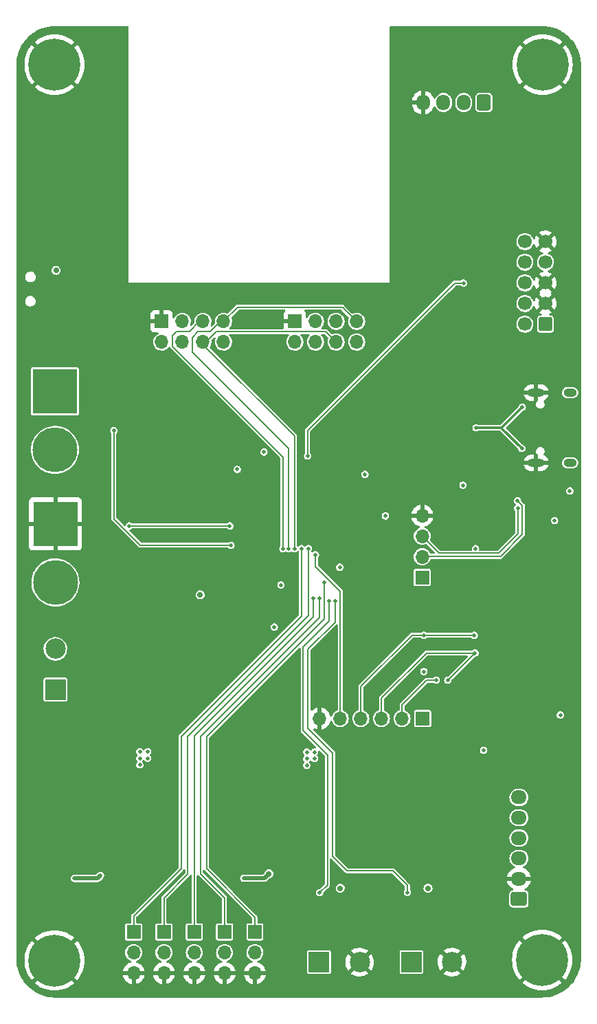
<source format=gbl>
%TF.GenerationSoftware,KiCad,Pcbnew,(6.0.7)*%
%TF.CreationDate,2023-03-12T18:49:50+01:00*%
%TF.ProjectId,Amon_board,416d6f6e-5f62-46f6-9172-642e6b696361,2.2*%
%TF.SameCoordinates,Original*%
%TF.FileFunction,Copper,L4,Bot*%
%TF.FilePolarity,Positive*%
%FSLAX46Y46*%
G04 Gerber Fmt 4.6, Leading zero omitted, Abs format (unit mm)*
G04 Created by KiCad (PCBNEW (6.0.7)) date 2023-03-12 18:49:50*
%MOMM*%
%LPD*%
G01*
G04 APERTURE LIST*
G04 Aperture macros list*
%AMRoundRect*
0 Rectangle with rounded corners*
0 $1 Rounding radius*
0 $2 $3 $4 $5 $6 $7 $8 $9 X,Y pos of 4 corners*
0 Add a 4 corners polygon primitive as box body*
4,1,4,$2,$3,$4,$5,$6,$7,$8,$9,$2,$3,0*
0 Add four circle primitives for the rounded corners*
1,1,$1+$1,$2,$3*
1,1,$1+$1,$4,$5*
1,1,$1+$1,$6,$7*
1,1,$1+$1,$8,$9*
0 Add four rect primitives between the rounded corners*
20,1,$1+$1,$2,$3,$4,$5,0*
20,1,$1+$1,$4,$5,$6,$7,0*
20,1,$1+$1,$6,$7,$8,$9,0*
20,1,$1+$1,$8,$9,$2,$3,0*%
G04 Aperture macros list end*
%TA.AperFunction,ComponentPad*%
%ADD10C,0.800000*%
%TD*%
%TA.AperFunction,ComponentPad*%
%ADD11C,6.400000*%
%TD*%
%TA.AperFunction,ComponentPad*%
%ADD12R,5.516000X5.516000*%
%TD*%
%TA.AperFunction,ComponentPad*%
%ADD13C,5.516000*%
%TD*%
%TA.AperFunction,ComponentPad*%
%ADD14R,1.700000X1.700000*%
%TD*%
%TA.AperFunction,ComponentPad*%
%ADD15O,1.700000X1.700000*%
%TD*%
%TA.AperFunction,ComponentPad*%
%ADD16R,2.500000X2.500000*%
%TD*%
%TA.AperFunction,ComponentPad*%
%ADD17C,2.500000*%
%TD*%
%TA.AperFunction,ComponentPad*%
%ADD18RoundRect,0.250000X0.600000X0.600000X-0.600000X0.600000X-0.600000X-0.600000X0.600000X-0.600000X0*%
%TD*%
%TA.AperFunction,ComponentPad*%
%ADD19C,1.700000*%
%TD*%
%TA.AperFunction,ComponentPad*%
%ADD20O,1.600000X1.000000*%
%TD*%
%TA.AperFunction,ComponentPad*%
%ADD21O,2.100000X1.000000*%
%TD*%
%TA.AperFunction,ComponentPad*%
%ADD22RoundRect,0.250000X0.725000X-0.600000X0.725000X0.600000X-0.725000X0.600000X-0.725000X-0.600000X0*%
%TD*%
%TA.AperFunction,ComponentPad*%
%ADD23O,1.950000X1.700000*%
%TD*%
%TA.AperFunction,ComponentPad*%
%ADD24RoundRect,0.250000X0.600000X0.725000X-0.600000X0.725000X-0.600000X-0.725000X0.600000X-0.725000X0*%
%TD*%
%TA.AperFunction,ComponentPad*%
%ADD25O,1.700000X1.950000*%
%TD*%
%TA.AperFunction,ViaPad*%
%ADD26C,0.500000*%
%TD*%
%TA.AperFunction,ViaPad*%
%ADD27C,0.700000*%
%TD*%
%TA.AperFunction,Conductor*%
%ADD28C,0.300000*%
%TD*%
%TA.AperFunction,Conductor*%
%ADD29C,0.200000*%
%TD*%
%TA.AperFunction,Conductor*%
%ADD30C,0.500000*%
%TD*%
G04 APERTURE END LIST*
D10*
X221762656Y-32237344D03*
X221762656Y-35631456D03*
X220065600Y-31534400D03*
X217665600Y-33934400D03*
D11*
X220065600Y-33934400D03*
D10*
X222465600Y-33934400D03*
X220065600Y-36334400D03*
X218368544Y-32237344D03*
X218368544Y-35631456D03*
D12*
X159969200Y-74174800D03*
D13*
X159969200Y-81374800D03*
D14*
X205232000Y-97068800D03*
D15*
X205232000Y-94528800D03*
X205232000Y-91988800D03*
X205232000Y-89448800D03*
D16*
X192521200Y-144424400D03*
D17*
X197521200Y-144424400D03*
D14*
X189531200Y-65550000D03*
D15*
X189531200Y-68090000D03*
X192071200Y-65550000D03*
X192071200Y-68090000D03*
X194611200Y-65550000D03*
X194611200Y-68090000D03*
X197151200Y-65550000D03*
X197151200Y-68090000D03*
D16*
X160020000Y-110866800D03*
D17*
X160020000Y-105866800D03*
D14*
X180873400Y-140716000D03*
D15*
X180873400Y-143256000D03*
X180873400Y-145796000D03*
D10*
X159918400Y-31534400D03*
D11*
X159918400Y-33934400D03*
D10*
X162318400Y-33934400D03*
X159918400Y-36334400D03*
X158221344Y-35631456D03*
X157518400Y-33934400D03*
X161615456Y-35631456D03*
X158221344Y-32237344D03*
X161615456Y-32237344D03*
D18*
X220421200Y-65887600D03*
D19*
X217881200Y-65887600D03*
X220421200Y-63347600D03*
X217881200Y-63347600D03*
X220421200Y-60807600D03*
X217881200Y-60807600D03*
X220421200Y-58267600D03*
X217881200Y-58267600D03*
X220421200Y-55727600D03*
X217881200Y-55727600D03*
D16*
X203900400Y-144424400D03*
D17*
X208900400Y-144424400D03*
D14*
X184607200Y-140716000D03*
D15*
X184607200Y-143256000D03*
X184607200Y-145796000D03*
D20*
X223457600Y-82958400D03*
X223457600Y-74318400D03*
D21*
X219277600Y-74318400D03*
X219277600Y-82958400D03*
D10*
X221711856Y-142473344D03*
X222414800Y-144170400D03*
X218317744Y-145867456D03*
X220014800Y-146570400D03*
X220014800Y-141770400D03*
X221711856Y-145867456D03*
X217614800Y-144170400D03*
X218317744Y-142473344D03*
D11*
X220014800Y-144170400D03*
D22*
X217148800Y-136653600D03*
D23*
X217148800Y-134153600D03*
X217148800Y-131653600D03*
X217148800Y-129153600D03*
X217148800Y-126653600D03*
X217148800Y-124153600D03*
D14*
X173405800Y-140716000D03*
D15*
X173405800Y-143256000D03*
X173405800Y-145796000D03*
D14*
X173122800Y-65550000D03*
D15*
X173122800Y-68090000D03*
X175662800Y-65550000D03*
X175662800Y-68090000D03*
X178202800Y-65550000D03*
X178202800Y-68090000D03*
X180742800Y-65550000D03*
X180742800Y-68090000D03*
D24*
X212842800Y-38603600D03*
D25*
X210342800Y-38603600D03*
X207842800Y-38603600D03*
X205342800Y-38603600D03*
D10*
X158221344Y-145918256D03*
X162318400Y-144221200D03*
X158221344Y-142524144D03*
X159918400Y-146621200D03*
X159918400Y-141821200D03*
X161615456Y-142524144D03*
D11*
X159918400Y-144221200D03*
D10*
X161615456Y-145918256D03*
X157518400Y-144221200D03*
D12*
X160020000Y-90492000D03*
D13*
X160020000Y-97692000D03*
D14*
X169672000Y-140716000D03*
D15*
X169672000Y-143256000D03*
X169672000Y-145796000D03*
D14*
X177139600Y-140716000D03*
D15*
X177139600Y-143256000D03*
X177139600Y-145796000D03*
D14*
X205282800Y-114452400D03*
D15*
X202742800Y-114452400D03*
X200202800Y-114452400D03*
X197662800Y-114452400D03*
X195122800Y-114452400D03*
X192582800Y-114452400D03*
D26*
X163169600Y-55219600D03*
X185293000Y-65532000D03*
X187502800Y-65532000D03*
X180543200Y-124832534D03*
X197967600Y-93268800D03*
X207022700Y-73596500D03*
X180543200Y-132486402D03*
X193243200Y-93218000D03*
X222046800Y-80060800D03*
X212852000Y-102666800D03*
X213766400Y-86055200D03*
X197205600Y-62534800D03*
X220014800Y-108204000D03*
X180543200Y-128659466D03*
X192836800Y-125679200D03*
X159969200Y-127711200D03*
X166878000Y-64008000D03*
X205181200Y-75234800D03*
X196646800Y-100279200D03*
X200609200Y-129895600D03*
X201498200Y-78511400D03*
X185470800Y-96164400D03*
X218135200Y-88646000D03*
X180543200Y-130572932D03*
X192024000Y-62534800D03*
X178206400Y-62433200D03*
X222046800Y-76911200D03*
X159969200Y-125120400D03*
X214559400Y-77520800D03*
X157988000Y-55219600D03*
X180543200Y-126746000D03*
X183083200Y-65532000D03*
X200609200Y-121920000D03*
X180543200Y-122919068D03*
X221843600Y-39827200D03*
X189433200Y-62534800D03*
X180797200Y-62433200D03*
X200609200Y-125679200D03*
X218338400Y-39878000D03*
X189585600Y-74117200D03*
X194614800Y-62534800D03*
X199656700Y-80149700D03*
X222605600Y-99669600D03*
X187299600Y-94132400D03*
X203339700Y-76873100D03*
X165760400Y-55219600D03*
X207619600Y-91897200D03*
X186385200Y-91846400D03*
X211531200Y-107492800D03*
X196723000Y-125679200D03*
X159969200Y-122529600D03*
X175615600Y-62433200D03*
X214559400Y-79705200D03*
X180543200Y-121005602D03*
X220014800Y-105359200D03*
X159969200Y-130302000D03*
X160578800Y-55219600D03*
X205384400Y-105562400D03*
X223418400Y-91998800D03*
X173024800Y-62433200D03*
X183388000Y-120091200D03*
X170434000Y-118516400D03*
X170434000Y-119329200D03*
X171399200Y-118516400D03*
X170434000Y-120142000D03*
X171399200Y-119329200D03*
X217505800Y-81178400D03*
X211867000Y-78638400D03*
X217556600Y-76098400D03*
X210312000Y-60833000D03*
X191109600Y-82092800D03*
X169126000Y-90728800D03*
X181508400Y-90728800D03*
X211632800Y-104190800D03*
X189484000Y-93522800D03*
X205435200Y-104190800D03*
X217005600Y-88556400D03*
X193141600Y-97688400D03*
X208381600Y-109728000D03*
X188061600Y-93522800D03*
X211734400Y-106375200D03*
X206959200Y-109728000D03*
X188772800Y-93522800D03*
X192074800Y-94284800D03*
X190347600Y-93522800D03*
X191211200Y-93522800D03*
X191770000Y-99628100D03*
X192532000Y-99628100D03*
X181660800Y-93116400D03*
X167233600Y-78994000D03*
X193751200Y-99974400D03*
X192582800Y-135890000D03*
X194513200Y-99974400D03*
X203403200Y-135839200D03*
X182435800Y-83765400D03*
X191973200Y-119380000D03*
X191973200Y-118567200D03*
X212801200Y-118364000D03*
X187816900Y-97993200D03*
D27*
X205943200Y-135331200D03*
X160103800Y-59271400D03*
X177850800Y-99212400D03*
D26*
X186994800Y-103174800D03*
D27*
X195122800Y-135331200D03*
D26*
X205435200Y-108661200D03*
X210261200Y-85723000D03*
X198170800Y-84378800D03*
X211798200Y-93522800D03*
X191008000Y-118567200D03*
X222250000Y-113995200D03*
X191008000Y-119380000D03*
X185724800Y-81635600D03*
X221538800Y-90068400D03*
X200698600Y-89509600D03*
X195072000Y-95808800D03*
X191008000Y-120192800D03*
X223418400Y-86410800D03*
X216966800Y-87630000D03*
D27*
X186334400Y-133553200D03*
D26*
X183235600Y-134112000D03*
X162368200Y-134134500D03*
X165582600Y-133756400D03*
D28*
X215016600Y-78638400D02*
X217556600Y-76098400D01*
X211867000Y-78638400D02*
X215016600Y-78638400D01*
X217505800Y-81178400D02*
X215016600Y-78689200D01*
X215016600Y-78689200D02*
X215016600Y-78638400D01*
D29*
X209219800Y-60833000D02*
X210312000Y-60833000D01*
X191109600Y-82092800D02*
X191109600Y-78943200D01*
X191109600Y-78943200D02*
X209219800Y-60833000D01*
X169126000Y-90728800D02*
X181508400Y-90728800D01*
X197662800Y-110490000D02*
X197662800Y-114452400D01*
X203962000Y-104190800D02*
X197662800Y-110490000D01*
X205435200Y-104190800D02*
X211632800Y-104190800D01*
X205435200Y-104190800D02*
X203962000Y-104190800D01*
X189484000Y-93522800D02*
X189484000Y-79654400D01*
X178594800Y-68090000D02*
X179882800Y-66802000D01*
X179882800Y-66802000D02*
X193323200Y-66802000D01*
X178202800Y-68090000D02*
X178594800Y-68090000D01*
X178202800Y-68373200D02*
X178202800Y-68090000D01*
X189484000Y-79654400D02*
X178202800Y-68373200D01*
X193323200Y-66802000D02*
X194611200Y-68090000D01*
X214630000Y-94081600D02*
X207324800Y-94081600D01*
X217005600Y-91706000D02*
X214630000Y-94081600D01*
X217005600Y-88556400D02*
X217005600Y-91706000D01*
X207324800Y-94081600D02*
X205232000Y-91988800D01*
X193141600Y-102209600D02*
X178663600Y-116687600D01*
X178663600Y-132943600D02*
X184607200Y-138887200D01*
X178663600Y-116687600D02*
X178663600Y-132943600D01*
X193141600Y-97688400D02*
X193141600Y-102209600D01*
X184607200Y-138887200D02*
X184607200Y-140716000D01*
X211734400Y-106375200D02*
X205740000Y-106375200D01*
X200202800Y-111912400D02*
X200202800Y-114452400D01*
X205740000Y-106375200D02*
X200202800Y-111912400D01*
X188061600Y-82245200D02*
X174447200Y-68630800D01*
X176530000Y-66802000D02*
X177782000Y-65550000D01*
X174447200Y-68630800D02*
X174447200Y-67310000D01*
X177782000Y-65550000D02*
X178202800Y-65550000D01*
X208381600Y-109728000D02*
X211734400Y-106375200D01*
X188061600Y-93522800D02*
X188061600Y-82245200D01*
X174447200Y-67310000D02*
X174955200Y-66802000D01*
X174955200Y-66802000D02*
X176530000Y-66802000D01*
X179120800Y-66802000D02*
X180372800Y-65550000D01*
X205790800Y-109728000D02*
X202742800Y-112776000D01*
X195406000Y-63804800D02*
X197151200Y-65550000D01*
X188772800Y-81178400D02*
X176885600Y-69291200D01*
X206959200Y-109728000D02*
X205790800Y-109728000D01*
X177596800Y-66802000D02*
X179120800Y-66802000D01*
X176885600Y-69291200D02*
X176885600Y-67513200D01*
X202742800Y-112776000D02*
X202742800Y-114452400D01*
X188772800Y-93522800D02*
X188772800Y-81178400D01*
X182488000Y-63804800D02*
X195406000Y-63804800D01*
X180372800Y-65550000D02*
X180742800Y-65550000D01*
X180742800Y-65550000D02*
X182488000Y-63804800D01*
X176885600Y-67513200D02*
X177596800Y-66802000D01*
X192074800Y-95707200D02*
X192074800Y-94284800D01*
X195122800Y-98755200D02*
X192074800Y-95707200D01*
X195122800Y-114452400D02*
X195122800Y-98755200D01*
X190347600Y-101803200D02*
X175514000Y-116636800D01*
X175514000Y-116636800D02*
X175514000Y-132892800D01*
X190347600Y-93522800D02*
X190347600Y-101803200D01*
X175514000Y-132892800D02*
X169672000Y-138734800D01*
X169672000Y-138734800D02*
X169672000Y-140716000D01*
X191211200Y-93522800D02*
X191220000Y-93531600D01*
X191220000Y-101743600D02*
X176326800Y-116636800D01*
X176326800Y-133604000D02*
X173405800Y-136525000D01*
X173405800Y-136525000D02*
X173405800Y-140716000D01*
X176326800Y-116636800D02*
X176326800Y-133604000D01*
X191220000Y-93531600D02*
X191220000Y-101743600D01*
X177139600Y-116586000D02*
X177139600Y-140716000D01*
X191770000Y-101955600D02*
X177139600Y-116586000D01*
X191770000Y-99628100D02*
X191770000Y-101955600D01*
X180873400Y-136525000D02*
X180873400Y-140716000D01*
X192532000Y-102006400D02*
X177901600Y-116636800D01*
X177901600Y-116636800D02*
X177901600Y-133553200D01*
X192532000Y-99628100D02*
X192532000Y-102006400D01*
X177901600Y-133553200D02*
X180873400Y-136525000D01*
X170484800Y-93116400D02*
X167233600Y-89865200D01*
X167233600Y-89865200D02*
X167233600Y-78994000D01*
X181660800Y-93116400D02*
X170484800Y-93116400D01*
X193548000Y-134924800D02*
X192582800Y-135890000D01*
X190550800Y-105664000D02*
X190550800Y-115925600D01*
X193751200Y-102463600D02*
X190550800Y-105664000D01*
X190550800Y-115925600D02*
X193548000Y-118922800D01*
X193548000Y-118922800D02*
X193548000Y-134924800D01*
X193751200Y-99974400D02*
X193751200Y-102463600D01*
X194208400Y-118668800D02*
X194208400Y-131419600D01*
X194513200Y-99974400D02*
X194513200Y-102565200D01*
X195986400Y-133197600D02*
X201625200Y-133197600D01*
X203403200Y-134975600D02*
X203403200Y-135839200D01*
X194208400Y-131419600D02*
X195986400Y-133197600D01*
X194513200Y-102565200D02*
X191160400Y-105918000D01*
X191160400Y-105918000D02*
X191160400Y-115620800D01*
X201625200Y-133197600D02*
X203403200Y-134975600D01*
X191160400Y-115620800D02*
X194208400Y-118668800D01*
X216763600Y-129336800D02*
X217474800Y-129336800D01*
D28*
X216845200Y-129255200D02*
X216894800Y-129255200D01*
D29*
X205279200Y-94481600D02*
X205232000Y-94528800D01*
D28*
X216763600Y-129336800D02*
X216845200Y-129255200D01*
D29*
X217585200Y-91786800D02*
X214890400Y-94481600D01*
X217585200Y-88248400D02*
X217585200Y-91786800D01*
X216966800Y-87630000D02*
X217585200Y-88248400D01*
X214890400Y-94481600D02*
X205279200Y-94481600D01*
D30*
X185775600Y-134112000D02*
X186334400Y-133553200D01*
X183235600Y-134112000D02*
X185775600Y-134112000D01*
X162368200Y-134134500D02*
X165204500Y-134134500D01*
X165204500Y-134134500D02*
X165582600Y-133756400D01*
%TA.AperFunction,Conductor*%
G36*
X168990921Y-29220502D02*
G01*
X169037414Y-29274158D01*
X169048800Y-29326500D01*
X169048800Y-60794800D01*
X201205200Y-60794800D01*
X201205200Y-58252862D01*
X216825720Y-58252862D01*
X216842959Y-58458153D01*
X216899744Y-58656186D01*
X216902559Y-58661663D01*
X216902560Y-58661666D01*
X216971376Y-58795568D01*
X216993912Y-58839418D01*
X217121877Y-59000870D01*
X217126570Y-59004864D01*
X217126571Y-59004865D01*
X217270892Y-59127691D01*
X217278764Y-59134391D01*
X217458598Y-59234897D01*
X217545742Y-59263212D01*
X217648671Y-59296656D01*
X217648675Y-59296657D01*
X217654529Y-59298559D01*
X217859094Y-59322951D01*
X217865229Y-59322479D01*
X217865231Y-59322479D01*
X217921239Y-59318169D01*
X218064500Y-59307146D01*
X218070430Y-59305490D01*
X218070432Y-59305490D01*
X218194304Y-59270904D01*
X218262925Y-59251745D01*
X218268414Y-59248972D01*
X218268420Y-59248970D01*
X218441316Y-59161633D01*
X218446810Y-59158858D01*
X218496470Y-59120060D01*
X218604301Y-59035813D01*
X218609151Y-59032024D01*
X218635582Y-59001404D01*
X218739740Y-58880734D01*
X218739740Y-58880733D01*
X218743764Y-58876072D01*
X218764587Y-58839418D01*
X218794149Y-58787379D01*
X218845523Y-58696944D01*
X218910551Y-58501463D01*
X218936371Y-58297074D01*
X218936783Y-58267600D01*
X218935338Y-58252862D01*
X219365720Y-58252862D01*
X219382959Y-58458153D01*
X219439744Y-58656186D01*
X219442559Y-58661663D01*
X219442560Y-58661666D01*
X219511376Y-58795568D01*
X219533912Y-58839418D01*
X219661877Y-59000870D01*
X219666570Y-59004864D01*
X219666571Y-59004865D01*
X219810892Y-59127691D01*
X219818764Y-59134391D01*
X219998598Y-59234897D01*
X220063637Y-59256029D01*
X220122242Y-59296102D01*
X220149880Y-59361498D01*
X220137774Y-59431455D01*
X220089768Y-59483762D01*
X220063846Y-59495627D01*
X219898068Y-59549812D01*
X219888559Y-59553809D01*
X219699666Y-59652140D01*
X219690934Y-59657639D01*
X219670877Y-59672699D01*
X219662423Y-59684027D01*
X219669168Y-59696358D01*
X220408388Y-60435578D01*
X220422332Y-60443192D01*
X220424165Y-60443061D01*
X220430780Y-60438810D01*
X221174589Y-59695001D01*
X221181610Y-59682144D01*
X221174811Y-59672813D01*
X221170754Y-59670118D01*
X220984317Y-59567199D01*
X220974905Y-59562969D01*
X220783231Y-59495093D01*
X220725695Y-59453499D01*
X220699779Y-59387401D01*
X220713713Y-59317785D01*
X220763072Y-59266754D01*
X220791406Y-59254962D01*
X220796990Y-59253403D01*
X220796999Y-59253400D01*
X220802925Y-59251745D01*
X220808414Y-59248972D01*
X220808420Y-59248970D01*
X220981316Y-59161633D01*
X220986810Y-59158858D01*
X221036470Y-59120060D01*
X221144301Y-59035813D01*
X221149151Y-59032024D01*
X221175582Y-59001404D01*
X221279740Y-58880734D01*
X221279740Y-58880733D01*
X221283764Y-58876072D01*
X221304587Y-58839418D01*
X221334149Y-58787379D01*
X221385523Y-58696944D01*
X221450551Y-58501463D01*
X221476371Y-58297074D01*
X221476783Y-58267600D01*
X221456680Y-58062570D01*
X221397135Y-57865349D01*
X221300418Y-57683449D01*
X221227059Y-57593502D01*
X221174106Y-57528575D01*
X221174103Y-57528572D01*
X221170211Y-57523800D01*
X221152986Y-57509550D01*
X221016225Y-57396411D01*
X221016221Y-57396409D01*
X221011475Y-57392482D01*
X220830255Y-57294497D01*
X220779383Y-57278750D01*
X220720225Y-57239499D01*
X220691677Y-57174495D01*
X220702805Y-57104376D01*
X220750076Y-57051404D01*
X220780435Y-57037699D01*
X220913455Y-56997791D01*
X220923042Y-56994033D01*
X221114298Y-56900338D01*
X221123144Y-56895065D01*
X221170447Y-56861323D01*
X221178848Y-56850623D01*
X221171860Y-56837470D01*
X220434012Y-56099622D01*
X220420068Y-56092008D01*
X220418235Y-56092139D01*
X220411620Y-56096390D01*
X219667937Y-56840073D01*
X219661177Y-56852453D01*
X219666458Y-56859507D01*
X219827956Y-56953879D01*
X219837242Y-56958329D01*
X220036201Y-57034303D01*
X220051066Y-57038622D01*
X220050489Y-57040608D01*
X220105460Y-57069682D01*
X220140310Y-57131536D01*
X220136188Y-57202413D01*
X220094401Y-57259809D01*
X220053130Y-57280828D01*
X220031689Y-57287138D01*
X220031684Y-57287140D01*
X220025772Y-57288880D01*
X219843202Y-57384326D01*
X219838401Y-57388186D01*
X219838398Y-57388188D01*
X219828171Y-57396411D01*
X219682647Y-57513415D01*
X219550224Y-57671230D01*
X219547256Y-57676628D01*
X219547253Y-57676633D01*
X219540515Y-57688890D01*
X219450976Y-57851762D01*
X219388684Y-58048132D01*
X219387998Y-58054249D01*
X219387997Y-58054253D01*
X219366407Y-58246737D01*
X219365720Y-58252862D01*
X218935338Y-58252862D01*
X218916680Y-58062570D01*
X218857135Y-57865349D01*
X218760418Y-57683449D01*
X218687059Y-57593502D01*
X218634106Y-57528575D01*
X218634103Y-57528572D01*
X218630211Y-57523800D01*
X218612986Y-57509550D01*
X218476225Y-57396411D01*
X218476221Y-57396409D01*
X218471475Y-57392482D01*
X218290255Y-57294497D01*
X218093454Y-57233577D01*
X218087329Y-57232933D01*
X218087328Y-57232933D01*
X217894698Y-57212687D01*
X217894696Y-57212687D01*
X217888569Y-57212043D01*
X217801729Y-57219946D01*
X217689542Y-57230155D01*
X217689539Y-57230156D01*
X217683403Y-57230714D01*
X217485772Y-57288880D01*
X217303202Y-57384326D01*
X217298401Y-57388186D01*
X217298398Y-57388188D01*
X217288171Y-57396411D01*
X217142647Y-57513415D01*
X217010224Y-57671230D01*
X217007256Y-57676628D01*
X217007253Y-57676633D01*
X217000515Y-57688890D01*
X216910976Y-57851762D01*
X216848684Y-58048132D01*
X216847998Y-58054249D01*
X216847997Y-58054253D01*
X216826407Y-58246737D01*
X216825720Y-58252862D01*
X201205200Y-58252862D01*
X201205200Y-55712862D01*
X216825720Y-55712862D01*
X216842959Y-55918153D01*
X216844658Y-55924078D01*
X216894068Y-56096390D01*
X216899744Y-56116186D01*
X216902559Y-56121663D01*
X216902560Y-56121666D01*
X216991097Y-56293941D01*
X216993912Y-56299418D01*
X217121877Y-56460870D01*
X217278764Y-56594391D01*
X217458598Y-56694897D01*
X217553438Y-56725713D01*
X217648671Y-56756656D01*
X217648675Y-56756657D01*
X217654529Y-56758559D01*
X217859094Y-56782951D01*
X217865229Y-56782479D01*
X217865231Y-56782479D01*
X217921239Y-56778169D01*
X218064500Y-56767146D01*
X218070430Y-56765490D01*
X218070432Y-56765490D01*
X218256997Y-56713400D01*
X218256996Y-56713400D01*
X218262925Y-56711745D01*
X218268414Y-56708972D01*
X218268420Y-56708970D01*
X218441316Y-56621633D01*
X218446810Y-56618858D01*
X218609151Y-56492024D01*
X218613937Y-56486480D01*
X218739740Y-56340734D01*
X218739740Y-56340733D01*
X218743764Y-56336072D01*
X218764587Y-56299418D01*
X218782256Y-56268314D01*
X218845523Y-56156944D01*
X218854471Y-56130044D01*
X218869696Y-56084278D01*
X218910178Y-56025954D01*
X218975766Y-55998775D01*
X219045637Y-56011370D01*
X219097606Y-56059741D01*
X219112171Y-56096351D01*
X219119764Y-56130044D01*
X219122845Y-56139875D01*
X219202970Y-56337203D01*
X219207613Y-56346394D01*
X219287660Y-56477020D01*
X219298116Y-56486480D01*
X219306894Y-56482696D01*
X220049178Y-55740412D01*
X220055556Y-55728732D01*
X220785608Y-55728732D01*
X220785739Y-55730565D01*
X220789990Y-55737180D01*
X221531674Y-56478864D01*
X221543684Y-56485423D01*
X221555423Y-56476455D01*
X221586204Y-56433619D01*
X221591515Y-56424780D01*
X221685870Y-56233867D01*
X221689669Y-56224272D01*
X221751576Y-56020515D01*
X221753755Y-56010434D01*
X221781790Y-55797487D01*
X221782309Y-55790812D01*
X221783772Y-55730964D01*
X221783578Y-55724246D01*
X221765981Y-55510204D01*
X221764296Y-55500024D01*
X221712414Y-55293475D01*
X221709094Y-55283724D01*
X221624172Y-55088414D01*
X221619305Y-55079339D01*
X221554263Y-54978797D01*
X221543577Y-54969595D01*
X221534012Y-54973998D01*
X220793222Y-55714788D01*
X220785608Y-55728732D01*
X220055556Y-55728732D01*
X220056792Y-55726468D01*
X220056661Y-55724635D01*
X220052410Y-55718020D01*
X219311049Y-54976659D01*
X219299513Y-54970359D01*
X219287231Y-54979982D01*
X219239289Y-55050262D01*
X219234204Y-55059213D01*
X219144538Y-55252383D01*
X219140975Y-55262070D01*
X219112212Y-55365785D01*
X219074733Y-55426083D01*
X219010605Y-55456546D01*
X218940186Y-55447503D01*
X218885836Y-55401824D01*
X218870173Y-55368533D01*
X218869343Y-55365785D01*
X218857135Y-55325349D01*
X218760418Y-55143449D01*
X218684416Y-55050262D01*
X218634106Y-54988575D01*
X218634103Y-54988572D01*
X218630211Y-54983800D01*
X218625462Y-54979871D01*
X218476225Y-54856411D01*
X218476221Y-54856409D01*
X218471475Y-54852482D01*
X218290255Y-54754497D01*
X218093454Y-54693577D01*
X218087329Y-54692933D01*
X218087328Y-54692933D01*
X217894698Y-54672687D01*
X217894696Y-54672687D01*
X217888569Y-54672043D01*
X217801729Y-54679946D01*
X217689542Y-54690155D01*
X217689539Y-54690156D01*
X217683403Y-54690714D01*
X217485772Y-54748880D01*
X217303202Y-54844326D01*
X217298401Y-54848186D01*
X217298398Y-54848188D01*
X217288171Y-54856411D01*
X217142647Y-54973415D01*
X217010224Y-55131230D01*
X217007256Y-55136628D01*
X217007253Y-55136633D01*
X217000515Y-55148890D01*
X216910976Y-55311762D01*
X216848684Y-55508132D01*
X216847998Y-55514249D01*
X216847997Y-55514253D01*
X216826407Y-55706737D01*
X216825720Y-55712862D01*
X201205200Y-55712862D01*
X201205200Y-54604027D01*
X219662423Y-54604027D01*
X219669168Y-54616358D01*
X220408388Y-55355578D01*
X220422332Y-55363192D01*
X220424165Y-55363061D01*
X220430780Y-55358810D01*
X221174589Y-54615001D01*
X221181610Y-54602144D01*
X221174811Y-54592813D01*
X221170754Y-54590118D01*
X220984317Y-54487199D01*
X220974905Y-54482969D01*
X220774159Y-54411880D01*
X220764189Y-54409246D01*
X220554527Y-54371901D01*
X220544273Y-54370931D01*
X220331316Y-54368328D01*
X220321032Y-54369048D01*
X220110521Y-54401261D01*
X220100493Y-54403650D01*
X219898068Y-54469812D01*
X219888559Y-54473809D01*
X219699666Y-54572140D01*
X219690934Y-54577639D01*
X219670877Y-54592699D01*
X219662423Y-54604027D01*
X201205200Y-54604027D01*
X201205200Y-38873793D01*
X203992210Y-38873793D01*
X203998924Y-38952925D01*
X204000714Y-38963397D01*
X204055930Y-39176135D01*
X204059465Y-39186175D01*
X204149737Y-39386570D01*
X204154906Y-39395856D01*
X204277650Y-39578175D01*
X204284319Y-39586470D01*
X204436028Y-39745500D01*
X204443986Y-39752541D01*
X204620325Y-39883741D01*
X204629362Y-39889345D01*
X204825284Y-39988957D01*
X204835135Y-39992957D01*
X205045040Y-40058134D01*
X205055424Y-40060417D01*
X205070843Y-40062461D01*
X205085007Y-40060265D01*
X205088800Y-40047078D01*
X205088800Y-40044792D01*
X205596800Y-40044792D01*
X205600773Y-40058323D01*
X205611380Y-40059848D01*
X205729221Y-40035123D01*
X205739417Y-40032063D01*
X205943829Y-39951337D01*
X205953361Y-39946606D01*
X206141262Y-39832584D01*
X206149852Y-39826320D01*
X206315852Y-39682273D01*
X206323272Y-39674642D01*
X206462626Y-39504689D01*
X206468650Y-39495922D01*
X206577376Y-39304918D01*
X206581841Y-39295254D01*
X206636364Y-39145047D01*
X206678409Y-39087839D01*
X206744708Y-39062443D01*
X206814212Y-39076923D01*
X206864855Y-39126681D01*
X206866860Y-39130835D01*
X206866865Y-39130851D01*
X206963582Y-39312751D01*
X207017998Y-39379471D01*
X207089894Y-39467625D01*
X207089897Y-39467628D01*
X207093789Y-39472400D01*
X207098536Y-39476327D01*
X207098538Y-39476329D01*
X207247775Y-39599789D01*
X207247779Y-39599791D01*
X207252525Y-39603718D01*
X207433745Y-39701703D01*
X207630546Y-39762623D01*
X207636671Y-39763267D01*
X207636672Y-39763267D01*
X207829302Y-39783513D01*
X207829304Y-39783513D01*
X207835431Y-39784157D01*
X207923756Y-39776119D01*
X208034458Y-39766045D01*
X208034461Y-39766044D01*
X208040597Y-39765486D01*
X208238228Y-39707320D01*
X208420798Y-39611874D01*
X208425599Y-39608014D01*
X208425602Y-39608012D01*
X208576546Y-39486650D01*
X208576547Y-39486650D01*
X208581353Y-39482785D01*
X208713776Y-39324970D01*
X208716744Y-39319572D01*
X208716747Y-39319567D01*
X208810057Y-39149835D01*
X208813024Y-39144438D01*
X208875316Y-38948068D01*
X208876274Y-38939532D01*
X208892907Y-38791236D01*
X208893300Y-38787736D01*
X208893300Y-38780441D01*
X209292300Y-38780441D01*
X209307320Y-38933630D01*
X209366865Y-39130851D01*
X209463582Y-39312751D01*
X209517998Y-39379471D01*
X209589894Y-39467625D01*
X209589897Y-39467628D01*
X209593789Y-39472400D01*
X209598536Y-39476327D01*
X209598538Y-39476329D01*
X209747775Y-39599789D01*
X209747779Y-39599791D01*
X209752525Y-39603718D01*
X209933745Y-39701703D01*
X210130546Y-39762623D01*
X210136671Y-39763267D01*
X210136672Y-39763267D01*
X210329302Y-39783513D01*
X210329304Y-39783513D01*
X210335431Y-39784157D01*
X210423756Y-39776119D01*
X210534458Y-39766045D01*
X210534461Y-39766044D01*
X210540597Y-39765486D01*
X210738228Y-39707320D01*
X210920798Y-39611874D01*
X210925599Y-39608014D01*
X210925602Y-39608012D01*
X211076546Y-39486650D01*
X211076547Y-39486650D01*
X211081353Y-39482785D01*
X211165558Y-39382434D01*
X211792300Y-39382434D01*
X211795281Y-39413969D01*
X211840166Y-39541784D01*
X211845758Y-39549354D01*
X211845759Y-39549357D01*
X211894046Y-39614731D01*
X211920650Y-39650750D01*
X211928221Y-39656342D01*
X212022043Y-39725641D01*
X212022046Y-39725642D01*
X212029616Y-39731234D01*
X212157431Y-39776119D01*
X212165077Y-39776842D01*
X212165078Y-39776842D01*
X212171048Y-39777406D01*
X212188966Y-39779100D01*
X213496634Y-39779100D01*
X213514552Y-39777406D01*
X213520522Y-39776842D01*
X213520523Y-39776842D01*
X213528169Y-39776119D01*
X213655984Y-39731234D01*
X213663554Y-39725642D01*
X213663557Y-39725641D01*
X213757379Y-39656342D01*
X213764950Y-39650750D01*
X213791554Y-39614731D01*
X213839841Y-39549357D01*
X213839842Y-39549354D01*
X213845434Y-39541784D01*
X213890319Y-39413969D01*
X213893300Y-39382434D01*
X213893300Y-37824766D01*
X213890319Y-37793231D01*
X213845434Y-37665416D01*
X213839842Y-37657846D01*
X213839841Y-37657843D01*
X213770542Y-37564021D01*
X213764950Y-37556450D01*
X213722272Y-37524927D01*
X213663557Y-37481559D01*
X213663554Y-37481558D01*
X213655984Y-37475966D01*
X213528169Y-37431081D01*
X213520523Y-37430358D01*
X213520522Y-37430358D01*
X213514552Y-37429794D01*
X213496634Y-37428100D01*
X212188966Y-37428100D01*
X212171048Y-37429794D01*
X212165078Y-37430358D01*
X212165077Y-37430358D01*
X212157431Y-37431081D01*
X212029616Y-37475966D01*
X212022046Y-37481558D01*
X212022043Y-37481559D01*
X211963328Y-37524927D01*
X211920650Y-37556450D01*
X211915058Y-37564021D01*
X211845759Y-37657843D01*
X211845758Y-37657846D01*
X211840166Y-37665416D01*
X211795281Y-37793231D01*
X211792300Y-37824766D01*
X211792300Y-39382434D01*
X211165558Y-39382434D01*
X211213776Y-39324970D01*
X211216744Y-39319572D01*
X211216747Y-39319567D01*
X211310057Y-39149835D01*
X211313024Y-39144438D01*
X211375316Y-38948068D01*
X211376274Y-38939532D01*
X211392907Y-38791236D01*
X211393300Y-38787736D01*
X211393300Y-38426759D01*
X211378280Y-38273570D01*
X211318735Y-38076349D01*
X211222018Y-37894449D01*
X211133556Y-37785984D01*
X211095706Y-37739575D01*
X211095703Y-37739572D01*
X211091811Y-37734800D01*
X211063378Y-37711278D01*
X210937825Y-37607411D01*
X210937821Y-37607409D01*
X210933075Y-37603482D01*
X210751855Y-37505497D01*
X210555054Y-37444577D01*
X210548929Y-37443933D01*
X210548928Y-37443933D01*
X210356298Y-37423687D01*
X210356296Y-37423687D01*
X210350169Y-37423043D01*
X210269788Y-37430358D01*
X210151142Y-37441155D01*
X210151139Y-37441156D01*
X210145003Y-37441714D01*
X209947372Y-37499880D01*
X209764802Y-37595326D01*
X209760001Y-37599186D01*
X209759998Y-37599188D01*
X209700139Y-37647316D01*
X209604247Y-37724415D01*
X209471824Y-37882230D01*
X209468856Y-37887628D01*
X209468853Y-37887633D01*
X209380680Y-38048021D01*
X209372576Y-38062762D01*
X209310284Y-38259132D01*
X209309598Y-38265249D01*
X209309597Y-38265253D01*
X209302136Y-38331774D01*
X209292300Y-38419464D01*
X209292300Y-38780441D01*
X208893300Y-38780441D01*
X208893300Y-38426759D01*
X208878280Y-38273570D01*
X208818735Y-38076349D01*
X208722018Y-37894449D01*
X208633556Y-37785984D01*
X208595706Y-37739575D01*
X208595703Y-37739572D01*
X208591811Y-37734800D01*
X208563378Y-37711278D01*
X208437825Y-37607411D01*
X208437821Y-37607409D01*
X208433075Y-37603482D01*
X208251855Y-37505497D01*
X208055054Y-37444577D01*
X208048929Y-37443933D01*
X208048928Y-37443933D01*
X207856298Y-37423687D01*
X207856296Y-37423687D01*
X207850169Y-37423043D01*
X207769788Y-37430358D01*
X207651142Y-37441155D01*
X207651139Y-37441156D01*
X207645003Y-37441714D01*
X207447372Y-37499880D01*
X207264802Y-37595326D01*
X207260001Y-37599186D01*
X207259998Y-37599188D01*
X207200139Y-37647316D01*
X207104247Y-37724415D01*
X206971824Y-37882230D01*
X206968856Y-37887628D01*
X206968853Y-37887633D01*
X206899351Y-38014058D01*
X206872576Y-38062762D01*
X206871366Y-38066578D01*
X206826624Y-38120734D01*
X206758993Y-38142332D01*
X206690420Y-38123937D01*
X206642679Y-38071390D01*
X206634071Y-38048021D01*
X206629670Y-38031065D01*
X206626135Y-38021025D01*
X206535863Y-37820630D01*
X206530694Y-37811344D01*
X206407950Y-37629025D01*
X206401281Y-37620730D01*
X206249572Y-37461700D01*
X206241614Y-37454659D01*
X206065275Y-37323459D01*
X206056238Y-37317855D01*
X205860316Y-37218243D01*
X205850465Y-37214243D01*
X205640560Y-37149066D01*
X205630176Y-37146783D01*
X205614757Y-37144739D01*
X205600593Y-37146935D01*
X205596800Y-37160122D01*
X205596800Y-40044792D01*
X205088800Y-40044792D01*
X205088800Y-38875715D01*
X205084325Y-38860476D01*
X205082935Y-38859271D01*
X205075252Y-38857600D01*
X204008951Y-38857600D01*
X203994273Y-38861910D01*
X203992210Y-38873793D01*
X201205200Y-38873793D01*
X201205200Y-38331774D01*
X203989296Y-38331774D01*
X203990715Y-38345014D01*
X204005350Y-38349600D01*
X205070685Y-38349600D01*
X205085924Y-38345125D01*
X205087129Y-38343735D01*
X205088800Y-38336052D01*
X205088800Y-37162408D01*
X205084827Y-37148877D01*
X205074220Y-37147352D01*
X204956379Y-37172077D01*
X204946183Y-37175137D01*
X204741771Y-37255863D01*
X204732239Y-37260594D01*
X204544339Y-37374615D01*
X204535748Y-37380880D01*
X204369748Y-37524927D01*
X204362328Y-37532558D01*
X204222974Y-37702511D01*
X204216950Y-37711278D01*
X204108224Y-37902282D01*
X204103759Y-37911946D01*
X204028769Y-38118541D01*
X204025998Y-38128808D01*
X203989296Y-38331774D01*
X201205200Y-38331774D01*
X201205200Y-36731786D01*
X217633359Y-36731786D01*
X217640816Y-36742153D01*
X217880535Y-36936274D01*
X217885872Y-36940151D01*
X218206285Y-37148230D01*
X218211994Y-37151527D01*
X218552411Y-37324978D01*
X218558436Y-37327660D01*
X218915102Y-37464571D01*
X218921384Y-37466612D01*
X219290416Y-37565494D01*
X219296866Y-37566865D01*
X219674229Y-37626634D01*
X219680767Y-37627320D01*
X220062299Y-37647316D01*
X220068901Y-37647316D01*
X220450433Y-37627320D01*
X220456971Y-37626634D01*
X220834334Y-37566865D01*
X220840784Y-37565494D01*
X221209816Y-37466612D01*
X221216098Y-37464571D01*
X221572764Y-37327660D01*
X221578789Y-37324978D01*
X221919206Y-37151527D01*
X221924915Y-37148230D01*
X222245328Y-36940151D01*
X222250665Y-36936274D01*
X222489435Y-36742922D01*
X222497900Y-36730667D01*
X222491566Y-36719576D01*
X220078412Y-34306422D01*
X220064468Y-34298808D01*
X220062635Y-34298939D01*
X220056020Y-34303190D01*
X217640500Y-36718710D01*
X217633359Y-36731786D01*
X201205200Y-36731786D01*
X201205200Y-33937701D01*
X216352684Y-33937701D01*
X216372680Y-34319233D01*
X216373366Y-34325771D01*
X216433135Y-34703134D01*
X216434506Y-34709584D01*
X216533388Y-35078616D01*
X216535429Y-35084898D01*
X216672340Y-35441564D01*
X216675022Y-35447589D01*
X216848472Y-35788003D01*
X216851769Y-35793713D01*
X217059853Y-36114135D01*
X217063723Y-36119461D01*
X217257078Y-36358235D01*
X217269333Y-36366700D01*
X217280424Y-36360366D01*
X219693578Y-33947212D01*
X219699956Y-33935532D01*
X220430008Y-33935532D01*
X220430139Y-33937365D01*
X220434390Y-33943980D01*
X222849910Y-36359500D01*
X222862986Y-36366641D01*
X222873353Y-36359184D01*
X223067477Y-36119461D01*
X223071347Y-36114135D01*
X223279431Y-35793713D01*
X223282728Y-35788003D01*
X223456178Y-35447589D01*
X223458860Y-35441564D01*
X223595771Y-35084898D01*
X223597812Y-35078616D01*
X223696694Y-34709584D01*
X223698065Y-34703134D01*
X223757834Y-34325771D01*
X223758520Y-34319233D01*
X223778516Y-33937701D01*
X223778516Y-33931099D01*
X223758520Y-33549567D01*
X223757834Y-33543029D01*
X223698065Y-33165666D01*
X223696694Y-33159216D01*
X223597812Y-32790184D01*
X223595771Y-32783902D01*
X223458860Y-32427236D01*
X223456178Y-32421211D01*
X223282728Y-32080797D01*
X223279431Y-32075087D01*
X223071347Y-31754665D01*
X223067477Y-31749339D01*
X222874122Y-31510565D01*
X222861867Y-31502100D01*
X222850776Y-31508434D01*
X220437622Y-33921588D01*
X220430008Y-33935532D01*
X219699956Y-33935532D01*
X219701192Y-33933268D01*
X219701061Y-33931435D01*
X219696810Y-33924820D01*
X217281290Y-31509300D01*
X217268214Y-31502159D01*
X217257847Y-31509616D01*
X217063723Y-31749339D01*
X217059853Y-31754665D01*
X216851769Y-32075087D01*
X216848472Y-32080797D01*
X216675022Y-32421211D01*
X216672340Y-32427236D01*
X216535429Y-32783902D01*
X216533388Y-32790184D01*
X216434506Y-33159216D01*
X216433135Y-33165666D01*
X216373366Y-33543029D01*
X216372680Y-33549567D01*
X216352684Y-33931099D01*
X216352684Y-33937701D01*
X201205200Y-33937701D01*
X201205200Y-31138133D01*
X217633300Y-31138133D01*
X217639634Y-31149224D01*
X220052788Y-33562378D01*
X220066732Y-33569992D01*
X220068565Y-33569861D01*
X220075180Y-33565610D01*
X222490700Y-31150090D01*
X222497841Y-31137014D01*
X222490384Y-31126647D01*
X222250665Y-30932526D01*
X222245328Y-30928649D01*
X221924915Y-30720570D01*
X221919206Y-30717273D01*
X221578789Y-30543822D01*
X221572764Y-30541140D01*
X221216098Y-30404229D01*
X221209816Y-30402188D01*
X220840784Y-30303306D01*
X220834334Y-30301935D01*
X220456971Y-30242166D01*
X220450433Y-30241480D01*
X220068901Y-30221484D01*
X220062299Y-30221484D01*
X219680767Y-30241480D01*
X219674229Y-30242166D01*
X219296866Y-30301935D01*
X219290416Y-30303306D01*
X218921384Y-30402188D01*
X218915102Y-30404229D01*
X218558436Y-30541140D01*
X218552411Y-30543822D01*
X218211997Y-30717272D01*
X218206287Y-30720569D01*
X217885865Y-30928653D01*
X217880539Y-30932523D01*
X217641765Y-31125878D01*
X217633300Y-31138133D01*
X201205200Y-31138133D01*
X201205200Y-29326500D01*
X201225202Y-29258379D01*
X201278858Y-29211886D01*
X201331200Y-29200500D01*
X219963929Y-29200500D01*
X219982749Y-29202578D01*
X219987052Y-29202559D01*
X220000899Y-29205654D01*
X220014720Y-29202437D01*
X220028906Y-29202375D01*
X220028907Y-29202610D01*
X220036878Y-29201847D01*
X220414700Y-29216157D01*
X220425717Y-29217061D01*
X220830703Y-29268280D01*
X220841613Y-29270150D01*
X221041083Y-29313447D01*
X221240552Y-29356745D01*
X221251263Y-29359569D01*
X221641020Y-29480859D01*
X221651443Y-29484612D01*
X222029069Y-29639678D01*
X222039121Y-29644333D01*
X222401642Y-29831955D01*
X222411247Y-29837474D01*
X222755897Y-30056218D01*
X222764980Y-30062559D01*
X223089092Y-30310734D01*
X223097583Y-30317849D01*
X223398639Y-30593528D01*
X223406472Y-30601361D01*
X223682151Y-30902417D01*
X223689266Y-30910908D01*
X223937441Y-31235020D01*
X223943782Y-31244103D01*
X224162526Y-31588753D01*
X224168045Y-31598358D01*
X224355667Y-31960879D01*
X224360322Y-31970931D01*
X224515388Y-32348557D01*
X224519141Y-32358980D01*
X224640431Y-32748737D01*
X224643255Y-32759448D01*
X224729850Y-33158385D01*
X224731720Y-33169296D01*
X224782938Y-33574274D01*
X224783844Y-33585310D01*
X224798131Y-33962547D01*
X224797368Y-33970382D01*
X224797726Y-33970385D01*
X224797614Y-33984575D01*
X224794350Y-33998383D01*
X224797397Y-34012240D01*
X224797368Y-34015868D01*
X224799500Y-34035495D01*
X224799500Y-143963929D01*
X224797422Y-143982749D01*
X224797441Y-143987052D01*
X224794346Y-144000899D01*
X224797563Y-144014720D01*
X224797625Y-144028906D01*
X224797390Y-144028907D01*
X224798153Y-144036878D01*
X224785317Y-144375801D01*
X224783844Y-144414690D01*
X224782939Y-144425717D01*
X224731721Y-144830697D01*
X224729850Y-144841613D01*
X224702215Y-144968926D01*
X224643255Y-145240552D01*
X224640431Y-145251263D01*
X224519141Y-145641020D01*
X224515388Y-145651443D01*
X224360322Y-146029069D01*
X224355667Y-146039121D01*
X224168045Y-146401642D01*
X224162526Y-146411247D01*
X223943782Y-146755897D01*
X223937441Y-146764980D01*
X223689266Y-147089092D01*
X223682151Y-147097583D01*
X223406472Y-147398639D01*
X223398639Y-147406472D01*
X223097583Y-147682151D01*
X223089092Y-147689266D01*
X222764980Y-147937441D01*
X222755897Y-147943782D01*
X222411247Y-148162526D01*
X222401642Y-148168045D01*
X222039121Y-148355667D01*
X222029069Y-148360322D01*
X221651443Y-148515388D01*
X221641020Y-148519141D01*
X221251263Y-148640431D01*
X221240552Y-148643255D01*
X220841615Y-148729850D01*
X220830703Y-148731720D01*
X220425717Y-148782939D01*
X220414700Y-148783843D01*
X220180387Y-148792718D01*
X220037453Y-148798131D01*
X220029618Y-148797368D01*
X220029615Y-148797726D01*
X220015425Y-148797614D01*
X220001617Y-148794350D01*
X219987760Y-148797397D01*
X219984132Y-148797368D01*
X219964505Y-148799500D01*
X160036071Y-148799500D01*
X160017251Y-148797422D01*
X160012948Y-148797441D01*
X159999101Y-148794346D01*
X159985280Y-148797563D01*
X159971094Y-148797625D01*
X159971093Y-148797390D01*
X159963122Y-148798153D01*
X159585300Y-148783843D01*
X159574283Y-148782939D01*
X159169297Y-148731720D01*
X159158385Y-148729850D01*
X158759448Y-148643255D01*
X158748737Y-148640431D01*
X158358980Y-148519141D01*
X158348557Y-148515388D01*
X157970931Y-148360322D01*
X157960879Y-148355667D01*
X157598358Y-148168045D01*
X157588753Y-148162526D01*
X157244103Y-147943782D01*
X157235020Y-147937441D01*
X156910908Y-147689266D01*
X156902417Y-147682151D01*
X156601361Y-147406472D01*
X156593528Y-147398639D01*
X156317849Y-147097583D01*
X156310734Y-147089092D01*
X156256747Y-147018586D01*
X157486159Y-147018586D01*
X157493616Y-147028953D01*
X157733335Y-147223074D01*
X157738672Y-147226951D01*
X158059085Y-147435030D01*
X158064794Y-147438327D01*
X158405211Y-147611778D01*
X158411236Y-147614460D01*
X158767902Y-147751371D01*
X158774184Y-147753412D01*
X159143216Y-147852294D01*
X159149666Y-147853665D01*
X159527029Y-147913434D01*
X159533567Y-147914120D01*
X159915099Y-147934116D01*
X159921701Y-147934116D01*
X160303233Y-147914120D01*
X160309771Y-147913434D01*
X160687134Y-147853665D01*
X160693584Y-147852294D01*
X161062616Y-147753412D01*
X161068898Y-147751371D01*
X161425564Y-147614460D01*
X161431589Y-147611778D01*
X161772006Y-147438327D01*
X161777715Y-147435030D01*
X162098128Y-147226951D01*
X162103465Y-147223074D01*
X162342235Y-147029722D01*
X162350700Y-147017467D01*
X162344366Y-147006376D01*
X159931212Y-144593222D01*
X159917268Y-144585608D01*
X159915435Y-144585739D01*
X159908820Y-144589990D01*
X157493300Y-147005510D01*
X157486159Y-147018586D01*
X156256747Y-147018586D01*
X156062559Y-146764980D01*
X156056218Y-146755897D01*
X155837474Y-146411247D01*
X155831955Y-146401642D01*
X155644333Y-146039121D01*
X155639678Y-146029069D01*
X155484612Y-145651443D01*
X155480859Y-145641020D01*
X155359569Y-145251263D01*
X155356745Y-145240552D01*
X155297785Y-144968926D01*
X155270150Y-144841613D01*
X155268279Y-144830697D01*
X155217061Y-144425717D01*
X155216156Y-144414690D01*
X155214684Y-144375801D01*
X155208953Y-144224501D01*
X156205484Y-144224501D01*
X156225480Y-144606033D01*
X156226166Y-144612571D01*
X156285935Y-144989934D01*
X156287306Y-144996384D01*
X156386188Y-145365416D01*
X156388229Y-145371698D01*
X156525140Y-145728364D01*
X156527822Y-145734389D01*
X156701272Y-146074803D01*
X156704569Y-146080513D01*
X156912653Y-146400935D01*
X156916523Y-146406261D01*
X157109878Y-146645035D01*
X157122133Y-146653500D01*
X157133224Y-146647166D01*
X159546378Y-144234012D01*
X159552756Y-144222332D01*
X160282808Y-144222332D01*
X160282939Y-144224165D01*
X160287190Y-144230780D01*
X162702710Y-146646300D01*
X162715786Y-146653441D01*
X162726153Y-146645984D01*
X162920277Y-146406261D01*
X162924147Y-146400935D01*
X163132231Y-146080513D01*
X163135528Y-146074803D01*
X163141050Y-146063966D01*
X168340257Y-146063966D01*
X168370565Y-146198446D01*
X168373645Y-146208275D01*
X168453770Y-146405603D01*
X168458413Y-146414794D01*
X168569694Y-146596388D01*
X168575777Y-146604699D01*
X168715213Y-146765667D01*
X168722580Y-146772883D01*
X168886434Y-146908916D01*
X168894881Y-146914831D01*
X169078756Y-147022279D01*
X169088042Y-147026729D01*
X169287001Y-147102703D01*
X169296899Y-147105579D01*
X169400250Y-147126606D01*
X169414299Y-147125410D01*
X169418000Y-147115065D01*
X169418000Y-147114517D01*
X169926000Y-147114517D01*
X169930064Y-147128359D01*
X169943478Y-147130393D01*
X169950184Y-147129534D01*
X169960262Y-147127392D01*
X170164255Y-147066191D01*
X170173842Y-147062433D01*
X170365095Y-146968739D01*
X170373945Y-146963464D01*
X170547328Y-146839792D01*
X170555200Y-146833139D01*
X170706052Y-146682812D01*
X170712730Y-146674965D01*
X170837003Y-146502020D01*
X170842313Y-146493183D01*
X170936670Y-146302267D01*
X170940469Y-146292672D01*
X171002377Y-146088910D01*
X171004555Y-146078837D01*
X171005986Y-146067962D01*
X171005363Y-146063966D01*
X172074057Y-146063966D01*
X172104365Y-146198446D01*
X172107445Y-146208275D01*
X172187570Y-146405603D01*
X172192213Y-146414794D01*
X172303494Y-146596388D01*
X172309577Y-146604699D01*
X172449013Y-146765667D01*
X172456380Y-146772883D01*
X172620234Y-146908916D01*
X172628681Y-146914831D01*
X172812556Y-147022279D01*
X172821842Y-147026729D01*
X173020801Y-147102703D01*
X173030699Y-147105579D01*
X173134050Y-147126606D01*
X173148099Y-147125410D01*
X173151800Y-147115065D01*
X173151800Y-147114517D01*
X173659800Y-147114517D01*
X173663864Y-147128359D01*
X173677278Y-147130393D01*
X173683984Y-147129534D01*
X173694062Y-147127392D01*
X173898055Y-147066191D01*
X173907642Y-147062433D01*
X174098895Y-146968739D01*
X174107745Y-146963464D01*
X174281128Y-146839792D01*
X174289000Y-146833139D01*
X174439852Y-146682812D01*
X174446530Y-146674965D01*
X174570803Y-146502020D01*
X174576113Y-146493183D01*
X174670470Y-146302267D01*
X174674269Y-146292672D01*
X174736177Y-146088910D01*
X174738355Y-146078837D01*
X174739786Y-146067962D01*
X174739163Y-146063966D01*
X175807857Y-146063966D01*
X175838165Y-146198446D01*
X175841245Y-146208275D01*
X175921370Y-146405603D01*
X175926013Y-146414794D01*
X176037294Y-146596388D01*
X176043377Y-146604699D01*
X176182813Y-146765667D01*
X176190180Y-146772883D01*
X176354034Y-146908916D01*
X176362481Y-146914831D01*
X176546356Y-147022279D01*
X176555642Y-147026729D01*
X176754601Y-147102703D01*
X176764499Y-147105579D01*
X176867850Y-147126606D01*
X176881899Y-147125410D01*
X176885600Y-147115065D01*
X176885600Y-147114517D01*
X177393600Y-147114517D01*
X177397664Y-147128359D01*
X177411078Y-147130393D01*
X177417784Y-147129534D01*
X177427862Y-147127392D01*
X177631855Y-147066191D01*
X177641442Y-147062433D01*
X177832695Y-146968739D01*
X177841545Y-146963464D01*
X178014928Y-146839792D01*
X178022800Y-146833139D01*
X178173652Y-146682812D01*
X178180330Y-146674965D01*
X178304603Y-146502020D01*
X178309913Y-146493183D01*
X178404270Y-146302267D01*
X178408069Y-146292672D01*
X178469977Y-146088910D01*
X178472155Y-146078837D01*
X178473586Y-146067962D01*
X178472963Y-146063966D01*
X179541657Y-146063966D01*
X179571965Y-146198446D01*
X179575045Y-146208275D01*
X179655170Y-146405603D01*
X179659813Y-146414794D01*
X179771094Y-146596388D01*
X179777177Y-146604699D01*
X179916613Y-146765667D01*
X179923980Y-146772883D01*
X180087834Y-146908916D01*
X180096281Y-146914831D01*
X180280156Y-147022279D01*
X180289442Y-147026729D01*
X180488401Y-147102703D01*
X180498299Y-147105579D01*
X180601650Y-147126606D01*
X180615699Y-147125410D01*
X180619400Y-147115065D01*
X180619400Y-147114517D01*
X181127400Y-147114517D01*
X181131464Y-147128359D01*
X181144878Y-147130393D01*
X181151584Y-147129534D01*
X181161662Y-147127392D01*
X181365655Y-147066191D01*
X181375242Y-147062433D01*
X181566495Y-146968739D01*
X181575345Y-146963464D01*
X181748728Y-146839792D01*
X181756600Y-146833139D01*
X181907452Y-146682812D01*
X181914130Y-146674965D01*
X182038403Y-146502020D01*
X182043713Y-146493183D01*
X182138070Y-146302267D01*
X182141869Y-146292672D01*
X182203777Y-146088910D01*
X182205955Y-146078837D01*
X182207386Y-146067962D01*
X182206763Y-146063966D01*
X183275457Y-146063966D01*
X183305765Y-146198446D01*
X183308845Y-146208275D01*
X183388970Y-146405603D01*
X183393613Y-146414794D01*
X183504894Y-146596388D01*
X183510977Y-146604699D01*
X183650413Y-146765667D01*
X183657780Y-146772883D01*
X183821634Y-146908916D01*
X183830081Y-146914831D01*
X184013956Y-147022279D01*
X184023242Y-147026729D01*
X184222201Y-147102703D01*
X184232099Y-147105579D01*
X184335450Y-147126606D01*
X184349499Y-147125410D01*
X184353200Y-147115065D01*
X184353200Y-147114517D01*
X184861200Y-147114517D01*
X184865264Y-147128359D01*
X184878678Y-147130393D01*
X184885384Y-147129534D01*
X184895462Y-147127392D01*
X185099455Y-147066191D01*
X185109042Y-147062433D01*
X185300295Y-146968739D01*
X185301894Y-146967786D01*
X217582559Y-146967786D01*
X217590016Y-146978153D01*
X217829735Y-147172274D01*
X217835072Y-147176151D01*
X218155485Y-147384230D01*
X218161194Y-147387527D01*
X218501611Y-147560978D01*
X218507636Y-147563660D01*
X218864302Y-147700571D01*
X218870584Y-147702612D01*
X219239616Y-147801494D01*
X219246066Y-147802865D01*
X219623429Y-147862634D01*
X219629967Y-147863320D01*
X220011499Y-147883316D01*
X220018101Y-147883316D01*
X220399633Y-147863320D01*
X220406171Y-147862634D01*
X220783534Y-147802865D01*
X220789984Y-147801494D01*
X221159016Y-147702612D01*
X221165298Y-147700571D01*
X221521964Y-147563660D01*
X221527989Y-147560978D01*
X221868406Y-147387527D01*
X221874115Y-147384230D01*
X222194528Y-147176151D01*
X222199865Y-147172274D01*
X222438635Y-146978922D01*
X222447100Y-146966667D01*
X222440766Y-146955576D01*
X220027612Y-144542422D01*
X220013668Y-144534808D01*
X220011835Y-144534939D01*
X220005220Y-144539190D01*
X217589700Y-146954710D01*
X217582559Y-146967786D01*
X185301894Y-146967786D01*
X185309145Y-146963464D01*
X185482528Y-146839792D01*
X185490400Y-146833139D01*
X185641252Y-146682812D01*
X185647930Y-146674965D01*
X185772203Y-146502020D01*
X185777513Y-146493183D01*
X185871870Y-146302267D01*
X185875669Y-146292672D01*
X185937577Y-146088910D01*
X185939755Y-146078837D01*
X185941186Y-146067962D01*
X185938975Y-146053778D01*
X185925817Y-146050000D01*
X184879315Y-146050000D01*
X184864076Y-146054475D01*
X184862871Y-146055865D01*
X184861200Y-146063548D01*
X184861200Y-147114517D01*
X184353200Y-147114517D01*
X184353200Y-146068115D01*
X184348725Y-146052876D01*
X184347335Y-146051671D01*
X184339652Y-146050000D01*
X183290425Y-146050000D01*
X183276894Y-146053973D01*
X183275457Y-146063966D01*
X182206763Y-146063966D01*
X182205175Y-146053778D01*
X182192017Y-146050000D01*
X181145515Y-146050000D01*
X181130276Y-146054475D01*
X181129071Y-146055865D01*
X181127400Y-146063548D01*
X181127400Y-147114517D01*
X180619400Y-147114517D01*
X180619400Y-146068115D01*
X180614925Y-146052876D01*
X180613535Y-146051671D01*
X180605852Y-146050000D01*
X179556625Y-146050000D01*
X179543094Y-146053973D01*
X179541657Y-146063966D01*
X178472963Y-146063966D01*
X178471375Y-146053778D01*
X178458217Y-146050000D01*
X177411715Y-146050000D01*
X177396476Y-146054475D01*
X177395271Y-146055865D01*
X177393600Y-146063548D01*
X177393600Y-147114517D01*
X176885600Y-147114517D01*
X176885600Y-146068115D01*
X176881125Y-146052876D01*
X176879735Y-146051671D01*
X176872052Y-146050000D01*
X175822825Y-146050000D01*
X175809294Y-146053973D01*
X175807857Y-146063966D01*
X174739163Y-146063966D01*
X174737575Y-146053778D01*
X174724417Y-146050000D01*
X173677915Y-146050000D01*
X173662676Y-146054475D01*
X173661471Y-146055865D01*
X173659800Y-146063548D01*
X173659800Y-147114517D01*
X173151800Y-147114517D01*
X173151800Y-146068115D01*
X173147325Y-146052876D01*
X173145935Y-146051671D01*
X173138252Y-146050000D01*
X172089025Y-146050000D01*
X172075494Y-146053973D01*
X172074057Y-146063966D01*
X171005363Y-146063966D01*
X171003775Y-146053778D01*
X170990617Y-146050000D01*
X169944115Y-146050000D01*
X169928876Y-146054475D01*
X169927671Y-146055865D01*
X169926000Y-146063548D01*
X169926000Y-147114517D01*
X169418000Y-147114517D01*
X169418000Y-146068115D01*
X169413525Y-146052876D01*
X169412135Y-146051671D01*
X169404452Y-146050000D01*
X168355225Y-146050000D01*
X168341694Y-146053973D01*
X168340257Y-146063966D01*
X163141050Y-146063966D01*
X163308978Y-145734389D01*
X163311660Y-145728364D01*
X163324794Y-145694148D01*
X191070700Y-145694148D01*
X191082333Y-145752631D01*
X191126648Y-145818952D01*
X191192969Y-145863267D01*
X191205138Y-145865688D01*
X191205139Y-145865688D01*
X191245384Y-145873693D01*
X191251452Y-145874900D01*
X193790948Y-145874900D01*
X193797016Y-145873693D01*
X193837261Y-145865688D01*
X193837262Y-145865688D01*
X193849431Y-145863267D01*
X193893930Y-145833533D01*
X196476812Y-145833533D01*
X196485525Y-145845053D01*
X196583218Y-145916684D01*
X196591128Y-145921627D01*
X196814090Y-146038933D01*
X196822653Y-146042656D01*
X197060504Y-146125718D01*
X197069513Y-146128132D01*
X197317042Y-146175127D01*
X197326298Y-146176181D01*
X197578057Y-146186073D01*
X197587371Y-146185747D01*
X197837815Y-146158320D01*
X197846992Y-146156619D01*
X198090631Y-146092474D01*
X198099451Y-146089437D01*
X198330936Y-145989983D01*
X198339208Y-145985676D01*
X198553449Y-145853100D01*
X198560388Y-145848058D01*
X198568718Y-145835419D01*
X198562656Y-145825066D01*
X198431738Y-145694148D01*
X202449900Y-145694148D01*
X202461533Y-145752631D01*
X202505848Y-145818952D01*
X202572169Y-145863267D01*
X202584338Y-145865688D01*
X202584339Y-145865688D01*
X202624584Y-145873693D01*
X202630652Y-145874900D01*
X205170148Y-145874900D01*
X205176216Y-145873693D01*
X205216461Y-145865688D01*
X205216462Y-145865688D01*
X205228631Y-145863267D01*
X205273130Y-145833533D01*
X207856012Y-145833533D01*
X207864725Y-145845053D01*
X207962418Y-145916684D01*
X207970328Y-145921627D01*
X208193290Y-146038933D01*
X208201853Y-146042656D01*
X208439704Y-146125718D01*
X208448713Y-146128132D01*
X208696242Y-146175127D01*
X208705498Y-146176181D01*
X208957257Y-146186073D01*
X208966571Y-146185747D01*
X209217015Y-146158320D01*
X209226192Y-146156619D01*
X209469831Y-146092474D01*
X209478651Y-146089437D01*
X209710136Y-145989983D01*
X209718408Y-145985676D01*
X209932649Y-145853100D01*
X209939588Y-145848058D01*
X209947918Y-145835419D01*
X209941856Y-145825066D01*
X208913212Y-144796422D01*
X208899268Y-144788808D01*
X208897435Y-144788939D01*
X208890820Y-144793190D01*
X207862670Y-145821340D01*
X207856012Y-145833533D01*
X205273130Y-145833533D01*
X205294952Y-145818952D01*
X205339267Y-145752631D01*
X205350900Y-145694148D01*
X205350900Y-144382923D01*
X207138298Y-144382923D01*
X207150387Y-144634575D01*
X207151524Y-144643835D01*
X207200674Y-144890935D01*
X207203168Y-144899928D01*
X207288300Y-145137039D01*
X207292100Y-145145574D01*
X207411346Y-145367501D01*
X207416357Y-145375368D01*
X207479846Y-145460390D01*
X207491104Y-145468839D01*
X207503523Y-145462067D01*
X208528378Y-144437212D01*
X208534756Y-144425532D01*
X209264808Y-144425532D01*
X209264939Y-144427365D01*
X209269190Y-144433980D01*
X210300313Y-145465103D01*
X210312693Y-145471863D01*
X210321034Y-145465619D01*
X210447165Y-145269527D01*
X210451612Y-145261336D01*
X210555091Y-145031622D01*
X210558282Y-145022855D01*
X210626669Y-144780376D01*
X210628529Y-144771234D01*
X210660516Y-144519796D01*
X210660997Y-144513508D01*
X210663247Y-144427560D01*
X210663096Y-144421251D01*
X210644700Y-144173701D01*
X216301884Y-144173701D01*
X216321880Y-144555233D01*
X216322566Y-144561771D01*
X216382335Y-144939134D01*
X216383706Y-144945584D01*
X216482588Y-145314616D01*
X216484629Y-145320898D01*
X216621540Y-145677564D01*
X216624222Y-145683589D01*
X216797672Y-146024003D01*
X216800969Y-146029713D01*
X217009053Y-146350135D01*
X217012923Y-146355461D01*
X217206278Y-146594235D01*
X217218533Y-146602700D01*
X217229624Y-146596366D01*
X219642778Y-144183212D01*
X219649156Y-144171532D01*
X220379208Y-144171532D01*
X220379339Y-144173365D01*
X220383590Y-144179980D01*
X222799110Y-146595500D01*
X222812186Y-146602641D01*
X222822553Y-146595184D01*
X223016677Y-146355461D01*
X223020547Y-146350135D01*
X223228631Y-146029713D01*
X223231928Y-146024003D01*
X223405378Y-145683589D01*
X223408060Y-145677564D01*
X223544971Y-145320898D01*
X223547012Y-145314616D01*
X223645894Y-144945584D01*
X223647265Y-144939134D01*
X223707034Y-144561771D01*
X223707720Y-144555233D01*
X223727716Y-144173701D01*
X223727716Y-144167099D01*
X223707720Y-143785567D01*
X223707034Y-143779029D01*
X223647265Y-143401666D01*
X223645894Y-143395216D01*
X223547012Y-143026184D01*
X223544971Y-143019902D01*
X223408060Y-142663236D01*
X223405378Y-142657211D01*
X223231928Y-142316797D01*
X223228631Y-142311087D01*
X223020547Y-141990665D01*
X223016677Y-141985339D01*
X222823322Y-141746565D01*
X222811067Y-141738100D01*
X222799976Y-141744434D01*
X220386822Y-144157588D01*
X220379208Y-144171532D01*
X219649156Y-144171532D01*
X219650392Y-144169268D01*
X219650261Y-144167435D01*
X219646010Y-144160820D01*
X217230490Y-141745300D01*
X217217414Y-141738159D01*
X217207047Y-141745616D01*
X217012923Y-141985339D01*
X217009053Y-141990665D01*
X216800969Y-142311087D01*
X216797672Y-142316797D01*
X216624222Y-142657211D01*
X216621540Y-142663236D01*
X216484629Y-143019902D01*
X216482588Y-143026184D01*
X216383706Y-143395216D01*
X216382335Y-143401666D01*
X216322566Y-143779029D01*
X216321880Y-143785567D01*
X216301884Y-144167099D01*
X216301884Y-144173701D01*
X210644700Y-144173701D01*
X210644312Y-144168474D01*
X210642936Y-144159268D01*
X210587329Y-143913526D01*
X210584605Y-143904615D01*
X210493288Y-143669792D01*
X210489277Y-143661383D01*
X210364254Y-143442640D01*
X210359043Y-143434914D01*
X210321791Y-143387661D01*
X210309866Y-143379190D01*
X210298334Y-143385676D01*
X209272422Y-144411588D01*
X209264808Y-144425532D01*
X208534756Y-144425532D01*
X208535992Y-144423268D01*
X208535861Y-144421435D01*
X208531610Y-144414820D01*
X207501721Y-143384931D01*
X207488413Y-143377664D01*
X207478374Y-143384786D01*
X207468161Y-143397066D01*
X207462746Y-143404658D01*
X207332046Y-143620046D01*
X207327808Y-143628363D01*
X207230381Y-143860699D01*
X207227420Y-143869549D01*
X207165406Y-144113731D01*
X207163784Y-144122928D01*
X207138543Y-144373598D01*
X207138298Y-144382923D01*
X205350900Y-144382923D01*
X205350900Y-143154652D01*
X205339267Y-143096169D01*
X205294952Y-143029848D01*
X205270041Y-143013203D01*
X207853616Y-143013203D01*
X207858189Y-143022979D01*
X208887588Y-144052378D01*
X208901532Y-144059992D01*
X208903365Y-144059861D01*
X208909980Y-144055610D01*
X209938819Y-143026771D01*
X209945203Y-143015081D01*
X209935791Y-143002970D01*
X209798993Y-142908070D01*
X209790965Y-142903342D01*
X209564993Y-142791905D01*
X209556360Y-142788417D01*
X209316398Y-142711605D01*
X209307338Y-142709429D01*
X209058660Y-142668929D01*
X209049373Y-142668117D01*
X208797453Y-142664819D01*
X208788142Y-142665389D01*
X208538497Y-142699364D01*
X208529378Y-142701302D01*
X208287498Y-142771804D01*
X208278767Y-142775067D01*
X208049958Y-142880551D01*
X208041806Y-142885070D01*
X207862753Y-143002462D01*
X207853616Y-143013203D01*
X205270041Y-143013203D01*
X205228631Y-142985533D01*
X205216462Y-142983112D01*
X205216461Y-142983112D01*
X205176216Y-142975107D01*
X205170148Y-142973900D01*
X202630652Y-142973900D01*
X202624584Y-142975107D01*
X202584339Y-142983112D01*
X202584338Y-142983112D01*
X202572169Y-142985533D01*
X202505848Y-143029848D01*
X202461533Y-143096169D01*
X202449900Y-143154652D01*
X202449900Y-145694148D01*
X198431738Y-145694148D01*
X197534012Y-144796422D01*
X197520068Y-144788808D01*
X197518235Y-144788939D01*
X197511620Y-144793190D01*
X196483470Y-145821340D01*
X196476812Y-145833533D01*
X193893930Y-145833533D01*
X193915752Y-145818952D01*
X193960067Y-145752631D01*
X193971700Y-145694148D01*
X193971700Y-144382923D01*
X195759098Y-144382923D01*
X195771187Y-144634575D01*
X195772324Y-144643835D01*
X195821474Y-144890935D01*
X195823968Y-144899928D01*
X195909100Y-145137039D01*
X195912900Y-145145574D01*
X196032146Y-145367501D01*
X196037157Y-145375368D01*
X196100646Y-145460390D01*
X196111904Y-145468839D01*
X196124323Y-145462067D01*
X197149178Y-144437212D01*
X197155556Y-144425532D01*
X197885608Y-144425532D01*
X197885739Y-144427365D01*
X197889990Y-144433980D01*
X198921113Y-145465103D01*
X198933493Y-145471863D01*
X198941834Y-145465619D01*
X199067965Y-145269527D01*
X199072412Y-145261336D01*
X199175891Y-145031622D01*
X199179082Y-145022855D01*
X199247469Y-144780376D01*
X199249329Y-144771234D01*
X199281316Y-144519796D01*
X199281797Y-144513508D01*
X199284047Y-144427560D01*
X199283896Y-144421251D01*
X199265112Y-144168474D01*
X199263736Y-144159268D01*
X199208129Y-143913526D01*
X199205405Y-143904615D01*
X199114088Y-143669792D01*
X199110077Y-143661383D01*
X198985054Y-143442640D01*
X198979843Y-143434914D01*
X198942591Y-143387661D01*
X198930666Y-143379190D01*
X198919134Y-143385676D01*
X197893222Y-144411588D01*
X197885608Y-144425532D01*
X197155556Y-144425532D01*
X197156792Y-144423268D01*
X197156661Y-144421435D01*
X197152410Y-144414820D01*
X196122521Y-143384931D01*
X196109213Y-143377664D01*
X196099174Y-143384786D01*
X196088961Y-143397066D01*
X196083546Y-143404658D01*
X195952846Y-143620046D01*
X195948608Y-143628363D01*
X195851181Y-143860699D01*
X195848220Y-143869549D01*
X195786206Y-144113731D01*
X195784584Y-144122928D01*
X195759343Y-144373598D01*
X195759098Y-144382923D01*
X193971700Y-144382923D01*
X193971700Y-143154652D01*
X193960067Y-143096169D01*
X193915752Y-143029848D01*
X193890841Y-143013203D01*
X196474416Y-143013203D01*
X196478989Y-143022979D01*
X197508388Y-144052378D01*
X197522332Y-144059992D01*
X197524165Y-144059861D01*
X197530780Y-144055610D01*
X198559619Y-143026771D01*
X198566003Y-143015081D01*
X198556591Y-143002970D01*
X198419793Y-142908070D01*
X198411765Y-142903342D01*
X198185793Y-142791905D01*
X198177160Y-142788417D01*
X197937198Y-142711605D01*
X197928138Y-142709429D01*
X197679460Y-142668929D01*
X197670173Y-142668117D01*
X197418253Y-142664819D01*
X197408942Y-142665389D01*
X197159297Y-142699364D01*
X197150178Y-142701302D01*
X196908298Y-142771804D01*
X196899567Y-142775067D01*
X196670758Y-142880551D01*
X196662606Y-142885070D01*
X196483553Y-143002462D01*
X196474416Y-143013203D01*
X193890841Y-143013203D01*
X193849431Y-142985533D01*
X193837262Y-142983112D01*
X193837261Y-142983112D01*
X193797016Y-142975107D01*
X193790948Y-142973900D01*
X191251452Y-142973900D01*
X191245384Y-142975107D01*
X191205139Y-142983112D01*
X191205138Y-142983112D01*
X191192969Y-142985533D01*
X191126648Y-143029848D01*
X191082333Y-143096169D01*
X191070700Y-143154652D01*
X191070700Y-145694148D01*
X163324794Y-145694148D01*
X163387734Y-145530183D01*
X168336389Y-145530183D01*
X168337912Y-145538607D01*
X168350292Y-145542000D01*
X170990344Y-145542000D01*
X171003875Y-145538027D01*
X171005002Y-145530183D01*
X172070189Y-145530183D01*
X172071712Y-145538607D01*
X172084092Y-145542000D01*
X174724144Y-145542000D01*
X174737675Y-145538027D01*
X174738802Y-145530183D01*
X175803989Y-145530183D01*
X175805512Y-145538607D01*
X175817892Y-145542000D01*
X178457944Y-145542000D01*
X178471475Y-145538027D01*
X178472602Y-145530183D01*
X179537789Y-145530183D01*
X179539312Y-145538607D01*
X179551692Y-145542000D01*
X182191744Y-145542000D01*
X182205275Y-145538027D01*
X182206402Y-145530183D01*
X183271589Y-145530183D01*
X183273112Y-145538607D01*
X183285492Y-145542000D01*
X185925544Y-145542000D01*
X185939075Y-145538027D01*
X185940380Y-145528947D01*
X185898414Y-145361875D01*
X185895094Y-145352124D01*
X185810172Y-145156814D01*
X185805305Y-145147739D01*
X185689626Y-144968926D01*
X185683336Y-144960757D01*
X185540006Y-144803240D01*
X185532473Y-144796215D01*
X185365339Y-144664222D01*
X185356752Y-144658517D01*
X185170317Y-144555599D01*
X185160905Y-144551369D01*
X184969231Y-144483493D01*
X184911695Y-144441899D01*
X184885779Y-144375801D01*
X184899713Y-144306185D01*
X184949072Y-144255154D01*
X184977406Y-144243362D01*
X184982990Y-144241803D01*
X184982999Y-144241800D01*
X184988925Y-144240145D01*
X184994414Y-144237372D01*
X184994420Y-144237370D01*
X185167316Y-144150033D01*
X185172810Y-144147258D01*
X185335151Y-144020424D01*
X185350303Y-144002871D01*
X185465740Y-143869134D01*
X185465740Y-143869133D01*
X185469764Y-143864472D01*
X185490587Y-143827818D01*
X185568476Y-143690707D01*
X185571523Y-143685344D01*
X185636551Y-143489863D01*
X185662371Y-143285474D01*
X185662783Y-143256000D01*
X185642680Y-143050970D01*
X185583135Y-142853749D01*
X185486418Y-142671849D01*
X185413059Y-142581902D01*
X185360106Y-142516975D01*
X185360103Y-142516972D01*
X185356211Y-142512200D01*
X185338986Y-142497950D01*
X185202225Y-142384811D01*
X185202221Y-142384809D01*
X185197475Y-142380882D01*
X185016255Y-142282897D01*
X184819454Y-142221977D01*
X184813329Y-142221333D01*
X184813328Y-142221333D01*
X184620698Y-142201087D01*
X184620696Y-142201087D01*
X184614569Y-142200443D01*
X184527729Y-142208346D01*
X184415542Y-142218555D01*
X184415539Y-142218556D01*
X184409403Y-142219114D01*
X184211772Y-142277280D01*
X184206307Y-142280137D01*
X184120487Y-142325003D01*
X184029202Y-142372726D01*
X184024401Y-142376586D01*
X184024398Y-142376588D01*
X184014171Y-142384811D01*
X183868647Y-142501815D01*
X183736224Y-142659630D01*
X183733256Y-142665028D01*
X183733253Y-142665033D01*
X183706314Y-142714036D01*
X183636976Y-142840162D01*
X183574684Y-143036532D01*
X183573998Y-143042649D01*
X183573997Y-143042653D01*
X183562115Y-143148584D01*
X183551720Y-143241262D01*
X183552236Y-143247406D01*
X183567982Y-143434914D01*
X183568959Y-143446553D01*
X183625744Y-143644586D01*
X183628559Y-143650063D01*
X183628560Y-143650066D01*
X183708695Y-143805992D01*
X183719912Y-143827818D01*
X183847877Y-143989270D01*
X183852570Y-143993264D01*
X183852571Y-143993265D01*
X183994119Y-144113731D01*
X184004764Y-144122791D01*
X184184598Y-144223297D01*
X184249637Y-144244429D01*
X184308242Y-144284502D01*
X184335880Y-144349898D01*
X184323774Y-144419855D01*
X184275768Y-144472162D01*
X184249846Y-144484027D01*
X184084068Y-144538212D01*
X184074559Y-144542209D01*
X183885663Y-144640542D01*
X183876938Y-144646036D01*
X183706633Y-144773905D01*
X183698926Y-144780748D01*
X183551790Y-144934717D01*
X183545304Y-144942727D01*
X183425298Y-145118649D01*
X183420200Y-145127623D01*
X183330538Y-145320783D01*
X183326975Y-145330470D01*
X183271589Y-145530183D01*
X182206402Y-145530183D01*
X182206580Y-145528947D01*
X182164614Y-145361875D01*
X182161294Y-145352124D01*
X182076372Y-145156814D01*
X182071505Y-145147739D01*
X181955826Y-144968926D01*
X181949536Y-144960757D01*
X181806206Y-144803240D01*
X181798673Y-144796215D01*
X181631539Y-144664222D01*
X181622952Y-144658517D01*
X181436517Y-144555599D01*
X181427105Y-144551369D01*
X181235431Y-144483493D01*
X181177895Y-144441899D01*
X181151979Y-144375801D01*
X181165913Y-144306185D01*
X181215272Y-144255154D01*
X181243606Y-144243362D01*
X181249190Y-144241803D01*
X181249199Y-144241800D01*
X181255125Y-144240145D01*
X181260614Y-144237372D01*
X181260620Y-144237370D01*
X181433516Y-144150033D01*
X181439010Y-144147258D01*
X181601351Y-144020424D01*
X181616503Y-144002871D01*
X181731940Y-143869134D01*
X181731940Y-143869133D01*
X181735964Y-143864472D01*
X181756787Y-143827818D01*
X181834676Y-143690707D01*
X181837723Y-143685344D01*
X181902751Y-143489863D01*
X181928571Y-143285474D01*
X181928983Y-143256000D01*
X181908880Y-143050970D01*
X181849335Y-142853749D01*
X181752618Y-142671849D01*
X181679259Y-142581902D01*
X181626306Y-142516975D01*
X181626303Y-142516972D01*
X181622411Y-142512200D01*
X181605186Y-142497950D01*
X181468425Y-142384811D01*
X181468421Y-142384809D01*
X181463675Y-142380882D01*
X181282455Y-142282897D01*
X181085654Y-142221977D01*
X181079529Y-142221333D01*
X181079528Y-142221333D01*
X180886898Y-142201087D01*
X180886896Y-142201087D01*
X180880769Y-142200443D01*
X180793929Y-142208346D01*
X180681742Y-142218555D01*
X180681739Y-142218556D01*
X180675603Y-142219114D01*
X180477972Y-142277280D01*
X180472507Y-142280137D01*
X180386687Y-142325003D01*
X180295402Y-142372726D01*
X180290601Y-142376586D01*
X180290598Y-142376588D01*
X180280371Y-142384811D01*
X180134847Y-142501815D01*
X180002424Y-142659630D01*
X179999456Y-142665028D01*
X179999453Y-142665033D01*
X179972514Y-142714036D01*
X179903176Y-142840162D01*
X179840884Y-143036532D01*
X179840198Y-143042649D01*
X179840197Y-143042653D01*
X179828315Y-143148584D01*
X179817920Y-143241262D01*
X179818436Y-143247406D01*
X179834182Y-143434914D01*
X179835159Y-143446553D01*
X179891944Y-143644586D01*
X179894759Y-143650063D01*
X179894760Y-143650066D01*
X179974895Y-143805992D01*
X179986112Y-143827818D01*
X180114077Y-143989270D01*
X180118770Y-143993264D01*
X180118771Y-143993265D01*
X180260319Y-144113731D01*
X180270964Y-144122791D01*
X180450798Y-144223297D01*
X180515837Y-144244429D01*
X180574442Y-144284502D01*
X180602080Y-144349898D01*
X180589974Y-144419855D01*
X180541968Y-144472162D01*
X180516046Y-144484027D01*
X180350268Y-144538212D01*
X180340759Y-144542209D01*
X180151863Y-144640542D01*
X180143138Y-144646036D01*
X179972833Y-144773905D01*
X179965126Y-144780748D01*
X179817990Y-144934717D01*
X179811504Y-144942727D01*
X179691498Y-145118649D01*
X179686400Y-145127623D01*
X179596738Y-145320783D01*
X179593175Y-145330470D01*
X179537789Y-145530183D01*
X178472602Y-145530183D01*
X178472780Y-145528947D01*
X178430814Y-145361875D01*
X178427494Y-145352124D01*
X178342572Y-145156814D01*
X178337705Y-145147739D01*
X178222026Y-144968926D01*
X178215736Y-144960757D01*
X178072406Y-144803240D01*
X178064873Y-144796215D01*
X177897739Y-144664222D01*
X177889152Y-144658517D01*
X177702717Y-144555599D01*
X177693305Y-144551369D01*
X177501631Y-144483493D01*
X177444095Y-144441899D01*
X177418179Y-144375801D01*
X177432113Y-144306185D01*
X177481472Y-144255154D01*
X177509806Y-144243362D01*
X177515390Y-144241803D01*
X177515399Y-144241800D01*
X177521325Y-144240145D01*
X177526814Y-144237372D01*
X177526820Y-144237370D01*
X177699716Y-144150033D01*
X177705210Y-144147258D01*
X177867551Y-144020424D01*
X177882703Y-144002871D01*
X177998140Y-143869134D01*
X177998140Y-143869133D01*
X178002164Y-143864472D01*
X178022987Y-143827818D01*
X178100876Y-143690707D01*
X178103923Y-143685344D01*
X178168951Y-143489863D01*
X178194771Y-143285474D01*
X178195183Y-143256000D01*
X178175080Y-143050970D01*
X178115535Y-142853749D01*
X178018818Y-142671849D01*
X177945459Y-142581902D01*
X177892506Y-142516975D01*
X177892503Y-142516972D01*
X177888611Y-142512200D01*
X177871386Y-142497950D01*
X177734625Y-142384811D01*
X177734621Y-142384809D01*
X177729875Y-142380882D01*
X177548655Y-142282897D01*
X177351854Y-142221977D01*
X177345729Y-142221333D01*
X177345728Y-142221333D01*
X177153098Y-142201087D01*
X177153096Y-142201087D01*
X177146969Y-142200443D01*
X177060129Y-142208346D01*
X176947942Y-142218555D01*
X176947939Y-142218556D01*
X176941803Y-142219114D01*
X176744172Y-142277280D01*
X176738707Y-142280137D01*
X176652887Y-142325003D01*
X176561602Y-142372726D01*
X176556801Y-142376586D01*
X176556798Y-142376588D01*
X176546571Y-142384811D01*
X176401047Y-142501815D01*
X176268624Y-142659630D01*
X176265656Y-142665028D01*
X176265653Y-142665033D01*
X176238714Y-142714036D01*
X176169376Y-142840162D01*
X176107084Y-143036532D01*
X176106398Y-143042649D01*
X176106397Y-143042653D01*
X176094515Y-143148584D01*
X176084120Y-143241262D01*
X176084636Y-143247406D01*
X176100382Y-143434914D01*
X176101359Y-143446553D01*
X176158144Y-143644586D01*
X176160959Y-143650063D01*
X176160960Y-143650066D01*
X176241095Y-143805992D01*
X176252312Y-143827818D01*
X176380277Y-143989270D01*
X176384970Y-143993264D01*
X176384971Y-143993265D01*
X176526519Y-144113731D01*
X176537164Y-144122791D01*
X176716998Y-144223297D01*
X176782037Y-144244429D01*
X176840642Y-144284502D01*
X176868280Y-144349898D01*
X176856174Y-144419855D01*
X176808168Y-144472162D01*
X176782246Y-144484027D01*
X176616468Y-144538212D01*
X176606959Y-144542209D01*
X176418063Y-144640542D01*
X176409338Y-144646036D01*
X176239033Y-144773905D01*
X176231326Y-144780748D01*
X176084190Y-144934717D01*
X176077704Y-144942727D01*
X175957698Y-145118649D01*
X175952600Y-145127623D01*
X175862938Y-145320783D01*
X175859375Y-145330470D01*
X175803989Y-145530183D01*
X174738802Y-145530183D01*
X174738980Y-145528947D01*
X174697014Y-145361875D01*
X174693694Y-145352124D01*
X174608772Y-145156814D01*
X174603905Y-145147739D01*
X174488226Y-144968926D01*
X174481936Y-144960757D01*
X174338606Y-144803240D01*
X174331073Y-144796215D01*
X174163939Y-144664222D01*
X174155352Y-144658517D01*
X173968917Y-144555599D01*
X173959505Y-144551369D01*
X173767831Y-144483493D01*
X173710295Y-144441899D01*
X173684379Y-144375801D01*
X173698313Y-144306185D01*
X173747672Y-144255154D01*
X173776006Y-144243362D01*
X173781590Y-144241803D01*
X173781599Y-144241800D01*
X173787525Y-144240145D01*
X173793014Y-144237372D01*
X173793020Y-144237370D01*
X173965916Y-144150033D01*
X173971410Y-144147258D01*
X174133751Y-144020424D01*
X174148903Y-144002871D01*
X174264340Y-143869134D01*
X174264340Y-143869133D01*
X174268364Y-143864472D01*
X174289187Y-143827818D01*
X174367076Y-143690707D01*
X174370123Y-143685344D01*
X174435151Y-143489863D01*
X174460971Y-143285474D01*
X174461383Y-143256000D01*
X174441280Y-143050970D01*
X174381735Y-142853749D01*
X174285018Y-142671849D01*
X174211659Y-142581902D01*
X174158706Y-142516975D01*
X174158703Y-142516972D01*
X174154811Y-142512200D01*
X174137586Y-142497950D01*
X174000825Y-142384811D01*
X174000821Y-142384809D01*
X173996075Y-142380882D01*
X173814855Y-142282897D01*
X173618054Y-142221977D01*
X173611929Y-142221333D01*
X173611928Y-142221333D01*
X173419298Y-142201087D01*
X173419296Y-142201087D01*
X173413169Y-142200443D01*
X173326329Y-142208346D01*
X173214142Y-142218555D01*
X173214139Y-142218556D01*
X173208003Y-142219114D01*
X173010372Y-142277280D01*
X173004907Y-142280137D01*
X172919087Y-142325003D01*
X172827802Y-142372726D01*
X172823001Y-142376586D01*
X172822998Y-142376588D01*
X172812771Y-142384811D01*
X172667247Y-142501815D01*
X172534824Y-142659630D01*
X172531856Y-142665028D01*
X172531853Y-142665033D01*
X172504914Y-142714036D01*
X172435576Y-142840162D01*
X172373284Y-143036532D01*
X172372598Y-143042649D01*
X172372597Y-143042653D01*
X172360715Y-143148584D01*
X172350320Y-143241262D01*
X172350836Y-143247406D01*
X172366582Y-143434914D01*
X172367559Y-143446553D01*
X172424344Y-143644586D01*
X172427159Y-143650063D01*
X172427160Y-143650066D01*
X172507295Y-143805992D01*
X172518512Y-143827818D01*
X172646477Y-143989270D01*
X172651170Y-143993264D01*
X172651171Y-143993265D01*
X172792719Y-144113731D01*
X172803364Y-144122791D01*
X172983198Y-144223297D01*
X173048237Y-144244429D01*
X173106842Y-144284502D01*
X173134480Y-144349898D01*
X173122374Y-144419855D01*
X173074368Y-144472162D01*
X173048446Y-144484027D01*
X172882668Y-144538212D01*
X172873159Y-144542209D01*
X172684263Y-144640542D01*
X172675538Y-144646036D01*
X172505233Y-144773905D01*
X172497526Y-144780748D01*
X172350390Y-144934717D01*
X172343904Y-144942727D01*
X172223898Y-145118649D01*
X172218800Y-145127623D01*
X172129138Y-145320783D01*
X172125575Y-145330470D01*
X172070189Y-145530183D01*
X171005002Y-145530183D01*
X171005180Y-145528947D01*
X170963214Y-145361875D01*
X170959894Y-145352124D01*
X170874972Y-145156814D01*
X170870105Y-145147739D01*
X170754426Y-144968926D01*
X170748136Y-144960757D01*
X170604806Y-144803240D01*
X170597273Y-144796215D01*
X170430139Y-144664222D01*
X170421552Y-144658517D01*
X170235117Y-144555599D01*
X170225705Y-144551369D01*
X170034031Y-144483493D01*
X169976495Y-144441899D01*
X169950579Y-144375801D01*
X169964513Y-144306185D01*
X170013872Y-144255154D01*
X170042206Y-144243362D01*
X170047790Y-144241803D01*
X170047799Y-144241800D01*
X170053725Y-144240145D01*
X170059214Y-144237372D01*
X170059220Y-144237370D01*
X170232116Y-144150033D01*
X170237610Y-144147258D01*
X170399951Y-144020424D01*
X170415103Y-144002871D01*
X170530540Y-143869134D01*
X170530540Y-143869133D01*
X170534564Y-143864472D01*
X170555387Y-143827818D01*
X170633276Y-143690707D01*
X170636323Y-143685344D01*
X170701351Y-143489863D01*
X170727171Y-143285474D01*
X170727583Y-143256000D01*
X170707480Y-143050970D01*
X170647935Y-142853749D01*
X170551218Y-142671849D01*
X170477859Y-142581902D01*
X170424906Y-142516975D01*
X170424903Y-142516972D01*
X170421011Y-142512200D01*
X170403786Y-142497950D01*
X170267025Y-142384811D01*
X170267021Y-142384809D01*
X170262275Y-142380882D01*
X170081055Y-142282897D01*
X169884254Y-142221977D01*
X169878129Y-142221333D01*
X169878128Y-142221333D01*
X169685498Y-142201087D01*
X169685496Y-142201087D01*
X169679369Y-142200443D01*
X169592529Y-142208346D01*
X169480342Y-142218555D01*
X169480339Y-142218556D01*
X169474203Y-142219114D01*
X169276572Y-142277280D01*
X169271107Y-142280137D01*
X169185287Y-142325003D01*
X169094002Y-142372726D01*
X169089201Y-142376586D01*
X169089198Y-142376588D01*
X169078971Y-142384811D01*
X168933447Y-142501815D01*
X168801024Y-142659630D01*
X168798056Y-142665028D01*
X168798053Y-142665033D01*
X168771114Y-142714036D01*
X168701776Y-142840162D01*
X168639484Y-143036532D01*
X168638798Y-143042649D01*
X168638797Y-143042653D01*
X168626915Y-143148584D01*
X168616520Y-143241262D01*
X168617036Y-143247406D01*
X168632782Y-143434914D01*
X168633759Y-143446553D01*
X168690544Y-143644586D01*
X168693359Y-143650063D01*
X168693360Y-143650066D01*
X168773495Y-143805992D01*
X168784712Y-143827818D01*
X168912677Y-143989270D01*
X168917370Y-143993264D01*
X168917371Y-143993265D01*
X169058919Y-144113731D01*
X169069564Y-144122791D01*
X169249398Y-144223297D01*
X169314437Y-144244429D01*
X169373042Y-144284502D01*
X169400680Y-144349898D01*
X169388574Y-144419855D01*
X169340568Y-144472162D01*
X169314646Y-144484027D01*
X169148868Y-144538212D01*
X169139359Y-144542209D01*
X168950463Y-144640542D01*
X168941738Y-144646036D01*
X168771433Y-144773905D01*
X168763726Y-144780748D01*
X168616590Y-144934717D01*
X168610104Y-144942727D01*
X168490098Y-145118649D01*
X168485000Y-145127623D01*
X168395338Y-145320783D01*
X168391775Y-145330470D01*
X168336389Y-145530183D01*
X163387734Y-145530183D01*
X163448571Y-145371698D01*
X163450612Y-145365416D01*
X163549494Y-144996384D01*
X163550865Y-144989934D01*
X163610634Y-144612571D01*
X163611320Y-144606033D01*
X163631316Y-144224501D01*
X163631316Y-144217899D01*
X163611320Y-143836367D01*
X163610634Y-143829829D01*
X163550865Y-143452466D01*
X163549494Y-143446016D01*
X163450612Y-143076984D01*
X163448571Y-143070702D01*
X163311660Y-142714036D01*
X163308978Y-142708011D01*
X163135528Y-142367597D01*
X163132231Y-142361887D01*
X162924147Y-142041465D01*
X162920277Y-142036139D01*
X162726922Y-141797365D01*
X162714667Y-141788900D01*
X162703576Y-141795234D01*
X160290422Y-144208388D01*
X160282808Y-144222332D01*
X159552756Y-144222332D01*
X159553992Y-144220068D01*
X159553861Y-144218235D01*
X159549610Y-144211620D01*
X157134090Y-141796100D01*
X157121014Y-141788959D01*
X157110647Y-141796416D01*
X156916523Y-142036139D01*
X156912653Y-142041465D01*
X156704569Y-142361887D01*
X156701272Y-142367597D01*
X156527822Y-142708011D01*
X156525140Y-142714036D01*
X156388229Y-143070702D01*
X156386188Y-143076984D01*
X156287306Y-143446016D01*
X156285935Y-143452466D01*
X156226166Y-143829829D01*
X156225480Y-143836367D01*
X156205484Y-144217899D01*
X156205484Y-144224501D01*
X155208953Y-144224501D01*
X155204758Y-144113731D01*
X155201869Y-144037453D01*
X155202632Y-144029618D01*
X155202274Y-144029615D01*
X155202386Y-144015425D01*
X155205650Y-144001617D01*
X155202603Y-143987760D01*
X155202632Y-143984132D01*
X155200500Y-143964505D01*
X155200500Y-141424933D01*
X157486100Y-141424933D01*
X157492434Y-141436024D01*
X159905588Y-143849178D01*
X159919532Y-143856792D01*
X159921365Y-143856661D01*
X159927980Y-143852410D01*
X162194642Y-141585748D01*
X168621500Y-141585748D01*
X168633133Y-141644231D01*
X168677448Y-141710552D01*
X168743769Y-141754867D01*
X168755938Y-141757288D01*
X168755939Y-141757288D01*
X168796184Y-141765293D01*
X168802252Y-141766500D01*
X170541748Y-141766500D01*
X170547816Y-141765293D01*
X170588061Y-141757288D01*
X170588062Y-141757288D01*
X170600231Y-141754867D01*
X170666552Y-141710552D01*
X170710867Y-141644231D01*
X170722500Y-141585748D01*
X170722500Y-139846252D01*
X170710867Y-139787769D01*
X170666552Y-139721448D01*
X170600231Y-139677133D01*
X170588062Y-139674712D01*
X170588061Y-139674712D01*
X170547816Y-139666707D01*
X170541748Y-139665500D01*
X170098500Y-139665500D01*
X170030379Y-139645498D01*
X169983886Y-139591842D01*
X169972500Y-139539500D01*
X169972500Y-138911461D01*
X169992502Y-138843340D01*
X170009405Y-138822366D01*
X175689452Y-133142319D01*
X175691486Y-133140563D01*
X175696269Y-133138225D01*
X175729573Y-133102323D01*
X175732853Y-133098918D01*
X175746248Y-133085523D01*
X175748972Y-133081553D01*
X175751297Y-133078905D01*
X175764490Y-133064682D01*
X175772401Y-133056154D01*
X175776713Y-133045347D01*
X175779232Y-133041362D01*
X175785003Y-133030554D01*
X175785105Y-133030324D01*
X175785162Y-133030257D01*
X175788675Y-133023677D01*
X175792539Y-133018044D01*
X175793489Y-133016660D01*
X175795506Y-133018044D01*
X175830993Y-132976149D01*
X175898884Y-132955383D01*
X175967225Y-132974618D01*
X176014318Y-133027748D01*
X176026300Y-133081375D01*
X176026300Y-133427339D01*
X176006298Y-133495460D01*
X175989395Y-133516434D01*
X173230348Y-136275481D01*
X173228314Y-136277237D01*
X173223531Y-136279575D01*
X173215619Y-136288104D01*
X173215618Y-136288105D01*
X173190227Y-136315477D01*
X173186947Y-136318882D01*
X173173552Y-136332277D01*
X173170828Y-136336247D01*
X173168503Y-136338895D01*
X173155308Y-136353119D01*
X173155306Y-136353122D01*
X173147399Y-136361646D01*
X173143089Y-136372450D01*
X173140567Y-136376439D01*
X173134806Y-136387227D01*
X173132889Y-136391552D01*
X173126308Y-136401146D01*
X173123622Y-136412465D01*
X173123621Y-136412467D01*
X173120617Y-136425127D01*
X173115052Y-136442724D01*
X173105917Y-136465622D01*
X173105300Y-136471915D01*
X173105300Y-136474994D01*
X173105150Y-136478067D01*
X173104934Y-136478056D01*
X173103602Y-136489431D01*
X173103146Y-136498746D01*
X173100460Y-136510066D01*
X173102029Y-136521595D01*
X173102029Y-136521596D01*
X173104149Y-136537173D01*
X173105300Y-136554164D01*
X173105300Y-139539500D01*
X173085298Y-139607621D01*
X173031642Y-139654114D01*
X172979300Y-139665500D01*
X172536052Y-139665500D01*
X172529984Y-139666707D01*
X172489739Y-139674712D01*
X172489738Y-139674712D01*
X172477569Y-139677133D01*
X172411248Y-139721448D01*
X172366933Y-139787769D01*
X172355300Y-139846252D01*
X172355300Y-141585748D01*
X172366933Y-141644231D01*
X172411248Y-141710552D01*
X172477569Y-141754867D01*
X172489738Y-141757288D01*
X172489739Y-141757288D01*
X172529984Y-141765293D01*
X172536052Y-141766500D01*
X174275548Y-141766500D01*
X174281616Y-141765293D01*
X174321861Y-141757288D01*
X174321862Y-141757288D01*
X174334031Y-141754867D01*
X174400352Y-141710552D01*
X174444667Y-141644231D01*
X174456300Y-141585748D01*
X174456300Y-139846252D01*
X174444667Y-139787769D01*
X174400352Y-139721448D01*
X174334031Y-139677133D01*
X174321862Y-139674712D01*
X174321861Y-139674712D01*
X174281616Y-139666707D01*
X174275548Y-139665500D01*
X173832300Y-139665500D01*
X173764179Y-139645498D01*
X173717686Y-139591842D01*
X173706300Y-139539500D01*
X173706300Y-136701661D01*
X173726302Y-136633540D01*
X173743205Y-136612566D01*
X176502252Y-133853519D01*
X176504286Y-133851763D01*
X176509069Y-133849425D01*
X176542373Y-133813523D01*
X176545653Y-133810118D01*
X176559048Y-133796723D01*
X176561772Y-133792753D01*
X176564097Y-133790105D01*
X176577290Y-133775882D01*
X176585201Y-133767354D01*
X176589513Y-133756547D01*
X176592032Y-133752562D01*
X176597803Y-133741754D01*
X176597905Y-133741524D01*
X176597962Y-133741457D01*
X176601475Y-133734877D01*
X176602721Y-133733061D01*
X176606289Y-133727860D01*
X176608306Y-133729244D01*
X176643793Y-133687349D01*
X176711684Y-133666583D01*
X176780025Y-133685818D01*
X176827118Y-133738948D01*
X176839100Y-133792575D01*
X176839100Y-139539500D01*
X176819098Y-139607621D01*
X176765442Y-139654114D01*
X176713100Y-139665500D01*
X176269852Y-139665500D01*
X176263784Y-139666707D01*
X176223539Y-139674712D01*
X176223538Y-139674712D01*
X176211369Y-139677133D01*
X176145048Y-139721448D01*
X176100733Y-139787769D01*
X176089100Y-139846252D01*
X176089100Y-141585748D01*
X176100733Y-141644231D01*
X176145048Y-141710552D01*
X176211369Y-141754867D01*
X176223538Y-141757288D01*
X176223539Y-141757288D01*
X176263784Y-141765293D01*
X176269852Y-141766500D01*
X178009348Y-141766500D01*
X178015416Y-141765293D01*
X178055661Y-141757288D01*
X178055662Y-141757288D01*
X178067831Y-141754867D01*
X178134152Y-141710552D01*
X178178467Y-141644231D01*
X178190100Y-141585748D01*
X178190100Y-139846252D01*
X178178467Y-139787769D01*
X178134152Y-139721448D01*
X178067831Y-139677133D01*
X178055662Y-139674712D01*
X178055661Y-139674712D01*
X178015416Y-139666707D01*
X178009348Y-139665500D01*
X177566100Y-139665500D01*
X177497979Y-139645498D01*
X177451486Y-139591842D01*
X177440100Y-139539500D01*
X177440100Y-133821789D01*
X177460102Y-133753668D01*
X177513758Y-133707175D01*
X177584032Y-133697071D01*
X177648612Y-133726565D01*
X177660562Y-133740619D01*
X177661214Y-133740028D01*
X177669028Y-133748645D01*
X177675132Y-133758548D01*
X177696920Y-133775116D01*
X177709739Y-133786310D01*
X180535995Y-136612566D01*
X180570021Y-136674878D01*
X180572900Y-136701661D01*
X180572900Y-139539500D01*
X180552898Y-139607621D01*
X180499242Y-139654114D01*
X180446900Y-139665500D01*
X180003652Y-139665500D01*
X179997584Y-139666707D01*
X179957339Y-139674712D01*
X179957338Y-139674712D01*
X179945169Y-139677133D01*
X179878848Y-139721448D01*
X179834533Y-139787769D01*
X179822900Y-139846252D01*
X179822900Y-141585748D01*
X179834533Y-141644231D01*
X179878848Y-141710552D01*
X179945169Y-141754867D01*
X179957338Y-141757288D01*
X179957339Y-141757288D01*
X179997584Y-141765293D01*
X180003652Y-141766500D01*
X181743148Y-141766500D01*
X181749216Y-141765293D01*
X181789461Y-141757288D01*
X181789462Y-141757288D01*
X181801631Y-141754867D01*
X181867952Y-141710552D01*
X181912267Y-141644231D01*
X181923900Y-141585748D01*
X181923900Y-139846252D01*
X181912267Y-139787769D01*
X181867952Y-139721448D01*
X181801631Y-139677133D01*
X181789462Y-139674712D01*
X181789461Y-139674712D01*
X181749216Y-139666707D01*
X181743148Y-139665500D01*
X181299900Y-139665500D01*
X181231779Y-139645498D01*
X181185286Y-139591842D01*
X181173900Y-139539500D01*
X181173900Y-136577366D01*
X181174096Y-136574693D01*
X181175825Y-136569658D01*
X181175244Y-136554164D01*
X181173989Y-136520745D01*
X181173900Y-136516019D01*
X181173900Y-136497052D01*
X181173018Y-136492317D01*
X181172790Y-136488791D01*
X181172387Y-136478056D01*
X181171626Y-136457792D01*
X181167036Y-136447107D01*
X181165999Y-136442507D01*
X181162438Y-136430786D01*
X181160739Y-136426383D01*
X181158609Y-136414947D01*
X181145672Y-136393959D01*
X181137169Y-136377589D01*
X181130949Y-136363112D01*
X181130947Y-136363108D01*
X181127436Y-136354937D01*
X181123422Y-136350051D01*
X181121237Y-136347866D01*
X181119185Y-136345603D01*
X181119345Y-136345458D01*
X181112225Y-136336451D01*
X181105973Y-136329556D01*
X181099868Y-136319652D01*
X181078080Y-136303084D01*
X181065261Y-136291890D01*
X178239005Y-133465634D01*
X178204979Y-133403322D01*
X178202100Y-133376539D01*
X178202100Y-133212189D01*
X178222102Y-133144068D01*
X178275758Y-133097575D01*
X178346032Y-133087471D01*
X178410612Y-133116965D01*
X178422562Y-133131019D01*
X178423214Y-133130428D01*
X178431028Y-133139045D01*
X178437132Y-133148948D01*
X178458920Y-133165516D01*
X178471739Y-133176710D01*
X184269795Y-138974766D01*
X184303821Y-139037078D01*
X184306700Y-139063861D01*
X184306700Y-139539500D01*
X184286698Y-139607621D01*
X184233042Y-139654114D01*
X184180700Y-139665500D01*
X183737452Y-139665500D01*
X183731384Y-139666707D01*
X183691139Y-139674712D01*
X183691138Y-139674712D01*
X183678969Y-139677133D01*
X183612648Y-139721448D01*
X183568333Y-139787769D01*
X183556700Y-139846252D01*
X183556700Y-141585748D01*
X183568333Y-141644231D01*
X183612648Y-141710552D01*
X183678969Y-141754867D01*
X183691138Y-141757288D01*
X183691139Y-141757288D01*
X183731384Y-141765293D01*
X183737452Y-141766500D01*
X185476948Y-141766500D01*
X185483016Y-141765293D01*
X185523261Y-141757288D01*
X185523262Y-141757288D01*
X185535431Y-141754867D01*
X185601752Y-141710552D01*
X185646067Y-141644231D01*
X185657700Y-141585748D01*
X185657700Y-141374133D01*
X217582500Y-141374133D01*
X217588834Y-141385224D01*
X220001988Y-143798378D01*
X220015932Y-143805992D01*
X220017765Y-143805861D01*
X220024380Y-143801610D01*
X222439900Y-141386090D01*
X222447041Y-141373014D01*
X222439584Y-141362647D01*
X222199865Y-141168526D01*
X222194528Y-141164649D01*
X221874115Y-140956570D01*
X221868406Y-140953273D01*
X221527989Y-140779822D01*
X221521964Y-140777140D01*
X221165298Y-140640229D01*
X221159016Y-140638188D01*
X220789984Y-140539306D01*
X220783534Y-140537935D01*
X220406171Y-140478166D01*
X220399633Y-140477480D01*
X220018101Y-140457484D01*
X220011499Y-140457484D01*
X219629967Y-140477480D01*
X219623429Y-140478166D01*
X219246066Y-140537935D01*
X219239616Y-140539306D01*
X218870584Y-140638188D01*
X218864302Y-140640229D01*
X218507636Y-140777140D01*
X218501611Y-140779822D01*
X218161197Y-140953272D01*
X218155487Y-140956569D01*
X217835065Y-141164653D01*
X217829739Y-141168523D01*
X217590965Y-141361878D01*
X217582500Y-141374133D01*
X185657700Y-141374133D01*
X185657700Y-139846252D01*
X185646067Y-139787769D01*
X185601752Y-139721448D01*
X185535431Y-139677133D01*
X185523262Y-139674712D01*
X185523261Y-139674712D01*
X185483016Y-139666707D01*
X185476948Y-139665500D01*
X185033700Y-139665500D01*
X184965579Y-139645498D01*
X184919086Y-139591842D01*
X184907700Y-139539500D01*
X184907700Y-138939570D01*
X184907896Y-138936895D01*
X184909626Y-138931858D01*
X184907789Y-138882929D01*
X184907700Y-138878203D01*
X184907700Y-138859252D01*
X184906818Y-138854519D01*
X184906590Y-138850992D01*
X184905863Y-138831620D01*
X184905862Y-138831618D01*
X184905426Y-138819992D01*
X184900832Y-138809300D01*
X184899795Y-138804697D01*
X184896238Y-138792986D01*
X184894539Y-138788583D01*
X184892409Y-138777147D01*
X184879472Y-138756159D01*
X184870969Y-138739789D01*
X184864748Y-138725309D01*
X184864745Y-138725304D01*
X184861236Y-138717137D01*
X184857223Y-138712251D01*
X184855040Y-138710068D01*
X184852976Y-138707792D01*
X184853137Y-138707646D01*
X184846035Y-138698661D01*
X184839772Y-138691754D01*
X184833668Y-138681852D01*
X184811893Y-138665294D01*
X184799065Y-138654093D01*
X181901904Y-135756932D01*
X180251411Y-134106440D01*
X182780501Y-134106440D01*
X182786674Y-134153645D01*
X182787420Y-134161052D01*
X182790983Y-134211384D01*
X182794383Y-134220172D01*
X182794814Y-134222101D01*
X182796152Y-134226130D01*
X182797233Y-134234394D01*
X182810749Y-134265111D01*
X182818043Y-134281688D01*
X182820207Y-134286924D01*
X182839861Y-134337726D01*
X182845692Y-134345123D01*
X182846812Y-134347086D01*
X182846829Y-134347110D01*
X182849205Y-134352510D01*
X182885137Y-134395257D01*
X182887597Y-134398278D01*
X182923728Y-134444110D01*
X182929634Y-134448192D01*
X182932239Y-134451291D01*
X182939356Y-134456028D01*
X182939358Y-134456030D01*
X182982276Y-134484598D01*
X182984097Y-134485833D01*
X183035169Y-134521131D01*
X183038960Y-134522330D01*
X183039660Y-134522796D01*
X183045428Y-134524598D01*
X183045430Y-134524599D01*
X183080743Y-134535631D01*
X183103343Y-134542692D01*
X183164330Y-134561980D01*
X183170937Y-134562500D01*
X183228336Y-134562500D01*
X183230645Y-134562521D01*
X183282882Y-134563479D01*
X183282885Y-134563479D01*
X183291855Y-134563643D01*
X183295309Y-134562701D01*
X183298552Y-134562500D01*
X185741380Y-134562500D01*
X185756189Y-134563373D01*
X185789910Y-134567364D01*
X185799174Y-134565672D01*
X185799175Y-134565672D01*
X185847601Y-134556828D01*
X185851504Y-134556178D01*
X185900245Y-134548850D01*
X185900246Y-134548850D01*
X185909562Y-134547449D01*
X185916075Y-134544321D01*
X185923173Y-134543025D01*
X185975247Y-134515975D01*
X185978737Y-134514232D01*
X186031679Y-134488809D01*
X186036965Y-134483923D01*
X186037013Y-134483890D01*
X186043388Y-134480579D01*
X186048428Y-134476275D01*
X186085655Y-134439048D01*
X186089221Y-134435618D01*
X186124241Y-134403246D01*
X186131156Y-134396854D01*
X186134849Y-134390495D01*
X186140366Y-134384337D01*
X186398419Y-134126284D01*
X186460731Y-134092258D01*
X186469397Y-134090748D01*
X186469918Y-134090608D01*
X186478109Y-134089530D01*
X186612025Y-134034061D01*
X186727021Y-133945821D01*
X186815261Y-133830825D01*
X186870730Y-133696909D01*
X186889650Y-133553200D01*
X186870730Y-133409491D01*
X186815261Y-133275575D01*
X186727021Y-133160579D01*
X186612025Y-133072339D01*
X186478109Y-133016870D01*
X186334400Y-132997950D01*
X186190691Y-133016870D01*
X186056775Y-133072339D01*
X185941779Y-133160579D01*
X185853539Y-133275575D01*
X185798070Y-133409491D01*
X185796992Y-133417680D01*
X185794855Y-133425655D01*
X185793293Y-133425236D01*
X185768419Y-133481460D01*
X185761317Y-133489179D01*
X185690671Y-133559826D01*
X185625902Y-133624595D01*
X185563590Y-133658620D01*
X185536806Y-133661500D01*
X183243378Y-133661500D01*
X183242609Y-133661498D01*
X183173831Y-133661078D01*
X183165207Y-133663543D01*
X183165204Y-133663543D01*
X183147563Y-133668585D01*
X183131674Y-133672035D01*
X183110947Y-133675151D01*
X183110945Y-133675152D01*
X183101638Y-133676551D01*
X183093153Y-133680625D01*
X183093148Y-133680627D01*
X183084732Y-133684669D01*
X183064817Y-133692235D01*
X183049755Y-133696539D01*
X183023216Y-133713284D01*
X183010541Y-133720295D01*
X182979521Y-133735191D01*
X182972602Y-133741587D01*
X182968727Y-133745169D01*
X182950435Y-133759206D01*
X182940619Y-133765399D01*
X182918800Y-133790105D01*
X182917177Y-133791943D01*
X182908264Y-133801060D01*
X182893786Y-133814443D01*
X182880044Y-133827146D01*
X182874701Y-133836346D01*
X182862919Y-133852682D01*
X182861136Y-133855396D01*
X182855196Y-133862122D01*
X182840817Y-133892749D01*
X182838421Y-133897851D01*
X182833321Y-133907586D01*
X182812004Y-133944287D01*
X182809878Y-133953460D01*
X182807349Y-133959847D01*
X182806551Y-133962151D01*
X182806793Y-133962225D01*
X182804170Y-133970804D01*
X182800354Y-133978932D01*
X182798973Y-133987802D01*
X182793657Y-134021941D01*
X182791903Y-134031005D01*
X182781415Y-134076255D01*
X182782080Y-134085647D01*
X182781903Y-134087893D01*
X182781971Y-134090232D01*
X182781882Y-134097571D01*
X182780501Y-134106440D01*
X180251411Y-134106440D01*
X179001005Y-132856034D01*
X178966979Y-132793722D01*
X178964100Y-132766939D01*
X178964100Y-116864261D01*
X178984102Y-116796140D01*
X179001005Y-116775166D01*
X190035205Y-105740966D01*
X190097517Y-105706940D01*
X190168332Y-105712005D01*
X190225168Y-105754552D01*
X190249979Y-105821072D01*
X190250300Y-105830061D01*
X190250300Y-115873234D01*
X190250104Y-115875907D01*
X190248375Y-115880942D01*
X190248811Y-115892564D01*
X190248811Y-115892566D01*
X190250211Y-115929855D01*
X190250300Y-115934581D01*
X190250300Y-115953548D01*
X190251182Y-115958283D01*
X190251410Y-115961809D01*
X190252574Y-115992808D01*
X190257164Y-116003493D01*
X190258201Y-116008093D01*
X190261762Y-116019814D01*
X190263461Y-116024217D01*
X190265591Y-116035653D01*
X190271695Y-116045555D01*
X190278527Y-116056639D01*
X190287031Y-116073011D01*
X190293251Y-116087488D01*
X190293253Y-116087492D01*
X190296764Y-116095663D01*
X190300778Y-116100549D01*
X190302963Y-116102734D01*
X190305015Y-116104997D01*
X190304855Y-116105142D01*
X190311975Y-116114149D01*
X190318227Y-116121044D01*
X190324332Y-116130948D01*
X190346120Y-116147516D01*
X190358939Y-116158710D01*
X192102029Y-117901800D01*
X192136055Y-117964112D01*
X192130990Y-118034927D01*
X192088443Y-118091763D01*
X192021923Y-118116574D01*
X192012165Y-118116893D01*
X191974312Y-118116662D01*
X191911431Y-118116278D01*
X191849393Y-118134009D01*
X191795986Y-118149272D01*
X191795984Y-118149273D01*
X191787355Y-118151739D01*
X191678219Y-118220599D01*
X191672276Y-118227328D01*
X191672275Y-118227329D01*
X191643603Y-118259794D01*
X191592796Y-118317322D01*
X191592652Y-118317630D01*
X191541846Y-118360770D01*
X191471475Y-118370171D01*
X191407192Y-118340033D01*
X191391613Y-118321829D01*
X191391428Y-118321988D01*
X191313051Y-118231026D01*
X191313049Y-118231024D01*
X191307193Y-118224228D01*
X191198906Y-118154041D01*
X191190311Y-118151471D01*
X191190310Y-118151470D01*
X191083874Y-118119638D01*
X191083872Y-118119638D01*
X191075273Y-118117066D01*
X191066298Y-118117011D01*
X191066297Y-118117011D01*
X191011641Y-118116677D01*
X190946231Y-118116278D01*
X190884193Y-118134009D01*
X190830786Y-118149272D01*
X190830784Y-118149273D01*
X190822155Y-118151739D01*
X190713019Y-118220599D01*
X190707076Y-118227328D01*
X190707075Y-118227329D01*
X190678403Y-118259794D01*
X190627596Y-118317322D01*
X190623782Y-118325445D01*
X190623781Y-118325447D01*
X190602743Y-118370258D01*
X190572754Y-118434132D01*
X190564617Y-118486394D01*
X190554282Y-118552767D01*
X190554282Y-118552771D01*
X190552901Y-118561640D01*
X190554065Y-118570542D01*
X190554065Y-118570545D01*
X190568468Y-118680689D01*
X190568469Y-118680693D01*
X190569633Y-118689594D01*
X190583525Y-118721166D01*
X190604934Y-118769821D01*
X190621605Y-118807710D01*
X190627382Y-118814583D01*
X190627383Y-118814584D01*
X190693523Y-118893267D01*
X190722044Y-118958282D01*
X190710888Y-119028397D01*
X190691513Y-119057750D01*
X190627596Y-119130122D01*
X190623782Y-119138245D01*
X190623781Y-119138247D01*
X190600418Y-119188009D01*
X190572754Y-119246932D01*
X190571374Y-119255798D01*
X190554282Y-119365567D01*
X190554282Y-119365571D01*
X190552901Y-119374440D01*
X190554065Y-119383342D01*
X190554065Y-119383345D01*
X190568468Y-119493489D01*
X190568469Y-119493493D01*
X190569633Y-119502394D01*
X190621605Y-119620510D01*
X190627382Y-119627383D01*
X190627383Y-119627384D01*
X190693523Y-119706067D01*
X190722044Y-119771082D01*
X190710888Y-119841197D01*
X190691513Y-119870550D01*
X190627596Y-119942922D01*
X190623782Y-119951045D01*
X190623781Y-119951047D01*
X190600418Y-120000809D01*
X190572754Y-120059732D01*
X190571374Y-120068598D01*
X190554282Y-120178367D01*
X190554282Y-120178371D01*
X190552901Y-120187240D01*
X190554065Y-120196142D01*
X190554065Y-120196145D01*
X190568468Y-120306289D01*
X190568469Y-120306293D01*
X190569633Y-120315194D01*
X190621605Y-120433310D01*
X190627382Y-120440183D01*
X190627383Y-120440184D01*
X190675039Y-120496878D01*
X190704639Y-120532091D01*
X190812060Y-120603596D01*
X190935233Y-120642078D01*
X190944203Y-120642242D01*
X190944207Y-120642243D01*
X191002942Y-120643319D01*
X191064255Y-120644443D01*
X191126505Y-120627471D01*
X191180092Y-120612862D01*
X191180093Y-120612862D01*
X191188755Y-120610500D01*
X191196405Y-120605803D01*
X191196407Y-120605802D01*
X191291072Y-120547678D01*
X191291075Y-120547675D01*
X191298724Y-120542979D01*
X191304750Y-120536322D01*
X191379300Y-120453961D01*
X191379303Y-120453957D01*
X191385322Y-120447307D01*
X191441588Y-120331175D01*
X191450135Y-120280375D01*
X191462190Y-120208717D01*
X191462997Y-120203920D01*
X191463133Y-120192800D01*
X191444839Y-120065059D01*
X191419320Y-120008932D01*
X191395145Y-119955762D01*
X191395143Y-119955759D01*
X191391428Y-119947588D01*
X191322883Y-119868038D01*
X191293570Y-119803376D01*
X191303869Y-119733131D01*
X191324922Y-119701236D01*
X191379296Y-119641165D01*
X191379299Y-119641161D01*
X191385322Y-119634507D01*
X191387518Y-119629974D01*
X191440665Y-119585950D01*
X191511146Y-119577409D01*
X191575056Y-119608329D01*
X191586900Y-119620623D01*
X191636290Y-119679379D01*
X191669839Y-119719291D01*
X191777260Y-119790796D01*
X191900433Y-119829278D01*
X191909403Y-119829442D01*
X191909407Y-119829443D01*
X191968142Y-119830519D01*
X192029455Y-119831643D01*
X192133136Y-119803376D01*
X192145292Y-119800062D01*
X192145293Y-119800062D01*
X192153955Y-119797700D01*
X192161605Y-119793003D01*
X192161607Y-119793002D01*
X192256272Y-119734878D01*
X192256275Y-119734875D01*
X192263924Y-119730179D01*
X192269950Y-119723522D01*
X192344500Y-119641161D01*
X192344503Y-119641157D01*
X192350522Y-119634507D01*
X192406788Y-119518375D01*
X192415335Y-119467575D01*
X192427390Y-119395917D01*
X192428197Y-119391120D01*
X192428333Y-119380000D01*
X192410039Y-119252259D01*
X192384520Y-119196132D01*
X192360345Y-119142962D01*
X192360343Y-119142959D01*
X192356628Y-119134788D01*
X192288083Y-119055238D01*
X192258770Y-118990576D01*
X192269069Y-118920331D01*
X192290122Y-118888436D01*
X192344500Y-118828361D01*
X192344503Y-118828357D01*
X192350522Y-118821707D01*
X192406788Y-118705575D01*
X192415335Y-118654775D01*
X192427390Y-118583117D01*
X192428197Y-118578320D01*
X192428333Y-118567200D01*
X192425271Y-118545821D01*
X192435413Y-118475555D01*
X192481935Y-118421924D01*
X192550066Y-118401959D01*
X192618176Y-118421998D01*
X192639093Y-118438864D01*
X193210595Y-119010366D01*
X193244621Y-119072678D01*
X193247500Y-119099461D01*
X193247500Y-134748139D01*
X193227498Y-134816260D01*
X193210595Y-134837234D01*
X192645443Y-135402386D01*
X192583131Y-135436412D01*
X192555580Y-135439289D01*
X192521031Y-135439078D01*
X192479495Y-135450949D01*
X192405586Y-135472072D01*
X192405584Y-135472073D01*
X192396955Y-135474539D01*
X192287819Y-135543399D01*
X192281876Y-135550128D01*
X192281875Y-135550129D01*
X192253203Y-135582594D01*
X192202396Y-135640122D01*
X192198582Y-135648245D01*
X192198581Y-135648247D01*
X192194679Y-135656559D01*
X192147554Y-135756932D01*
X192138970Y-135812061D01*
X192129082Y-135875567D01*
X192129082Y-135875571D01*
X192127701Y-135884440D01*
X192128865Y-135893342D01*
X192128865Y-135893345D01*
X192143268Y-136003489D01*
X192143269Y-136003493D01*
X192144433Y-136012394D01*
X192196405Y-136130510D01*
X192202182Y-136137383D01*
X192202183Y-136137384D01*
X192249839Y-136194078D01*
X192279439Y-136229291D01*
X192386860Y-136300796D01*
X192510033Y-136339278D01*
X192519003Y-136339442D01*
X192519007Y-136339443D01*
X192577742Y-136340519D01*
X192639055Y-136341643D01*
X192719716Y-136319652D01*
X192754892Y-136310062D01*
X192754893Y-136310062D01*
X192763555Y-136307700D01*
X192771205Y-136303003D01*
X192771207Y-136303002D01*
X192865872Y-136244878D01*
X192865875Y-136244875D01*
X192873524Y-136240179D01*
X192879550Y-136233522D01*
X192954100Y-136151161D01*
X192954103Y-136151157D01*
X192960122Y-136144507D01*
X193016388Y-136028375D01*
X193037797Y-135901120D01*
X193037802Y-135900712D01*
X193063366Y-135835787D01*
X193073756Y-135824015D01*
X193566571Y-135331200D01*
X194567550Y-135331200D01*
X194586470Y-135474909D01*
X194589631Y-135482540D01*
X194637097Y-135597134D01*
X194641939Y-135608825D01*
X194730179Y-135723821D01*
X194845175Y-135812061D01*
X194979091Y-135867530D01*
X195122800Y-135886450D01*
X195266509Y-135867530D01*
X195400425Y-135812061D01*
X195515421Y-135723821D01*
X195603661Y-135608825D01*
X195608504Y-135597134D01*
X195655969Y-135482540D01*
X195659130Y-135474909D01*
X195678050Y-135331200D01*
X195659130Y-135187491D01*
X195603661Y-135053575D01*
X195515421Y-134938579D01*
X195400425Y-134850339D01*
X195266509Y-134794870D01*
X195122800Y-134775950D01*
X194979091Y-134794870D01*
X194845175Y-134850339D01*
X194730179Y-134938579D01*
X194641939Y-135053575D01*
X194586470Y-135187491D01*
X194567550Y-135331200D01*
X193566571Y-135331200D01*
X193723452Y-135174319D01*
X193725486Y-135172563D01*
X193730269Y-135170225D01*
X193763573Y-135134323D01*
X193766853Y-135130918D01*
X193780248Y-135117523D01*
X193782972Y-135113553D01*
X193785297Y-135110905D01*
X193798492Y-135096681D01*
X193798494Y-135096678D01*
X193806401Y-135088154D01*
X193810711Y-135077350D01*
X193813233Y-135073361D01*
X193818994Y-135062573D01*
X193820911Y-135058248D01*
X193827492Y-135048654D01*
X193832401Y-135027970D01*
X193833183Y-135024673D01*
X193838748Y-135007076D01*
X193844588Y-134992438D01*
X193844589Y-134992435D01*
X193847883Y-134984178D01*
X193848500Y-134977885D01*
X193848500Y-134974806D01*
X193848650Y-134971733D01*
X193848866Y-134971744D01*
X193850198Y-134960369D01*
X193850654Y-134951054D01*
X193853340Y-134939734D01*
X193849651Y-134912627D01*
X193848500Y-134895636D01*
X193848500Y-131788861D01*
X193868502Y-131720740D01*
X193922158Y-131674247D01*
X193992432Y-131664143D01*
X194057012Y-131693637D01*
X194063595Y-131699766D01*
X195736881Y-133373052D01*
X195738637Y-133375086D01*
X195740975Y-133379869D01*
X195749504Y-133387781D01*
X195749505Y-133387782D01*
X195776877Y-133413173D01*
X195780282Y-133416453D01*
X195793677Y-133429848D01*
X195797647Y-133432572D01*
X195800295Y-133434897D01*
X195823046Y-133456001D01*
X195833853Y-133460313D01*
X195837838Y-133462832D01*
X195848647Y-133468604D01*
X195852952Y-133470511D01*
X195862546Y-133477093D01*
X195886499Y-133482777D01*
X195886536Y-133482786D01*
X195904132Y-133488351D01*
X195927022Y-133497483D01*
X195933315Y-133498100D01*
X195936397Y-133498100D01*
X195939467Y-133498250D01*
X195939456Y-133498466D01*
X195950831Y-133499798D01*
X195960145Y-133500253D01*
X195971466Y-133502940D01*
X195982995Y-133501371D01*
X195982996Y-133501371D01*
X195998573Y-133499251D01*
X196015564Y-133498100D01*
X201448539Y-133498100D01*
X201516660Y-133518102D01*
X201537634Y-133535005D01*
X203065795Y-135063166D01*
X203099821Y-135125478D01*
X203102700Y-135152261D01*
X203102700Y-135451174D01*
X203082698Y-135519295D01*
X203071142Y-135534580D01*
X203022796Y-135589322D01*
X203018982Y-135597445D01*
X203018981Y-135597447D01*
X202995319Y-135647847D01*
X202967954Y-135706132D01*
X202958826Y-135764758D01*
X202949482Y-135824767D01*
X202949482Y-135824771D01*
X202948101Y-135833640D01*
X202949265Y-135842542D01*
X202949265Y-135842545D01*
X202963668Y-135952689D01*
X202963669Y-135952693D01*
X202964833Y-135961594D01*
X203016805Y-136079710D01*
X203099839Y-136178491D01*
X203207260Y-136249996D01*
X203330433Y-136288478D01*
X203339403Y-136288642D01*
X203339407Y-136288643D01*
X203398142Y-136289719D01*
X203459455Y-136290843D01*
X203521705Y-136273872D01*
X203575292Y-136259262D01*
X203575293Y-136259262D01*
X203583955Y-136256900D01*
X203591605Y-136252203D01*
X203591607Y-136252202D01*
X203686272Y-136194078D01*
X203686275Y-136194075D01*
X203693924Y-136189379D01*
X203699950Y-136182722D01*
X203774500Y-136100361D01*
X203774503Y-136100357D01*
X203780522Y-136093707D01*
X203836788Y-135977575D01*
X203858197Y-135850320D01*
X203858333Y-135839200D01*
X203845388Y-135748809D01*
X203841312Y-135720345D01*
X203841311Y-135720342D01*
X203840039Y-135711459D01*
X203833924Y-135698009D01*
X203790345Y-135602162D01*
X203790343Y-135602159D01*
X203786628Y-135593988D01*
X203734247Y-135533196D01*
X203704933Y-135468534D01*
X203703700Y-135450949D01*
X203703700Y-135331200D01*
X205387950Y-135331200D01*
X205406870Y-135474909D01*
X205410031Y-135482540D01*
X205457497Y-135597134D01*
X205462339Y-135608825D01*
X205550579Y-135723821D01*
X205665575Y-135812061D01*
X205799491Y-135867530D01*
X205943200Y-135886450D01*
X206086909Y-135867530D01*
X206220825Y-135812061D01*
X206335821Y-135723821D01*
X206424061Y-135608825D01*
X206428904Y-135597134D01*
X206476369Y-135482540D01*
X206479530Y-135474909D01*
X206498450Y-135331200D01*
X206479530Y-135187491D01*
X206424061Y-135053575D01*
X206335821Y-134938579D01*
X206220825Y-134850339D01*
X206086909Y-134794870D01*
X205943200Y-134775950D01*
X205799491Y-134794870D01*
X205665575Y-134850339D01*
X205550579Y-134938579D01*
X205462339Y-135053575D01*
X205406870Y-135187491D01*
X205387950Y-135331200D01*
X203703700Y-135331200D01*
X203703700Y-135027970D01*
X203703896Y-135025295D01*
X203705626Y-135020258D01*
X203703789Y-134971329D01*
X203703700Y-134966603D01*
X203703700Y-134947652D01*
X203702818Y-134942919D01*
X203702590Y-134939392D01*
X203701863Y-134920020D01*
X203701862Y-134920018D01*
X203701426Y-134908392D01*
X203696832Y-134897700D01*
X203695795Y-134893097D01*
X203692238Y-134881386D01*
X203690539Y-134876983D01*
X203688409Y-134865547D01*
X203675472Y-134844559D01*
X203666969Y-134828189D01*
X203660748Y-134813709D01*
X203660745Y-134813704D01*
X203657236Y-134805537D01*
X203653223Y-134800651D01*
X203651040Y-134798468D01*
X203648976Y-134796192D01*
X203649137Y-134796046D01*
X203642035Y-134787061D01*
X203635772Y-134780154D01*
X203629668Y-134770252D01*
X203607893Y-134753694D01*
X203595065Y-134742493D01*
X203274752Y-134422180D01*
X215692552Y-134422180D01*
X215717277Y-134540021D01*
X215720337Y-134550217D01*
X215801063Y-134754629D01*
X215805794Y-134764161D01*
X215919816Y-134952062D01*
X215926080Y-134960652D01*
X216070127Y-135126652D01*
X216077758Y-135134072D01*
X216247711Y-135273426D01*
X216256478Y-135279450D01*
X216413471Y-135368816D01*
X216462777Y-135419898D01*
X216476639Y-135489528D01*
X216450656Y-135555599D01*
X216393076Y-135597134D01*
X216362997Y-135603759D01*
X216354645Y-135604548D01*
X216346078Y-135605358D01*
X216346077Y-135605358D01*
X216338431Y-135606081D01*
X216210616Y-135650966D01*
X216203046Y-135656558D01*
X216203043Y-135656559D01*
X216128715Y-135711459D01*
X216101650Y-135731450D01*
X216096058Y-135739021D01*
X216026759Y-135832843D01*
X216026758Y-135832846D01*
X216021166Y-135840416D01*
X215976281Y-135968231D01*
X215973300Y-135999766D01*
X215973300Y-137307434D01*
X215976281Y-137338969D01*
X216021166Y-137466784D01*
X216026758Y-137474354D01*
X216026759Y-137474357D01*
X216089135Y-137558806D01*
X216101650Y-137575750D01*
X216109221Y-137581342D01*
X216203043Y-137650641D01*
X216203046Y-137650642D01*
X216210616Y-137656234D01*
X216338431Y-137701119D01*
X216346077Y-137701842D01*
X216346078Y-137701842D01*
X216352048Y-137702406D01*
X216369966Y-137704100D01*
X217927634Y-137704100D01*
X217945552Y-137702406D01*
X217951522Y-137701842D01*
X217951523Y-137701842D01*
X217959169Y-137701119D01*
X218086984Y-137656234D01*
X218094554Y-137650642D01*
X218094557Y-137650641D01*
X218188379Y-137581342D01*
X218195950Y-137575750D01*
X218208465Y-137558806D01*
X218270841Y-137474357D01*
X218270842Y-137474354D01*
X218276434Y-137466784D01*
X218321319Y-137338969D01*
X218324300Y-137307434D01*
X218324300Y-135999766D01*
X218321319Y-135968231D01*
X218276434Y-135840416D01*
X218270842Y-135832846D01*
X218270841Y-135832843D01*
X218201542Y-135739021D01*
X218195950Y-135731450D01*
X218168885Y-135711459D01*
X218094557Y-135656559D01*
X218094554Y-135656558D01*
X218086984Y-135650966D01*
X217959169Y-135606081D01*
X217951525Y-135605358D01*
X217951523Y-135605358D01*
X217934458Y-135603745D01*
X217868522Y-135577420D01*
X217827286Y-135519627D01*
X217823841Y-135448714D01*
X217859281Y-135387196D01*
X217894566Y-135363422D01*
X217931770Y-135346663D01*
X217941056Y-135341494D01*
X218123375Y-135218750D01*
X218131670Y-135212081D01*
X218290700Y-135060372D01*
X218297741Y-135052414D01*
X218428941Y-134876075D01*
X218434545Y-134867038D01*
X218534157Y-134671116D01*
X218538157Y-134661265D01*
X218603334Y-134451360D01*
X218605617Y-134440976D01*
X218607661Y-134425557D01*
X218605465Y-134411393D01*
X218592278Y-134407600D01*
X215707608Y-134407600D01*
X215694077Y-134411573D01*
X215692552Y-134422180D01*
X203274752Y-134422180D01*
X202734214Y-133881643D01*
X215689939Y-133881643D01*
X215692135Y-133895807D01*
X215705322Y-133899600D01*
X218589992Y-133899600D01*
X218603523Y-133895627D01*
X218605048Y-133885020D01*
X218580323Y-133767179D01*
X218577263Y-133756983D01*
X218496537Y-133552571D01*
X218491806Y-133543039D01*
X218377784Y-133355138D01*
X218371520Y-133346548D01*
X218227473Y-133180548D01*
X218219842Y-133173128D01*
X218049889Y-133033774D01*
X218041120Y-133027748D01*
X217850118Y-132919024D01*
X217840454Y-132914559D01*
X217690247Y-132860036D01*
X217633039Y-132817991D01*
X217607643Y-132751692D01*
X217622123Y-132682188D01*
X217671881Y-132631545D01*
X217676035Y-132629540D01*
X217676051Y-132629535D01*
X217857951Y-132532818D01*
X217947898Y-132459459D01*
X218012825Y-132406506D01*
X218012828Y-132406503D01*
X218017600Y-132402611D01*
X218026252Y-132392153D01*
X218144989Y-132248625D01*
X218144991Y-132248621D01*
X218148918Y-132243875D01*
X218246903Y-132062655D01*
X218307823Y-131865854D01*
X218308722Y-131857305D01*
X218328713Y-131667098D01*
X218328713Y-131667096D01*
X218329357Y-131660969D01*
X218310686Y-131455803D01*
X218252520Y-131258172D01*
X218157074Y-131075602D01*
X218147204Y-131063325D01*
X218031850Y-130919854D01*
X218031850Y-130919853D01*
X218027985Y-130915047D01*
X217870170Y-130782624D01*
X217864772Y-130779656D01*
X217864767Y-130779653D01*
X217695035Y-130686343D01*
X217689638Y-130683376D01*
X217493268Y-130621084D01*
X217487151Y-130620398D01*
X217487147Y-130620397D01*
X217410926Y-130611848D01*
X217332936Y-130603100D01*
X216971959Y-130603100D01*
X216818770Y-130618120D01*
X216621549Y-130677665D01*
X216439649Y-130774382D01*
X216349702Y-130847741D01*
X216284775Y-130900694D01*
X216284772Y-130900697D01*
X216280000Y-130904589D01*
X216276073Y-130909336D01*
X216276071Y-130909338D01*
X216152611Y-131058575D01*
X216152609Y-131058579D01*
X216148682Y-131063325D01*
X216050697Y-131244545D01*
X215989777Y-131441346D01*
X215989133Y-131447471D01*
X215989133Y-131447472D01*
X215988258Y-131455803D01*
X215968243Y-131646231D01*
X215986914Y-131851397D01*
X216045080Y-132049028D01*
X216140526Y-132231598D01*
X216144386Y-132236399D01*
X216144388Y-132236402D01*
X216154216Y-132248625D01*
X216269615Y-132392153D01*
X216427430Y-132524576D01*
X216432828Y-132527544D01*
X216432833Y-132527547D01*
X216559258Y-132597049D01*
X216607962Y-132623824D01*
X216611778Y-132625034D01*
X216665934Y-132669776D01*
X216687532Y-132737407D01*
X216669137Y-132805980D01*
X216616590Y-132853721D01*
X216593221Y-132862329D01*
X216576265Y-132866730D01*
X216566225Y-132870265D01*
X216365830Y-132960537D01*
X216356544Y-132965706D01*
X216174225Y-133088450D01*
X216165930Y-133095119D01*
X216006900Y-133246828D01*
X215999859Y-133254786D01*
X215868659Y-133431125D01*
X215863055Y-133440162D01*
X215763443Y-133636084D01*
X215759443Y-133645935D01*
X215694266Y-133855840D01*
X215691983Y-133866224D01*
X215689939Y-133881643D01*
X202734214Y-133881643D01*
X201874719Y-133022148D01*
X201872963Y-133020114D01*
X201870625Y-133015331D01*
X201834723Y-132982027D01*
X201831318Y-132978747D01*
X201817923Y-132965352D01*
X201813953Y-132962628D01*
X201811305Y-132960303D01*
X201797081Y-132947108D01*
X201797078Y-132947106D01*
X201788554Y-132939199D01*
X201777750Y-132934889D01*
X201773761Y-132932367D01*
X201762973Y-132926606D01*
X201758648Y-132924689D01*
X201749054Y-132918108D01*
X201737735Y-132915422D01*
X201737733Y-132915421D01*
X201725073Y-132912417D01*
X201707476Y-132906852D01*
X201692838Y-132901012D01*
X201692835Y-132901011D01*
X201684578Y-132897717D01*
X201678285Y-132897100D01*
X201675206Y-132897100D01*
X201672133Y-132896950D01*
X201672144Y-132896734D01*
X201660769Y-132895402D01*
X201651454Y-132894946D01*
X201640134Y-132892260D01*
X201628605Y-132893829D01*
X201628604Y-132893829D01*
X201613027Y-132895949D01*
X201596036Y-132897100D01*
X196163062Y-132897100D01*
X196094941Y-132877098D01*
X196073967Y-132860195D01*
X194545805Y-131332034D01*
X194511780Y-131269722D01*
X194508900Y-131242939D01*
X194508900Y-129146231D01*
X215968243Y-129146231D01*
X215986914Y-129351397D01*
X216045080Y-129549028D01*
X216140526Y-129731598D01*
X216144386Y-129736399D01*
X216144388Y-129736402D01*
X216154216Y-129748625D01*
X216269615Y-129892153D01*
X216427430Y-130024576D01*
X216432828Y-130027544D01*
X216432833Y-130027547D01*
X216602565Y-130120857D01*
X216607962Y-130123824D01*
X216804332Y-130186116D01*
X216810449Y-130186802D01*
X216810453Y-130186803D01*
X216886674Y-130195352D01*
X216964664Y-130204100D01*
X217325641Y-130204100D01*
X217478830Y-130189080D01*
X217676051Y-130129535D01*
X217857951Y-130032818D01*
X217947898Y-129959459D01*
X218012825Y-129906506D01*
X218012828Y-129906503D01*
X218017600Y-129902611D01*
X218026252Y-129892153D01*
X218144989Y-129748625D01*
X218144991Y-129748621D01*
X218148918Y-129743875D01*
X218246903Y-129562655D01*
X218307823Y-129365854D01*
X218308722Y-129357305D01*
X218328713Y-129167098D01*
X218328713Y-129167096D01*
X218329357Y-129160969D01*
X218310686Y-128955803D01*
X218252520Y-128758172D01*
X218157074Y-128575602D01*
X218147204Y-128563325D01*
X218031850Y-128419854D01*
X218031850Y-128419853D01*
X218027985Y-128415047D01*
X217870170Y-128282624D01*
X217864772Y-128279656D01*
X217864767Y-128279653D01*
X217695035Y-128186343D01*
X217689638Y-128183376D01*
X217493268Y-128121084D01*
X217487151Y-128120398D01*
X217487147Y-128120397D01*
X217410926Y-128111848D01*
X217332936Y-128103100D01*
X216971959Y-128103100D01*
X216818770Y-128118120D01*
X216621549Y-128177665D01*
X216439649Y-128274382D01*
X216349702Y-128347741D01*
X216284775Y-128400694D01*
X216284772Y-128400697D01*
X216280000Y-128404589D01*
X216276073Y-128409336D01*
X216276071Y-128409338D01*
X216152611Y-128558575D01*
X216152609Y-128558579D01*
X216148682Y-128563325D01*
X216050697Y-128744545D01*
X215989777Y-128941346D01*
X215989133Y-128947471D01*
X215989133Y-128947472D01*
X215988258Y-128955803D01*
X215968243Y-129146231D01*
X194508900Y-129146231D01*
X194508900Y-126646231D01*
X215968243Y-126646231D01*
X215986914Y-126851397D01*
X216045080Y-127049028D01*
X216140526Y-127231598D01*
X216144386Y-127236399D01*
X216144388Y-127236402D01*
X216154216Y-127248625D01*
X216269615Y-127392153D01*
X216427430Y-127524576D01*
X216432828Y-127527544D01*
X216432833Y-127527547D01*
X216602565Y-127620857D01*
X216607962Y-127623824D01*
X216804332Y-127686116D01*
X216810449Y-127686802D01*
X216810453Y-127686803D01*
X216886674Y-127695352D01*
X216964664Y-127704100D01*
X217325641Y-127704100D01*
X217478830Y-127689080D01*
X217676051Y-127629535D01*
X217857951Y-127532818D01*
X217947898Y-127459459D01*
X218012825Y-127406506D01*
X218012828Y-127406503D01*
X218017600Y-127402611D01*
X218026252Y-127392153D01*
X218144989Y-127248625D01*
X218144991Y-127248621D01*
X218148918Y-127243875D01*
X218246903Y-127062655D01*
X218307823Y-126865854D01*
X218308722Y-126857305D01*
X218328713Y-126667098D01*
X218328713Y-126667096D01*
X218329357Y-126660969D01*
X218310686Y-126455803D01*
X218252520Y-126258172D01*
X218157074Y-126075602D01*
X218147204Y-126063325D01*
X218031850Y-125919854D01*
X218031850Y-125919853D01*
X218027985Y-125915047D01*
X217870170Y-125782624D01*
X217864772Y-125779656D01*
X217864767Y-125779653D01*
X217695035Y-125686343D01*
X217689638Y-125683376D01*
X217493268Y-125621084D01*
X217487151Y-125620398D01*
X217487147Y-125620397D01*
X217410926Y-125611848D01*
X217332936Y-125603100D01*
X216971959Y-125603100D01*
X216818770Y-125618120D01*
X216621549Y-125677665D01*
X216439649Y-125774382D01*
X216349702Y-125847741D01*
X216284775Y-125900694D01*
X216284772Y-125900697D01*
X216280000Y-125904589D01*
X216276073Y-125909336D01*
X216276071Y-125909338D01*
X216152611Y-126058575D01*
X216152609Y-126058579D01*
X216148682Y-126063325D01*
X216050697Y-126244545D01*
X215989777Y-126441346D01*
X215989133Y-126447471D01*
X215989133Y-126447472D01*
X215988258Y-126455803D01*
X215968243Y-126646231D01*
X194508900Y-126646231D01*
X194508900Y-124146231D01*
X215968243Y-124146231D01*
X215986914Y-124351397D01*
X216045080Y-124549028D01*
X216140526Y-124731598D01*
X216144386Y-124736399D01*
X216144388Y-124736402D01*
X216154216Y-124748625D01*
X216269615Y-124892153D01*
X216427430Y-125024576D01*
X216432828Y-125027544D01*
X216432833Y-125027547D01*
X216602565Y-125120857D01*
X216607962Y-125123824D01*
X216804332Y-125186116D01*
X216810449Y-125186802D01*
X216810453Y-125186803D01*
X216886674Y-125195352D01*
X216964664Y-125204100D01*
X217325641Y-125204100D01*
X217478830Y-125189080D01*
X217676051Y-125129535D01*
X217857951Y-125032818D01*
X217947898Y-124959459D01*
X218012825Y-124906506D01*
X218012828Y-124906503D01*
X218017600Y-124902611D01*
X218026252Y-124892153D01*
X218144989Y-124748625D01*
X218144991Y-124748621D01*
X218148918Y-124743875D01*
X218246903Y-124562655D01*
X218307823Y-124365854D01*
X218308722Y-124357305D01*
X218328713Y-124167098D01*
X218328713Y-124167096D01*
X218329357Y-124160969D01*
X218310686Y-123955803D01*
X218252520Y-123758172D01*
X218157074Y-123575602D01*
X218147204Y-123563325D01*
X218031850Y-123419854D01*
X218031850Y-123419853D01*
X218027985Y-123415047D01*
X217870170Y-123282624D01*
X217864772Y-123279656D01*
X217864767Y-123279653D01*
X217695035Y-123186343D01*
X217689638Y-123183376D01*
X217493268Y-123121084D01*
X217487151Y-123120398D01*
X217487147Y-123120397D01*
X217410926Y-123111848D01*
X217332936Y-123103100D01*
X216971959Y-123103100D01*
X216818770Y-123118120D01*
X216621549Y-123177665D01*
X216439649Y-123274382D01*
X216349702Y-123347741D01*
X216284775Y-123400694D01*
X216284772Y-123400697D01*
X216280000Y-123404589D01*
X216276073Y-123409336D01*
X216276071Y-123409338D01*
X216152611Y-123558575D01*
X216152609Y-123558579D01*
X216148682Y-123563325D01*
X216050697Y-123744545D01*
X215989777Y-123941346D01*
X215989133Y-123947471D01*
X215989133Y-123947472D01*
X215988258Y-123955803D01*
X215968243Y-124146231D01*
X194508900Y-124146231D01*
X194508900Y-118721166D01*
X194509096Y-118718493D01*
X194510825Y-118713458D01*
X194510186Y-118696415D01*
X194508989Y-118664545D01*
X194508900Y-118659819D01*
X194508900Y-118640852D01*
X194508018Y-118636117D01*
X194507790Y-118632591D01*
X194507062Y-118613215D01*
X194506626Y-118601592D01*
X194502036Y-118590907D01*
X194500999Y-118586307D01*
X194497438Y-118574586D01*
X194495739Y-118570183D01*
X194493609Y-118558747D01*
X194480672Y-118537759D01*
X194472169Y-118521389D01*
X194465949Y-118506912D01*
X194465947Y-118506908D01*
X194462436Y-118498737D01*
X194458422Y-118493851D01*
X194456237Y-118491666D01*
X194454185Y-118489403D01*
X194454345Y-118489258D01*
X194447225Y-118480251D01*
X194440973Y-118473356D01*
X194434868Y-118463452D01*
X194413080Y-118446884D01*
X194400261Y-118435690D01*
X194323011Y-118358440D01*
X212346101Y-118358440D01*
X212347265Y-118367342D01*
X212347265Y-118367345D01*
X212361668Y-118477489D01*
X212361669Y-118477493D01*
X212362833Y-118486394D01*
X212385435Y-118537761D01*
X212406796Y-118586307D01*
X212414805Y-118604510D01*
X212420582Y-118611383D01*
X212420583Y-118611384D01*
X212478840Y-118680689D01*
X212497839Y-118703291D01*
X212605260Y-118774796D01*
X212694138Y-118802564D01*
X212710973Y-118807823D01*
X212728433Y-118813278D01*
X212737403Y-118813442D01*
X212737407Y-118813443D01*
X212796142Y-118814519D01*
X212857455Y-118815643D01*
X212919705Y-118798671D01*
X212973292Y-118784062D01*
X212973293Y-118784062D01*
X212981955Y-118781700D01*
X212989605Y-118777003D01*
X212989607Y-118777002D01*
X213084272Y-118718878D01*
X213084275Y-118718875D01*
X213091924Y-118714179D01*
X213099712Y-118705575D01*
X213172500Y-118625161D01*
X213172503Y-118625157D01*
X213178522Y-118618507D01*
X213234788Y-118502375D01*
X213236971Y-118489403D01*
X213255390Y-118379917D01*
X213256197Y-118375120D01*
X213256333Y-118364000D01*
X213248595Y-118309970D01*
X213239312Y-118245145D01*
X213239311Y-118245142D01*
X213238039Y-118236259D01*
X213230350Y-118219348D01*
X213188345Y-118126962D01*
X213188343Y-118126959D01*
X213184628Y-118118788D01*
X213140819Y-118067945D01*
X213106251Y-118027826D01*
X213106249Y-118027824D01*
X213100393Y-118021028D01*
X212992106Y-117950841D01*
X212983511Y-117948271D01*
X212983510Y-117948270D01*
X212877074Y-117916438D01*
X212877072Y-117916438D01*
X212868473Y-117913866D01*
X212859498Y-117913811D01*
X212859497Y-117913811D01*
X212804841Y-117913477D01*
X212739431Y-117913078D01*
X212727675Y-117916438D01*
X212623986Y-117946072D01*
X212623984Y-117946073D01*
X212615355Y-117948539D01*
X212506219Y-118017399D01*
X212500276Y-118024128D01*
X212500275Y-118024129D01*
X212440543Y-118091763D01*
X212420796Y-118114122D01*
X212416982Y-118122245D01*
X212416981Y-118122247D01*
X212404293Y-118149272D01*
X212365954Y-118230932D01*
X212356877Y-118289233D01*
X212347482Y-118349567D01*
X212347482Y-118349571D01*
X212346101Y-118358440D01*
X194323011Y-118358440D01*
X191845937Y-115881366D01*
X191811911Y-115819054D01*
X191816976Y-115748239D01*
X191859523Y-115691403D01*
X191926043Y-115666592D01*
X191989475Y-115678640D01*
X191998847Y-115683131D01*
X192197801Y-115759103D01*
X192207699Y-115761979D01*
X192311050Y-115783006D01*
X192325099Y-115781810D01*
X192328800Y-115771465D01*
X192328800Y-113135502D01*
X192324882Y-113122158D01*
X192310606Y-113120171D01*
X192272124Y-113126060D01*
X192262088Y-113128451D01*
X192059668Y-113194612D01*
X192050159Y-113198609D01*
X191861263Y-113296942D01*
X191852538Y-113302436D01*
X191682233Y-113430305D01*
X191670658Y-113440582D01*
X191668977Y-113438689D01*
X191616565Y-113468926D01*
X191545650Y-113465524D01*
X191487832Y-113424323D01*
X191461467Y-113358404D01*
X191460900Y-113346468D01*
X191460900Y-106094661D01*
X191480902Y-106026540D01*
X191497805Y-106005566D01*
X194607205Y-102896167D01*
X194669517Y-102862141D01*
X194740333Y-102867206D01*
X194797168Y-102909753D01*
X194821979Y-102976273D01*
X194822300Y-102985262D01*
X194822300Y-113351481D01*
X194802298Y-113419602D01*
X194748642Y-113466095D01*
X194736923Y-113470469D01*
X194733280Y-113471941D01*
X194727372Y-113473680D01*
X194544802Y-113569126D01*
X194540001Y-113572986D01*
X194539998Y-113572988D01*
X194432988Y-113659026D01*
X194384247Y-113698215D01*
X194251824Y-113856030D01*
X194248856Y-113861428D01*
X194248853Y-113861433D01*
X194169202Y-114006320D01*
X194152576Y-114036562D01*
X194150714Y-114042432D01*
X194133868Y-114095538D01*
X194094205Y-114154422D01*
X194029002Y-114182514D01*
X193958963Y-114170897D01*
X193906323Y-114123257D01*
X193891562Y-114088135D01*
X193874014Y-114018275D01*
X193870694Y-114008524D01*
X193785772Y-113813214D01*
X193780905Y-113804139D01*
X193665226Y-113625326D01*
X193658936Y-113617157D01*
X193515606Y-113459640D01*
X193508073Y-113452615D01*
X193340939Y-113320622D01*
X193332352Y-113314917D01*
X193145917Y-113211999D01*
X193136505Y-113207769D01*
X192935759Y-113136680D01*
X192925788Y-113134046D01*
X192854637Y-113121372D01*
X192841340Y-113122832D01*
X192836800Y-113137389D01*
X192836800Y-115770917D01*
X192840864Y-115784759D01*
X192854278Y-115786793D01*
X192860984Y-115785934D01*
X192871062Y-115783792D01*
X193075055Y-115722591D01*
X193084642Y-115718833D01*
X193275895Y-115625139D01*
X193284745Y-115619864D01*
X193458128Y-115496192D01*
X193466000Y-115489539D01*
X193616852Y-115339212D01*
X193623530Y-115331365D01*
X193747803Y-115158420D01*
X193753113Y-115149583D01*
X193847470Y-114958667D01*
X193851269Y-114949072D01*
X193892393Y-114813719D01*
X193931334Y-114754355D01*
X193996188Y-114725468D01*
X194066364Y-114736230D01*
X194119582Y-114783223D01*
X194134070Y-114815617D01*
X194141344Y-114840986D01*
X194144159Y-114846463D01*
X194144160Y-114846466D01*
X194232697Y-115018741D01*
X194235512Y-115024218D01*
X194363477Y-115185670D01*
X194520364Y-115319191D01*
X194525742Y-115322197D01*
X194525744Y-115322198D01*
X194556187Y-115339212D01*
X194700198Y-115419697D01*
X194784080Y-115446952D01*
X194890271Y-115481456D01*
X194890275Y-115481457D01*
X194896129Y-115483359D01*
X195100694Y-115507751D01*
X195106829Y-115507279D01*
X195106831Y-115507279D01*
X195179425Y-115501693D01*
X195306100Y-115491946D01*
X195312030Y-115490290D01*
X195312032Y-115490290D01*
X195498597Y-115438200D01*
X195498596Y-115438200D01*
X195504525Y-115436545D01*
X195510014Y-115433772D01*
X195510020Y-115433770D01*
X195682916Y-115346433D01*
X195688410Y-115343658D01*
X195704145Y-115331365D01*
X195845901Y-115220613D01*
X195850751Y-115216824D01*
X195908792Y-115149583D01*
X195981340Y-115065534D01*
X195981340Y-115065533D01*
X195985364Y-115060872D01*
X196006187Y-115024218D01*
X196023856Y-114993114D01*
X196087123Y-114881744D01*
X196152151Y-114686263D01*
X196177971Y-114481874D01*
X196178383Y-114452400D01*
X196176938Y-114437662D01*
X196607320Y-114437662D01*
X196624559Y-114642953D01*
X196681344Y-114840986D01*
X196684159Y-114846463D01*
X196684160Y-114846466D01*
X196772697Y-115018741D01*
X196775512Y-115024218D01*
X196903477Y-115185670D01*
X197060364Y-115319191D01*
X197065742Y-115322197D01*
X197065744Y-115322198D01*
X197096187Y-115339212D01*
X197240198Y-115419697D01*
X197324080Y-115446952D01*
X197430271Y-115481456D01*
X197430275Y-115481457D01*
X197436129Y-115483359D01*
X197640694Y-115507751D01*
X197646829Y-115507279D01*
X197646831Y-115507279D01*
X197719425Y-115501693D01*
X197846100Y-115491946D01*
X197852030Y-115490290D01*
X197852032Y-115490290D01*
X198038597Y-115438200D01*
X198038596Y-115438200D01*
X198044525Y-115436545D01*
X198050014Y-115433772D01*
X198050020Y-115433770D01*
X198222916Y-115346433D01*
X198228410Y-115343658D01*
X198244145Y-115331365D01*
X198385901Y-115220613D01*
X198390751Y-115216824D01*
X198448792Y-115149583D01*
X198521340Y-115065534D01*
X198521340Y-115065533D01*
X198525364Y-115060872D01*
X198546187Y-115024218D01*
X198563856Y-114993114D01*
X198627123Y-114881744D01*
X198692151Y-114686263D01*
X198717971Y-114481874D01*
X198718383Y-114452400D01*
X198716938Y-114437662D01*
X199147320Y-114437662D01*
X199164559Y-114642953D01*
X199221344Y-114840986D01*
X199224159Y-114846463D01*
X199224160Y-114846466D01*
X199312697Y-115018741D01*
X199315512Y-115024218D01*
X199443477Y-115185670D01*
X199600364Y-115319191D01*
X199605742Y-115322197D01*
X199605744Y-115322198D01*
X199636187Y-115339212D01*
X199780198Y-115419697D01*
X199864080Y-115446952D01*
X199970271Y-115481456D01*
X199970275Y-115481457D01*
X199976129Y-115483359D01*
X200180694Y-115507751D01*
X200186829Y-115507279D01*
X200186831Y-115507279D01*
X200259425Y-115501693D01*
X200386100Y-115491946D01*
X200392030Y-115490290D01*
X200392032Y-115490290D01*
X200578597Y-115438200D01*
X200578596Y-115438200D01*
X200584525Y-115436545D01*
X200590014Y-115433772D01*
X200590020Y-115433770D01*
X200762916Y-115346433D01*
X200768410Y-115343658D01*
X200784145Y-115331365D01*
X200925901Y-115220613D01*
X200930751Y-115216824D01*
X200988792Y-115149583D01*
X201061340Y-115065534D01*
X201061340Y-115065533D01*
X201065364Y-115060872D01*
X201086187Y-115024218D01*
X201103856Y-114993114D01*
X201167123Y-114881744D01*
X201232151Y-114686263D01*
X201257971Y-114481874D01*
X201258383Y-114452400D01*
X201256938Y-114437662D01*
X201687320Y-114437662D01*
X201704559Y-114642953D01*
X201761344Y-114840986D01*
X201764159Y-114846463D01*
X201764160Y-114846466D01*
X201852697Y-115018741D01*
X201855512Y-115024218D01*
X201983477Y-115185670D01*
X202140364Y-115319191D01*
X202145742Y-115322197D01*
X202145744Y-115322198D01*
X202176187Y-115339212D01*
X202320198Y-115419697D01*
X202404080Y-115446952D01*
X202510271Y-115481456D01*
X202510275Y-115481457D01*
X202516129Y-115483359D01*
X202720694Y-115507751D01*
X202726829Y-115507279D01*
X202726831Y-115507279D01*
X202799425Y-115501693D01*
X202926100Y-115491946D01*
X202932030Y-115490290D01*
X202932032Y-115490290D01*
X203118597Y-115438200D01*
X203118596Y-115438200D01*
X203124525Y-115436545D01*
X203130014Y-115433772D01*
X203130020Y-115433770D01*
X203302916Y-115346433D01*
X203308410Y-115343658D01*
X203324145Y-115331365D01*
X203335942Y-115322148D01*
X204232300Y-115322148D01*
X204233507Y-115328216D01*
X204237131Y-115346433D01*
X204243933Y-115380631D01*
X204288248Y-115446952D01*
X204354569Y-115491267D01*
X204366738Y-115493688D01*
X204366739Y-115493688D01*
X204380017Y-115496329D01*
X204413052Y-115502900D01*
X206152548Y-115502900D01*
X206185583Y-115496329D01*
X206198861Y-115493688D01*
X206198862Y-115493688D01*
X206211031Y-115491267D01*
X206277352Y-115446952D01*
X206321667Y-115380631D01*
X206328470Y-115346433D01*
X206332093Y-115328216D01*
X206333300Y-115322148D01*
X206333300Y-113989640D01*
X221794901Y-113989640D01*
X221796065Y-113998542D01*
X221796065Y-113998545D01*
X221810468Y-114108689D01*
X221810469Y-114108693D01*
X221811633Y-114117594D01*
X221863605Y-114235710D01*
X221869382Y-114242583D01*
X221869383Y-114242584D01*
X221880964Y-114256361D01*
X221946639Y-114334491D01*
X222054060Y-114405996D01*
X222177233Y-114444478D01*
X222186203Y-114444642D01*
X222186207Y-114444643D01*
X222244942Y-114445719D01*
X222306255Y-114446843D01*
X222368505Y-114429871D01*
X222422092Y-114415262D01*
X222422093Y-114415262D01*
X222430755Y-114412900D01*
X222438405Y-114408203D01*
X222438407Y-114408202D01*
X222533072Y-114350078D01*
X222533075Y-114350075D01*
X222540724Y-114345379D01*
X222546750Y-114338722D01*
X222621300Y-114256361D01*
X222621303Y-114256357D01*
X222627322Y-114249707D01*
X222683588Y-114133575D01*
X222704997Y-114006320D01*
X222705133Y-113995200D01*
X222686839Y-113867459D01*
X222680724Y-113854009D01*
X222637145Y-113758162D01*
X222637143Y-113758159D01*
X222633428Y-113749988D01*
X222588818Y-113698215D01*
X222555051Y-113659026D01*
X222555049Y-113659024D01*
X222549193Y-113652228D01*
X222440906Y-113582041D01*
X222432311Y-113579471D01*
X222432310Y-113579470D01*
X222325874Y-113547638D01*
X222325872Y-113547638D01*
X222317273Y-113545066D01*
X222308298Y-113545011D01*
X222308297Y-113545011D01*
X222253641Y-113544677D01*
X222188231Y-113544278D01*
X222176475Y-113547638D01*
X222072786Y-113577272D01*
X222072784Y-113577273D01*
X222064155Y-113579739D01*
X221955019Y-113648599D01*
X221949076Y-113655328D01*
X221949075Y-113655329D01*
X221907024Y-113702943D01*
X221869596Y-113745322D01*
X221865782Y-113753445D01*
X221865781Y-113753447D01*
X221841982Y-113804139D01*
X221814754Y-113862132D01*
X221812541Y-113876345D01*
X221796282Y-113980767D01*
X221796282Y-113980771D01*
X221794901Y-113989640D01*
X206333300Y-113989640D01*
X206333300Y-113582652D01*
X206321667Y-113524169D01*
X206277352Y-113457848D01*
X206211031Y-113413533D01*
X206198862Y-113411112D01*
X206198861Y-113411112D01*
X206158616Y-113403107D01*
X206152548Y-113401900D01*
X204413052Y-113401900D01*
X204406984Y-113403107D01*
X204366739Y-113411112D01*
X204366738Y-113411112D01*
X204354569Y-113413533D01*
X204288248Y-113457848D01*
X204243933Y-113524169D01*
X204232300Y-113582652D01*
X204232300Y-115322148D01*
X203335942Y-115322148D01*
X203465901Y-115220613D01*
X203470751Y-115216824D01*
X203528792Y-115149583D01*
X203601340Y-115065534D01*
X203601340Y-115065533D01*
X203605364Y-115060872D01*
X203626187Y-115024218D01*
X203643856Y-114993114D01*
X203707123Y-114881744D01*
X203772151Y-114686263D01*
X203797971Y-114481874D01*
X203798383Y-114452400D01*
X203778280Y-114247370D01*
X203718735Y-114050149D01*
X203622018Y-113868249D01*
X203532233Y-113758162D01*
X203495706Y-113713375D01*
X203495703Y-113713372D01*
X203491811Y-113708600D01*
X203474586Y-113694350D01*
X203337825Y-113581211D01*
X203337821Y-113581209D01*
X203333075Y-113577282D01*
X203151855Y-113479297D01*
X203132041Y-113473164D01*
X203072883Y-113433915D01*
X203044334Y-113368911D01*
X203043300Y-113352799D01*
X203043300Y-112952661D01*
X203063302Y-112884540D01*
X203080205Y-112863566D01*
X205878366Y-110065405D01*
X205940678Y-110031379D01*
X205967461Y-110028500D01*
X206566248Y-110028500D01*
X206634369Y-110048502D01*
X206650116Y-110060482D01*
X206655839Y-110067291D01*
X206763260Y-110138796D01*
X206886433Y-110177278D01*
X206895403Y-110177442D01*
X206895407Y-110177443D01*
X206954142Y-110178519D01*
X207015455Y-110179643D01*
X207077705Y-110162671D01*
X207131292Y-110148062D01*
X207131293Y-110148062D01*
X207139955Y-110145700D01*
X207147605Y-110141003D01*
X207147607Y-110141002D01*
X207242272Y-110082878D01*
X207242275Y-110082875D01*
X207249924Y-110078179D01*
X207255950Y-110071522D01*
X207330500Y-109989161D01*
X207330503Y-109989157D01*
X207336522Y-109982507D01*
X207392788Y-109866375D01*
X207414197Y-109739120D01*
X207414333Y-109728000D01*
X207396039Y-109600259D01*
X207373524Y-109550739D01*
X207346345Y-109490962D01*
X207346343Y-109490959D01*
X207342628Y-109482788D01*
X207301797Y-109435401D01*
X207264251Y-109391826D01*
X207264249Y-109391824D01*
X207258393Y-109385028D01*
X207150106Y-109314841D01*
X207141511Y-109312271D01*
X207141510Y-109312270D01*
X207035074Y-109280438D01*
X207035072Y-109280438D01*
X207026473Y-109277866D01*
X207017498Y-109277811D01*
X207017497Y-109277811D01*
X206962841Y-109277477D01*
X206897431Y-109277078D01*
X206885675Y-109280438D01*
X206781986Y-109310072D01*
X206781984Y-109310073D01*
X206773355Y-109312539D01*
X206664219Y-109381399D01*
X206658275Y-109388129D01*
X206651443Y-109393944D01*
X206649811Y-109392026D01*
X206601035Y-109422726D01*
X206566679Y-109427500D01*
X205843166Y-109427500D01*
X205840493Y-109427304D01*
X205835458Y-109425575D01*
X205823836Y-109426011D01*
X205823834Y-109426011D01*
X205786545Y-109427411D01*
X205781819Y-109427500D01*
X205762852Y-109427500D01*
X205758117Y-109428382D01*
X205754591Y-109428610D01*
X205750851Y-109428751D01*
X205723592Y-109429774D01*
X205712907Y-109434364D01*
X205708307Y-109435401D01*
X205696586Y-109438962D01*
X205692183Y-109440661D01*
X205680747Y-109442791D01*
X205659761Y-109455727D01*
X205643389Y-109464231D01*
X205628912Y-109470451D01*
X205628908Y-109470453D01*
X205620737Y-109473964D01*
X205615851Y-109477978D01*
X205613666Y-109480163D01*
X205611403Y-109482215D01*
X205611258Y-109482055D01*
X205602251Y-109489175D01*
X205595356Y-109495427D01*
X205585452Y-109501532D01*
X205568884Y-109523320D01*
X205557690Y-109536139D01*
X202567348Y-112526481D01*
X202565314Y-112528237D01*
X202560531Y-112530575D01*
X202552619Y-112539104D01*
X202552618Y-112539105D01*
X202527227Y-112566477D01*
X202523947Y-112569882D01*
X202510552Y-112583277D01*
X202507828Y-112587247D01*
X202505503Y-112589895D01*
X202492308Y-112604119D01*
X202492306Y-112604122D01*
X202484399Y-112612646D01*
X202480089Y-112623450D01*
X202477567Y-112627439D01*
X202471806Y-112638227D01*
X202469889Y-112642552D01*
X202463308Y-112652146D01*
X202460622Y-112663465D01*
X202460621Y-112663467D01*
X202457617Y-112676127D01*
X202452052Y-112693724D01*
X202442917Y-112716622D01*
X202442300Y-112722915D01*
X202442300Y-112725994D01*
X202442150Y-112729067D01*
X202441934Y-112729056D01*
X202440602Y-112740431D01*
X202440146Y-112749746D01*
X202437460Y-112761066D01*
X202439029Y-112772595D01*
X202439029Y-112772596D01*
X202441149Y-112788173D01*
X202442300Y-112805164D01*
X202442300Y-113351481D01*
X202422298Y-113419602D01*
X202368642Y-113466095D01*
X202356923Y-113470469D01*
X202353280Y-113471941D01*
X202347372Y-113473680D01*
X202164802Y-113569126D01*
X202160001Y-113572986D01*
X202159998Y-113572988D01*
X202052988Y-113659026D01*
X202004247Y-113698215D01*
X201871824Y-113856030D01*
X201868856Y-113861428D01*
X201868853Y-113861433D01*
X201789202Y-114006320D01*
X201772576Y-114036562D01*
X201710284Y-114232932D01*
X201709598Y-114239049D01*
X201709597Y-114239053D01*
X201688007Y-114431537D01*
X201687320Y-114437662D01*
X201256938Y-114437662D01*
X201238280Y-114247370D01*
X201178735Y-114050149D01*
X201082018Y-113868249D01*
X200992233Y-113758162D01*
X200955706Y-113713375D01*
X200955703Y-113713372D01*
X200951811Y-113708600D01*
X200934586Y-113694350D01*
X200797825Y-113581211D01*
X200797821Y-113581209D01*
X200793075Y-113577282D01*
X200611855Y-113479297D01*
X200592041Y-113473164D01*
X200532883Y-113433915D01*
X200504334Y-113368911D01*
X200503300Y-113352799D01*
X200503300Y-112089061D01*
X200523302Y-112020940D01*
X200540205Y-111999966D01*
X203884532Y-108655640D01*
X204980101Y-108655640D01*
X204981265Y-108664542D01*
X204981265Y-108664545D01*
X204995668Y-108774689D01*
X204995669Y-108774693D01*
X204996833Y-108783594D01*
X205048805Y-108901710D01*
X205131839Y-109000491D01*
X205239260Y-109071996D01*
X205362433Y-109110478D01*
X205371403Y-109110642D01*
X205371407Y-109110643D01*
X205430142Y-109111719D01*
X205491455Y-109112843D01*
X205553705Y-109095871D01*
X205607292Y-109081262D01*
X205607293Y-109081262D01*
X205615955Y-109078900D01*
X205623605Y-109074203D01*
X205623607Y-109074202D01*
X205718272Y-109016078D01*
X205718275Y-109016075D01*
X205725924Y-109011379D01*
X205731950Y-109004722D01*
X205806500Y-108922361D01*
X205806503Y-108922357D01*
X205812522Y-108915707D01*
X205868788Y-108799575D01*
X205890197Y-108672320D01*
X205890333Y-108661200D01*
X205872039Y-108533459D01*
X205818628Y-108415988D01*
X205734393Y-108318228D01*
X205626106Y-108248041D01*
X205617511Y-108245471D01*
X205617510Y-108245470D01*
X205511074Y-108213638D01*
X205511072Y-108213638D01*
X205502473Y-108211066D01*
X205493498Y-108211011D01*
X205493497Y-108211011D01*
X205438841Y-108210677D01*
X205373431Y-108210278D01*
X205361675Y-108213638D01*
X205257986Y-108243272D01*
X205257984Y-108243273D01*
X205249355Y-108245739D01*
X205140219Y-108314599D01*
X205054796Y-108411322D01*
X205050982Y-108419445D01*
X205050981Y-108419447D01*
X205024994Y-108474798D01*
X204999954Y-108528132D01*
X204998574Y-108536998D01*
X204981482Y-108646767D01*
X204981482Y-108646771D01*
X204980101Y-108655640D01*
X203884532Y-108655640D01*
X205827567Y-106712605D01*
X205889879Y-106678579D01*
X205916662Y-106675700D01*
X210704739Y-106675700D01*
X210772860Y-106695702D01*
X210819353Y-106749358D01*
X210829457Y-106819632D01*
X210799963Y-106884212D01*
X210793834Y-106890795D01*
X208444243Y-109240386D01*
X208381931Y-109274412D01*
X208354380Y-109277289D01*
X208319831Y-109277078D01*
X208308075Y-109280438D01*
X208204386Y-109310072D01*
X208204384Y-109310073D01*
X208195755Y-109312539D01*
X208086619Y-109381399D01*
X208080676Y-109388128D01*
X208080675Y-109388129D01*
X208039434Y-109434826D01*
X208001196Y-109478122D01*
X207997382Y-109486245D01*
X207997381Y-109486247D01*
X207973957Y-109536139D01*
X207946354Y-109594932D01*
X207944974Y-109603798D01*
X207927882Y-109713567D01*
X207927882Y-109713571D01*
X207926501Y-109722440D01*
X207927665Y-109731342D01*
X207927665Y-109731345D01*
X207942068Y-109841489D01*
X207942069Y-109841493D01*
X207943233Y-109850394D01*
X207995205Y-109968510D01*
X208078239Y-110067291D01*
X208185660Y-110138796D01*
X208308833Y-110177278D01*
X208317803Y-110177442D01*
X208317807Y-110177443D01*
X208376542Y-110178519D01*
X208437855Y-110179643D01*
X208500105Y-110162671D01*
X208553692Y-110148062D01*
X208553693Y-110148062D01*
X208562355Y-110145700D01*
X208570005Y-110141003D01*
X208570007Y-110141002D01*
X208664672Y-110082878D01*
X208664675Y-110082875D01*
X208672324Y-110078179D01*
X208678350Y-110071522D01*
X208752900Y-109989161D01*
X208752903Y-109989157D01*
X208758922Y-109982507D01*
X208815188Y-109866375D01*
X208836597Y-109739120D01*
X208836602Y-109738712D01*
X208862167Y-109673787D01*
X208872556Y-109662016D01*
X211671356Y-106863216D01*
X211733668Y-106829190D01*
X211762759Y-106826332D01*
X211781677Y-106826679D01*
X211781681Y-106826678D01*
X211790655Y-106826843D01*
X211867388Y-106805923D01*
X211906492Y-106795262D01*
X211906493Y-106795262D01*
X211915155Y-106792900D01*
X211922805Y-106788203D01*
X211922807Y-106788202D01*
X212017472Y-106730078D01*
X212017475Y-106730075D01*
X212025124Y-106725379D01*
X212031150Y-106718722D01*
X212105700Y-106636361D01*
X212105703Y-106636357D01*
X212111722Y-106629707D01*
X212167988Y-106513575D01*
X212189397Y-106386320D01*
X212189533Y-106375200D01*
X212182148Y-106323633D01*
X212172512Y-106256345D01*
X212172511Y-106256342D01*
X212171239Y-106247459D01*
X212167525Y-106239290D01*
X212121545Y-106138162D01*
X212121543Y-106138159D01*
X212117828Y-106129988D01*
X212079811Y-106085867D01*
X212039451Y-106039026D01*
X212039449Y-106039024D01*
X212033593Y-106032228D01*
X211925306Y-105962041D01*
X211916711Y-105959471D01*
X211916710Y-105959470D01*
X211810274Y-105927638D01*
X211810272Y-105927638D01*
X211801673Y-105925066D01*
X211792698Y-105925011D01*
X211792697Y-105925011D01*
X211738041Y-105924677D01*
X211672631Y-105924278D01*
X211660875Y-105927638D01*
X211557186Y-105957272D01*
X211557184Y-105957273D01*
X211548555Y-105959739D01*
X211439419Y-106028599D01*
X211433475Y-106035329D01*
X211426643Y-106041144D01*
X211425011Y-106039226D01*
X211376235Y-106069926D01*
X211341879Y-106074700D01*
X205792366Y-106074700D01*
X205789693Y-106074504D01*
X205784658Y-106072775D01*
X205773036Y-106073211D01*
X205773034Y-106073211D01*
X205735744Y-106074611D01*
X205731018Y-106074700D01*
X205712052Y-106074700D01*
X205707317Y-106075581D01*
X205703790Y-106075810D01*
X205699254Y-106075980D01*
X205672791Y-106076974D01*
X205662104Y-106081566D01*
X205657492Y-106082605D01*
X205645800Y-106086157D01*
X205641383Y-106087861D01*
X205629947Y-106089991D01*
X205608961Y-106102927D01*
X205592589Y-106111431D01*
X205578112Y-106117651D01*
X205578108Y-106117653D01*
X205569937Y-106121164D01*
X205565051Y-106125178D01*
X205562866Y-106127363D01*
X205560603Y-106129415D01*
X205560458Y-106129255D01*
X205551451Y-106136375D01*
X205544556Y-106142627D01*
X205534652Y-106148732D01*
X205518084Y-106170520D01*
X205506890Y-106183339D01*
X200027348Y-111662881D01*
X200025314Y-111664637D01*
X200020531Y-111666975D01*
X200012619Y-111675504D01*
X200012618Y-111675505D01*
X199987227Y-111702877D01*
X199983947Y-111706282D01*
X199970552Y-111719677D01*
X199967828Y-111723647D01*
X199965503Y-111726295D01*
X199952308Y-111740519D01*
X199952306Y-111740522D01*
X199944399Y-111749046D01*
X199940089Y-111759850D01*
X199937567Y-111763839D01*
X199931806Y-111774627D01*
X199929889Y-111778952D01*
X199923308Y-111788546D01*
X199920622Y-111799865D01*
X199920621Y-111799867D01*
X199917617Y-111812527D01*
X199912052Y-111830124D01*
X199902917Y-111853022D01*
X199902300Y-111859315D01*
X199902300Y-111862394D01*
X199902150Y-111865467D01*
X199901934Y-111865456D01*
X199900602Y-111876831D01*
X199900146Y-111886146D01*
X199897460Y-111897466D01*
X199899029Y-111908995D01*
X199899029Y-111908996D01*
X199901149Y-111924573D01*
X199902300Y-111941564D01*
X199902300Y-113351481D01*
X199882298Y-113419602D01*
X199828642Y-113466095D01*
X199816923Y-113470469D01*
X199813280Y-113471941D01*
X199807372Y-113473680D01*
X199624802Y-113569126D01*
X199620001Y-113572986D01*
X199619998Y-113572988D01*
X199512988Y-113659026D01*
X199464247Y-113698215D01*
X199331824Y-113856030D01*
X199328856Y-113861428D01*
X199328853Y-113861433D01*
X199249202Y-114006320D01*
X199232576Y-114036562D01*
X199170284Y-114232932D01*
X199169598Y-114239049D01*
X199169597Y-114239053D01*
X199148007Y-114431537D01*
X199147320Y-114437662D01*
X198716938Y-114437662D01*
X198698280Y-114247370D01*
X198638735Y-114050149D01*
X198542018Y-113868249D01*
X198452233Y-113758162D01*
X198415706Y-113713375D01*
X198415703Y-113713372D01*
X198411811Y-113708600D01*
X198394586Y-113694350D01*
X198257825Y-113581211D01*
X198257821Y-113581209D01*
X198253075Y-113577282D01*
X198071855Y-113479297D01*
X198052041Y-113473164D01*
X197992883Y-113433915D01*
X197964334Y-113368911D01*
X197963300Y-113352799D01*
X197963300Y-110666661D01*
X197983302Y-110598540D01*
X198000205Y-110577566D01*
X204049566Y-104528205D01*
X204111878Y-104494179D01*
X204138661Y-104491300D01*
X205042248Y-104491300D01*
X205110369Y-104511302D01*
X205126116Y-104523282D01*
X205131839Y-104530091D01*
X205139310Y-104535064D01*
X205139311Y-104535065D01*
X205155255Y-104545678D01*
X205239260Y-104601596D01*
X205328138Y-104629364D01*
X205346788Y-104635190D01*
X205362433Y-104640078D01*
X205371403Y-104640242D01*
X205371407Y-104640243D01*
X205430142Y-104641319D01*
X205491455Y-104642443D01*
X205553705Y-104625472D01*
X205607292Y-104610862D01*
X205607293Y-104610862D01*
X205615955Y-104608500D01*
X205623605Y-104603803D01*
X205623607Y-104603802D01*
X205718272Y-104545678D01*
X205718275Y-104545675D01*
X205725924Y-104540979D01*
X205733377Y-104532745D01*
X205735177Y-104531643D01*
X205738855Y-104528589D01*
X205739296Y-104529120D01*
X205793920Y-104495664D01*
X205826792Y-104491300D01*
X211239848Y-104491300D01*
X211307969Y-104511302D01*
X211323716Y-104523282D01*
X211329439Y-104530091D01*
X211336910Y-104535064D01*
X211336911Y-104535065D01*
X211352855Y-104545678D01*
X211436860Y-104601596D01*
X211525738Y-104629364D01*
X211544388Y-104635190D01*
X211560033Y-104640078D01*
X211569003Y-104640242D01*
X211569007Y-104640243D01*
X211627742Y-104641319D01*
X211689055Y-104642443D01*
X211751305Y-104625472D01*
X211804892Y-104610862D01*
X211804893Y-104610862D01*
X211813555Y-104608500D01*
X211821205Y-104603803D01*
X211821207Y-104603802D01*
X211915872Y-104545678D01*
X211915875Y-104545675D01*
X211923524Y-104540979D01*
X211931975Y-104531643D01*
X212004100Y-104451961D01*
X212004103Y-104451957D01*
X212010122Y-104445307D01*
X212066388Y-104329175D01*
X212087797Y-104201920D01*
X212087933Y-104190800D01*
X212069639Y-104063059D01*
X212065925Y-104054890D01*
X212019945Y-103953762D01*
X212019943Y-103953759D01*
X212016228Y-103945588D01*
X211975397Y-103898201D01*
X211937851Y-103854626D01*
X211937849Y-103854624D01*
X211931993Y-103847828D01*
X211823706Y-103777641D01*
X211815111Y-103775071D01*
X211815110Y-103775070D01*
X211708674Y-103743238D01*
X211708672Y-103743238D01*
X211700073Y-103740666D01*
X211691098Y-103740611D01*
X211691097Y-103740611D01*
X211636441Y-103740277D01*
X211571031Y-103739878D01*
X211559275Y-103743238D01*
X211455586Y-103772872D01*
X211455584Y-103772873D01*
X211446955Y-103775339D01*
X211337819Y-103844199D01*
X211331875Y-103850929D01*
X211325043Y-103856744D01*
X211323411Y-103854826D01*
X211274635Y-103885526D01*
X211240279Y-103890300D01*
X205828378Y-103890300D01*
X205760257Y-103870298D01*
X205745547Y-103859247D01*
X205740250Y-103854626D01*
X205734393Y-103847828D01*
X205626106Y-103777641D01*
X205617511Y-103775071D01*
X205617510Y-103775070D01*
X205511074Y-103743238D01*
X205511072Y-103743238D01*
X205502473Y-103740666D01*
X205493498Y-103740611D01*
X205493497Y-103740611D01*
X205438841Y-103740277D01*
X205373431Y-103739878D01*
X205361675Y-103743238D01*
X205257986Y-103772872D01*
X205257984Y-103772873D01*
X205249355Y-103775339D01*
X205140219Y-103844199D01*
X205134275Y-103850929D01*
X205127443Y-103856744D01*
X205125811Y-103854826D01*
X205077035Y-103885526D01*
X205042679Y-103890300D01*
X204014366Y-103890300D01*
X204011693Y-103890104D01*
X204006658Y-103888375D01*
X203995036Y-103888811D01*
X203995034Y-103888811D01*
X203957745Y-103890211D01*
X203953019Y-103890300D01*
X203934052Y-103890300D01*
X203929317Y-103891182D01*
X203925791Y-103891410D01*
X203922051Y-103891551D01*
X203894792Y-103892574D01*
X203884107Y-103897164D01*
X203879507Y-103898201D01*
X203867786Y-103901762D01*
X203863383Y-103903461D01*
X203851947Y-103905591D01*
X203830961Y-103918527D01*
X203814589Y-103927031D01*
X203800112Y-103933251D01*
X203800108Y-103933253D01*
X203791937Y-103936764D01*
X203787051Y-103940778D01*
X203784866Y-103942963D01*
X203782603Y-103945015D01*
X203782458Y-103944855D01*
X203773451Y-103951975D01*
X203766556Y-103958227D01*
X203756652Y-103964332D01*
X203740084Y-103986120D01*
X203728890Y-103998939D01*
X197487348Y-110240481D01*
X197485314Y-110242237D01*
X197480531Y-110244575D01*
X197472619Y-110253104D01*
X197472618Y-110253105D01*
X197447227Y-110280477D01*
X197443947Y-110283882D01*
X197430552Y-110297277D01*
X197427828Y-110301247D01*
X197425503Y-110303895D01*
X197412308Y-110318119D01*
X197412306Y-110318122D01*
X197404399Y-110326646D01*
X197400089Y-110337450D01*
X197397567Y-110341439D01*
X197391806Y-110352227D01*
X197389889Y-110356552D01*
X197383308Y-110366146D01*
X197380622Y-110377465D01*
X197380621Y-110377467D01*
X197377617Y-110390127D01*
X197372052Y-110407724D01*
X197362917Y-110430622D01*
X197362300Y-110436915D01*
X197362300Y-110439994D01*
X197362150Y-110443067D01*
X197361934Y-110443056D01*
X197360602Y-110454431D01*
X197360146Y-110463746D01*
X197357460Y-110475066D01*
X197359029Y-110486595D01*
X197359029Y-110486596D01*
X197361149Y-110502173D01*
X197362300Y-110519164D01*
X197362300Y-113351481D01*
X197342298Y-113419602D01*
X197288642Y-113466095D01*
X197276923Y-113470469D01*
X197273280Y-113471941D01*
X197267372Y-113473680D01*
X197084802Y-113569126D01*
X197080001Y-113572986D01*
X197079998Y-113572988D01*
X196972988Y-113659026D01*
X196924247Y-113698215D01*
X196791824Y-113856030D01*
X196788856Y-113861428D01*
X196788853Y-113861433D01*
X196709202Y-114006320D01*
X196692576Y-114036562D01*
X196630284Y-114232932D01*
X196629598Y-114239049D01*
X196629597Y-114239053D01*
X196608007Y-114431537D01*
X196607320Y-114437662D01*
X196176938Y-114437662D01*
X196158280Y-114247370D01*
X196098735Y-114050149D01*
X196002018Y-113868249D01*
X195912233Y-113758162D01*
X195875706Y-113713375D01*
X195875703Y-113713372D01*
X195871811Y-113708600D01*
X195854586Y-113694350D01*
X195717825Y-113581211D01*
X195717821Y-113581209D01*
X195713075Y-113577282D01*
X195531855Y-113479297D01*
X195512041Y-113473164D01*
X195452883Y-113433915D01*
X195424334Y-113368911D01*
X195423300Y-113352799D01*
X195423300Y-98807566D01*
X195423496Y-98804893D01*
X195425225Y-98799858D01*
X195423389Y-98750945D01*
X195423300Y-98746219D01*
X195423300Y-98727252D01*
X195422418Y-98722517D01*
X195422190Y-98718991D01*
X195421462Y-98699615D01*
X195421026Y-98687992D01*
X195416436Y-98677307D01*
X195415399Y-98672707D01*
X195411838Y-98660986D01*
X195410139Y-98656583D01*
X195408009Y-98645147D01*
X195395072Y-98624159D01*
X195386569Y-98607789D01*
X195380349Y-98593312D01*
X195380347Y-98593308D01*
X195376836Y-98585137D01*
X195372822Y-98580251D01*
X195370637Y-98578066D01*
X195368585Y-98575803D01*
X195368745Y-98575658D01*
X195361625Y-98566651D01*
X195355373Y-98559756D01*
X195349268Y-98549852D01*
X195327480Y-98533284D01*
X195314661Y-98522090D01*
X194731119Y-97938548D01*
X204181500Y-97938548D01*
X204193133Y-97997031D01*
X204237448Y-98063352D01*
X204303769Y-98107667D01*
X204315938Y-98110088D01*
X204315939Y-98110088D01*
X204356184Y-98118093D01*
X204362252Y-98119300D01*
X206101748Y-98119300D01*
X206107816Y-98118093D01*
X206148061Y-98110088D01*
X206148062Y-98110088D01*
X206160231Y-98107667D01*
X206226552Y-98063352D01*
X206270867Y-97997031D01*
X206282500Y-97938548D01*
X206282500Y-96199052D01*
X206270867Y-96140569D01*
X206226552Y-96074248D01*
X206160231Y-96029933D01*
X206148062Y-96027512D01*
X206148061Y-96027512D01*
X206107816Y-96019507D01*
X206101748Y-96018300D01*
X204362252Y-96018300D01*
X204356184Y-96019507D01*
X204315939Y-96027512D01*
X204315938Y-96027512D01*
X204303769Y-96029933D01*
X204237448Y-96074248D01*
X204193133Y-96140569D01*
X204181500Y-96199052D01*
X204181500Y-97938548D01*
X194731119Y-97938548D01*
X192595811Y-95803240D01*
X194616901Y-95803240D01*
X194618065Y-95812142D01*
X194618065Y-95812145D01*
X194632468Y-95922289D01*
X194632469Y-95922293D01*
X194633633Y-95931194D01*
X194685605Y-96049310D01*
X194691382Y-96056183D01*
X194691383Y-96056184D01*
X194762316Y-96140569D01*
X194768639Y-96148091D01*
X194876060Y-96219596D01*
X194999233Y-96258078D01*
X195008203Y-96258242D01*
X195008207Y-96258243D01*
X195066942Y-96259319D01*
X195128255Y-96260443D01*
X195190505Y-96243471D01*
X195244092Y-96228862D01*
X195244093Y-96228862D01*
X195252755Y-96226500D01*
X195260405Y-96221803D01*
X195260407Y-96221802D01*
X195355072Y-96163678D01*
X195355075Y-96163675D01*
X195362724Y-96158979D01*
X195368750Y-96152322D01*
X195443300Y-96069961D01*
X195443303Y-96069957D01*
X195449322Y-96063307D01*
X195505588Y-95947175D01*
X195510230Y-95919586D01*
X195526190Y-95824717D01*
X195526997Y-95819920D01*
X195527133Y-95808800D01*
X195515793Y-95729615D01*
X195510112Y-95689945D01*
X195510111Y-95689942D01*
X195508839Y-95681059D01*
X195500420Y-95662542D01*
X195459145Y-95571762D01*
X195459143Y-95571759D01*
X195455428Y-95563588D01*
X195426951Y-95530539D01*
X195377051Y-95472626D01*
X195377049Y-95472624D01*
X195371193Y-95465828D01*
X195262906Y-95395641D01*
X195254311Y-95393071D01*
X195254310Y-95393070D01*
X195147874Y-95361238D01*
X195147872Y-95361238D01*
X195139273Y-95358666D01*
X195130298Y-95358611D01*
X195130297Y-95358611D01*
X195075641Y-95358277D01*
X195010231Y-95357878D01*
X194998475Y-95361238D01*
X194894786Y-95390872D01*
X194894784Y-95390873D01*
X194886155Y-95393339D01*
X194777019Y-95462199D01*
X194771076Y-95468928D01*
X194771075Y-95468929D01*
X194730740Y-95514600D01*
X194691596Y-95558922D01*
X194687782Y-95567045D01*
X194687781Y-95567047D01*
X194679751Y-95584151D01*
X194636754Y-95675732D01*
X194635374Y-95684598D01*
X194618282Y-95794367D01*
X194618282Y-95794371D01*
X194616901Y-95803240D01*
X192595811Y-95803240D01*
X192412205Y-95619634D01*
X192378179Y-95557322D01*
X192375300Y-95530539D01*
X192375300Y-94672734D01*
X192395302Y-94604613D01*
X192407878Y-94588188D01*
X192452122Y-94539307D01*
X192508388Y-94423175D01*
X192529797Y-94295920D01*
X192529933Y-94284800D01*
X192511639Y-94157059D01*
X192494260Y-94118835D01*
X192461945Y-94047762D01*
X192461943Y-94047759D01*
X192458228Y-94039588D01*
X192400058Y-93972078D01*
X192379851Y-93948626D01*
X192379849Y-93948624D01*
X192373993Y-93941828D01*
X192265706Y-93871641D01*
X192257111Y-93869071D01*
X192257110Y-93869070D01*
X192150674Y-93837238D01*
X192150672Y-93837238D01*
X192142073Y-93834666D01*
X192133098Y-93834611D01*
X192133097Y-93834611D01*
X192078441Y-93834277D01*
X192013031Y-93833878D01*
X192001275Y-93837238D01*
X191897586Y-93866872D01*
X191897584Y-93866873D01*
X191888955Y-93869339D01*
X191881365Y-93874128D01*
X191794998Y-93928622D01*
X191779819Y-93938199D01*
X191773874Y-93944930D01*
X191770164Y-93948088D01*
X191705324Y-93977007D01*
X191635142Y-93966281D01*
X191581901Y-93919315D01*
X191562503Y-93851020D01*
X191583764Y-93782564D01*
X191588522Y-93777307D01*
X191644788Y-93661175D01*
X191647902Y-93642669D01*
X191665390Y-93538717D01*
X191666197Y-93533920D01*
X191666333Y-93522800D01*
X191658948Y-93471233D01*
X191649312Y-93403945D01*
X191649311Y-93403942D01*
X191648039Y-93395059D01*
X191644325Y-93386890D01*
X191598345Y-93285762D01*
X191598343Y-93285759D01*
X191594628Y-93277588D01*
X191510393Y-93179828D01*
X191402106Y-93109641D01*
X191393511Y-93107071D01*
X191393510Y-93107070D01*
X191287074Y-93075238D01*
X191287072Y-93075238D01*
X191278473Y-93072666D01*
X191269498Y-93072611D01*
X191269497Y-93072611D01*
X191214841Y-93072277D01*
X191149431Y-93071878D01*
X191137675Y-93075238D01*
X191033986Y-93104872D01*
X191033984Y-93104873D01*
X191025355Y-93107339D01*
X190916219Y-93176199D01*
X190873874Y-93224146D01*
X190813789Y-93261964D01*
X190742796Y-93261294D01*
X190683979Y-93222985D01*
X190652650Y-93186625D01*
X190652649Y-93186624D01*
X190646793Y-93179828D01*
X190538506Y-93109641D01*
X190529911Y-93107071D01*
X190529910Y-93107070D01*
X190423474Y-93075238D01*
X190423472Y-93075238D01*
X190414873Y-93072666D01*
X190405898Y-93072611D01*
X190405897Y-93072611D01*
X190351241Y-93072277D01*
X190285831Y-93071878D01*
X190274075Y-93075238D01*
X190170386Y-93104872D01*
X190170384Y-93104873D01*
X190161755Y-93107339D01*
X190052619Y-93176199D01*
X190010274Y-93224146D01*
X189950189Y-93261964D01*
X189879196Y-93261294D01*
X189820383Y-93222989D01*
X189815047Y-93216797D01*
X189785734Y-93152137D01*
X189784500Y-93134549D01*
X189784500Y-89504040D01*
X200243501Y-89504040D01*
X200244665Y-89512942D01*
X200244665Y-89512945D01*
X200259068Y-89623089D01*
X200259069Y-89623093D01*
X200260233Y-89631994D01*
X200312205Y-89750110D01*
X200395239Y-89848891D01*
X200502660Y-89920396D01*
X200582923Y-89945472D01*
X200613635Y-89955067D01*
X200625833Y-89958878D01*
X200634803Y-89959042D01*
X200634807Y-89959043D01*
X200693542Y-89960119D01*
X200754855Y-89961243D01*
X200830355Y-89940659D01*
X200870692Y-89929662D01*
X200870693Y-89929662D01*
X200879355Y-89927300D01*
X200887005Y-89922603D01*
X200887007Y-89922602D01*
X200981672Y-89864478D01*
X200981675Y-89864475D01*
X200989324Y-89859779D01*
X200997048Y-89851246D01*
X201069900Y-89770761D01*
X201069903Y-89770757D01*
X201075922Y-89764107D01*
X201098859Y-89716766D01*
X203900257Y-89716766D01*
X203930565Y-89851246D01*
X203933645Y-89861075D01*
X204013770Y-90058403D01*
X204018413Y-90067594D01*
X204129694Y-90249188D01*
X204135777Y-90257499D01*
X204275213Y-90418467D01*
X204282580Y-90425683D01*
X204446434Y-90561716D01*
X204454881Y-90567631D01*
X204638756Y-90675079D01*
X204648042Y-90679529D01*
X204847001Y-90755503D01*
X204861866Y-90759822D01*
X204861289Y-90761808D01*
X204916260Y-90790882D01*
X204951110Y-90852736D01*
X204946988Y-90923613D01*
X204905201Y-90981009D01*
X204863930Y-91002028D01*
X204842489Y-91008338D01*
X204842484Y-91008340D01*
X204836572Y-91010080D01*
X204654002Y-91105526D01*
X204649201Y-91109386D01*
X204649198Y-91109388D01*
X204550584Y-91188676D01*
X204493447Y-91234615D01*
X204361024Y-91392430D01*
X204358056Y-91397828D01*
X204358053Y-91397833D01*
X204351315Y-91410090D01*
X204261776Y-91572962D01*
X204199484Y-91769332D01*
X204198798Y-91775449D01*
X204198797Y-91775453D01*
X204193535Y-91822369D01*
X204176520Y-91974062D01*
X204193759Y-92179353D01*
X204250544Y-92377386D01*
X204253359Y-92382863D01*
X204253360Y-92382866D01*
X204307545Y-92488299D01*
X204344712Y-92560618D01*
X204472677Y-92722070D01*
X204477370Y-92726064D01*
X204477371Y-92726065D01*
X204577318Y-92811126D01*
X204629564Y-92855591D01*
X204809398Y-92956097D01*
X204884472Y-92980490D01*
X204999471Y-93017856D01*
X204999475Y-93017857D01*
X205005329Y-93019759D01*
X205209894Y-93044151D01*
X205216029Y-93043679D01*
X205216031Y-93043679D01*
X205272039Y-93039369D01*
X205415300Y-93028346D01*
X205421230Y-93026690D01*
X205421232Y-93026690D01*
X205525617Y-92997545D01*
X205613725Y-92972945D01*
X205650211Y-92954515D01*
X205720031Y-92941655D01*
X205785722Y-92968584D01*
X205796115Y-92977886D01*
X206784234Y-93966005D01*
X206818260Y-94028317D01*
X206813195Y-94099132D01*
X206770648Y-94155968D01*
X206704128Y-94180779D01*
X206695139Y-94181100D01*
X206312649Y-94181100D01*
X206244528Y-94161098D01*
X206201397Y-94114253D01*
X206159217Y-94034922D01*
X206111218Y-93944649D01*
X206026531Y-93840813D01*
X205984906Y-93789775D01*
X205984903Y-93789772D01*
X205981011Y-93785000D01*
X205974173Y-93779343D01*
X205827025Y-93657611D01*
X205827021Y-93657609D01*
X205822275Y-93653682D01*
X205641055Y-93555697D01*
X205444254Y-93494777D01*
X205438129Y-93494133D01*
X205438128Y-93494133D01*
X205245498Y-93473887D01*
X205245496Y-93473887D01*
X205239369Y-93473243D01*
X205152529Y-93481146D01*
X205040342Y-93491355D01*
X205040339Y-93491356D01*
X205034203Y-93491914D01*
X204836572Y-93550080D01*
X204654002Y-93645526D01*
X204649201Y-93649386D01*
X204649198Y-93649388D01*
X204514573Y-93757629D01*
X204493447Y-93774615D01*
X204361024Y-93932430D01*
X204358056Y-93937828D01*
X204358053Y-93937833D01*
X204297620Y-94047762D01*
X204261776Y-94112962D01*
X204199484Y-94309332D01*
X204198798Y-94315449D01*
X204198797Y-94315453D01*
X204185809Y-94431250D01*
X204176520Y-94514062D01*
X204177036Y-94520206D01*
X204190983Y-94686289D01*
X204193759Y-94719353D01*
X204195458Y-94725278D01*
X204235632Y-94865380D01*
X204250544Y-94917386D01*
X204253359Y-94922863D01*
X204253360Y-94922866D01*
X204274247Y-94963507D01*
X204344712Y-95100618D01*
X204472677Y-95262070D01*
X204477370Y-95266064D01*
X204477371Y-95266065D01*
X204586113Y-95358611D01*
X204629564Y-95395591D01*
X204809398Y-95496097D01*
X204904238Y-95526913D01*
X204999471Y-95557856D01*
X204999475Y-95557857D01*
X205005329Y-95559759D01*
X205209894Y-95584151D01*
X205216029Y-95583679D01*
X205216031Y-95583679D01*
X205272039Y-95579369D01*
X205415300Y-95568346D01*
X205421230Y-95566690D01*
X205421232Y-95566690D01*
X205607797Y-95514600D01*
X205607796Y-95514600D01*
X205613725Y-95512945D01*
X205619214Y-95510172D01*
X205619220Y-95510170D01*
X205792116Y-95422833D01*
X205797610Y-95420058D01*
X205822617Y-95400521D01*
X205878780Y-95356641D01*
X205959951Y-95293224D01*
X205972548Y-95278631D01*
X206090540Y-95141934D01*
X206090540Y-95141933D01*
X206094564Y-95137272D01*
X206115387Y-95100618D01*
X206133056Y-95069514D01*
X206196323Y-94958144D01*
X206226201Y-94868328D01*
X206266683Y-94810004D01*
X206332271Y-94782824D01*
X206345759Y-94782100D01*
X214838034Y-94782100D01*
X214840707Y-94782296D01*
X214845742Y-94784025D01*
X214857364Y-94783589D01*
X214857366Y-94783589D01*
X214894655Y-94782189D01*
X214899381Y-94782100D01*
X214918348Y-94782100D01*
X214923083Y-94781218D01*
X214926609Y-94780990D01*
X214930349Y-94780849D01*
X214957608Y-94779826D01*
X214968293Y-94775236D01*
X214972893Y-94774199D01*
X214984614Y-94770638D01*
X214989017Y-94768939D01*
X215000453Y-94766809D01*
X215021441Y-94753872D01*
X215037811Y-94745369D01*
X215052288Y-94739149D01*
X215052292Y-94739147D01*
X215060463Y-94735636D01*
X215065349Y-94731622D01*
X215067534Y-94729437D01*
X215069797Y-94727385D01*
X215069942Y-94727545D01*
X215078949Y-94720425D01*
X215085844Y-94714173D01*
X215095748Y-94708068D01*
X215112316Y-94686280D01*
X215123510Y-94673461D01*
X217760652Y-92036319D01*
X217762686Y-92034563D01*
X217767469Y-92032225D01*
X217780411Y-92018274D01*
X217800773Y-91996323D01*
X217804053Y-91992918D01*
X217817448Y-91979523D01*
X217820172Y-91975553D01*
X217822497Y-91972905D01*
X217835690Y-91958682D01*
X217843601Y-91950154D01*
X217847913Y-91939347D01*
X217850432Y-91935362D01*
X217856204Y-91924553D01*
X217858111Y-91920248D01*
X217864693Y-91910654D01*
X217870386Y-91886664D01*
X217875951Y-91869068D01*
X217881786Y-91854442D01*
X217885083Y-91846178D01*
X217885700Y-91839885D01*
X217885700Y-91836803D01*
X217885850Y-91833733D01*
X217886066Y-91833744D01*
X217887398Y-91822369D01*
X217887853Y-91813055D01*
X217890540Y-91801734D01*
X217886851Y-91774627D01*
X217885700Y-91757636D01*
X217885700Y-90062840D01*
X221083701Y-90062840D01*
X221084865Y-90071742D01*
X221084865Y-90071745D01*
X221099268Y-90181889D01*
X221099269Y-90181893D01*
X221100433Y-90190794D01*
X221152405Y-90308910D01*
X221158182Y-90315783D01*
X221158183Y-90315784D01*
X221222944Y-90392826D01*
X221235439Y-90407691D01*
X221342860Y-90479196D01*
X221466033Y-90517678D01*
X221475003Y-90517842D01*
X221475007Y-90517843D01*
X221533742Y-90518919D01*
X221595055Y-90520043D01*
X221695743Y-90492592D01*
X221710892Y-90488462D01*
X221710893Y-90488462D01*
X221719555Y-90486100D01*
X221727205Y-90481403D01*
X221727207Y-90481402D01*
X221821872Y-90423278D01*
X221821875Y-90423275D01*
X221829524Y-90418579D01*
X221838830Y-90408298D01*
X221910100Y-90329561D01*
X221910103Y-90329557D01*
X221916122Y-90322907D01*
X221972388Y-90206775D01*
X221982616Y-90145983D01*
X221992990Y-90084317D01*
X221993797Y-90079520D01*
X221993933Y-90068400D01*
X221985943Y-90012611D01*
X221976912Y-89949545D01*
X221976911Y-89949542D01*
X221975639Y-89940659D01*
X221971925Y-89932490D01*
X221925945Y-89831362D01*
X221925943Y-89831359D01*
X221922228Y-89823188D01*
X221871321Y-89764107D01*
X221843851Y-89732226D01*
X221843849Y-89732224D01*
X221837993Y-89725428D01*
X221729706Y-89655241D01*
X221721111Y-89652671D01*
X221721110Y-89652670D01*
X221614674Y-89620838D01*
X221614672Y-89620838D01*
X221606073Y-89618266D01*
X221597098Y-89618211D01*
X221597097Y-89618211D01*
X221542441Y-89617877D01*
X221477031Y-89617478D01*
X221414993Y-89635209D01*
X221361586Y-89650472D01*
X221361584Y-89650473D01*
X221352955Y-89652939D01*
X221345365Y-89657728D01*
X221267634Y-89706773D01*
X221243819Y-89721799D01*
X221237876Y-89728528D01*
X221237875Y-89728529D01*
X221206454Y-89764107D01*
X221158396Y-89818522D01*
X221154582Y-89826645D01*
X221154581Y-89826647D01*
X221151990Y-89832166D01*
X221103554Y-89935332D01*
X221099520Y-89961243D01*
X221085082Y-90053967D01*
X221085082Y-90053971D01*
X221083701Y-90062840D01*
X217885700Y-90062840D01*
X217885700Y-88300770D01*
X217885896Y-88298095D01*
X217887626Y-88293058D01*
X217885789Y-88244129D01*
X217885700Y-88239403D01*
X217885700Y-88220452D01*
X217884818Y-88215719D01*
X217884590Y-88212192D01*
X217883863Y-88192820D01*
X217883862Y-88192818D01*
X217883426Y-88181192D01*
X217878832Y-88170500D01*
X217877795Y-88165897D01*
X217874238Y-88154187D01*
X217872539Y-88149784D01*
X217870409Y-88138347D01*
X217864306Y-88128446D01*
X217864305Y-88128443D01*
X217857471Y-88117356D01*
X217848967Y-88100985D01*
X217842746Y-88086506D01*
X217842744Y-88086503D01*
X217839236Y-88078338D01*
X217835223Y-88073451D01*
X217833028Y-88071256D01*
X217830970Y-88068986D01*
X217831132Y-88068839D01*
X217824035Y-88059861D01*
X217817771Y-88052954D01*
X217811668Y-88043052D01*
X217789889Y-88026491D01*
X217777068Y-88015296D01*
X217456656Y-87694885D01*
X217422631Y-87632572D01*
X217421024Y-87623652D01*
X217404911Y-87511144D01*
X217403639Y-87502259D01*
X217350228Y-87384788D01*
X217265993Y-87287028D01*
X217157706Y-87216841D01*
X217149111Y-87214271D01*
X217149110Y-87214270D01*
X217042674Y-87182438D01*
X217042672Y-87182438D01*
X217034073Y-87179866D01*
X217025098Y-87179811D01*
X217025097Y-87179811D01*
X216970441Y-87179477D01*
X216905031Y-87179078D01*
X216893275Y-87182438D01*
X216789586Y-87212072D01*
X216789584Y-87212073D01*
X216780955Y-87214539D01*
X216760141Y-87227672D01*
X216734079Y-87244116D01*
X216671819Y-87283399D01*
X216586396Y-87380122D01*
X216582582Y-87388245D01*
X216582581Y-87388247D01*
X216556594Y-87443598D01*
X216531554Y-87496932D01*
X216522426Y-87555558D01*
X216513082Y-87615567D01*
X216513082Y-87615571D01*
X216511701Y-87624440D01*
X216512865Y-87633342D01*
X216512865Y-87633345D01*
X216527268Y-87743489D01*
X216527269Y-87743493D01*
X216528433Y-87752394D01*
X216580405Y-87870510D01*
X216663439Y-87969291D01*
X216710521Y-88000631D01*
X216756143Y-88055027D01*
X216765115Y-88125455D01*
X216734586Y-88189553D01*
X216722368Y-88201469D01*
X216718204Y-88205013D01*
X216710619Y-88209799D01*
X216625196Y-88306522D01*
X216570354Y-88423332D01*
X216561226Y-88481958D01*
X216551882Y-88541967D01*
X216551882Y-88541971D01*
X216550501Y-88550840D01*
X216551665Y-88559742D01*
X216551665Y-88559745D01*
X216566068Y-88669889D01*
X216566069Y-88669893D01*
X216567233Y-88678794D01*
X216570850Y-88687014D01*
X216611951Y-88780423D01*
X216619205Y-88796910D01*
X216624982Y-88803783D01*
X216624983Y-88803784D01*
X216675551Y-88863942D01*
X216704072Y-88928958D01*
X216705100Y-88945017D01*
X216705100Y-91529338D01*
X216685098Y-91597459D01*
X216668195Y-91618433D01*
X214542434Y-93744195D01*
X214480122Y-93778220D01*
X214453339Y-93781100D01*
X212360581Y-93781100D01*
X212292460Y-93761098D01*
X212245967Y-93707442D01*
X212236327Y-93634196D01*
X212252390Y-93538717D01*
X212253197Y-93533920D01*
X212253333Y-93522800D01*
X212245948Y-93471233D01*
X212236312Y-93403945D01*
X212236311Y-93403942D01*
X212235039Y-93395059D01*
X212231325Y-93386890D01*
X212185345Y-93285762D01*
X212185343Y-93285759D01*
X212181628Y-93277588D01*
X212097393Y-93179828D01*
X211989106Y-93109641D01*
X211980511Y-93107071D01*
X211980510Y-93107070D01*
X211874074Y-93075238D01*
X211874072Y-93075238D01*
X211865473Y-93072666D01*
X211856498Y-93072611D01*
X211856497Y-93072611D01*
X211801841Y-93072277D01*
X211736431Y-93071878D01*
X211724675Y-93075238D01*
X211620986Y-93104872D01*
X211620984Y-93104873D01*
X211612355Y-93107339D01*
X211503219Y-93176199D01*
X211417796Y-93272922D01*
X211413982Y-93281045D01*
X211413981Y-93281047D01*
X211408908Y-93291852D01*
X211362954Y-93389732D01*
X211355610Y-93436902D01*
X211344482Y-93508367D01*
X211344482Y-93508371D01*
X211343101Y-93517240D01*
X211344265Y-93526142D01*
X211344265Y-93526145D01*
X211358992Y-93638763D01*
X211347992Y-93708902D01*
X211300817Y-93761959D01*
X211234056Y-93781100D01*
X207501461Y-93781100D01*
X207433340Y-93761098D01*
X207412366Y-93744195D01*
X206223211Y-92555040D01*
X206189185Y-92492728D01*
X206194250Y-92421913D01*
X206194425Y-92421486D01*
X206196323Y-92418144D01*
X206208059Y-92382866D01*
X206259404Y-92228515D01*
X206261351Y-92222663D01*
X206287171Y-92018274D01*
X206287502Y-91994596D01*
X206287534Y-91992322D01*
X206287534Y-91992318D01*
X206287583Y-91988800D01*
X206267480Y-91783770D01*
X206207935Y-91586549D01*
X206111218Y-91404649D01*
X206037859Y-91314702D01*
X205984906Y-91249775D01*
X205984903Y-91249772D01*
X205981011Y-91245000D01*
X205963786Y-91230750D01*
X205827025Y-91117611D01*
X205827021Y-91117609D01*
X205822275Y-91113682D01*
X205641055Y-91015697D01*
X205590183Y-90999950D01*
X205531025Y-90960699D01*
X205502477Y-90895695D01*
X205513605Y-90825576D01*
X205560876Y-90772604D01*
X205591235Y-90758899D01*
X205724255Y-90718991D01*
X205733842Y-90715233D01*
X205925095Y-90621539D01*
X205933945Y-90616264D01*
X206107328Y-90492592D01*
X206115200Y-90485939D01*
X206266052Y-90335612D01*
X206272730Y-90327765D01*
X206397003Y-90154820D01*
X206402313Y-90145983D01*
X206496670Y-89955067D01*
X206500469Y-89945472D01*
X206562377Y-89741710D01*
X206564555Y-89731637D01*
X206565986Y-89720762D01*
X206563775Y-89706578D01*
X206550617Y-89702800D01*
X203915225Y-89702800D01*
X203901694Y-89706773D01*
X203900257Y-89716766D01*
X201098859Y-89716766D01*
X201132188Y-89647975D01*
X201136754Y-89620838D01*
X201152790Y-89525517D01*
X201153597Y-89520720D01*
X201153733Y-89509600D01*
X201135439Y-89381859D01*
X201082028Y-89264388D01*
X201056225Y-89234442D01*
X201011886Y-89182983D01*
X203896389Y-89182983D01*
X203897912Y-89191407D01*
X203910292Y-89194800D01*
X204959885Y-89194800D01*
X204975124Y-89190325D01*
X204976329Y-89188935D01*
X204978000Y-89181252D01*
X204978000Y-89176685D01*
X205486000Y-89176685D01*
X205490475Y-89191924D01*
X205491865Y-89193129D01*
X205499548Y-89194800D01*
X206550344Y-89194800D01*
X206563875Y-89190827D01*
X206565180Y-89181747D01*
X206523214Y-89014675D01*
X206519894Y-89004924D01*
X206434972Y-88809614D01*
X206430105Y-88800539D01*
X206314426Y-88621726D01*
X206308136Y-88613557D01*
X206164806Y-88456040D01*
X206157273Y-88449015D01*
X205990139Y-88317022D01*
X205981552Y-88311317D01*
X205795117Y-88208399D01*
X205785705Y-88204169D01*
X205584959Y-88133080D01*
X205574988Y-88130446D01*
X205503837Y-88117772D01*
X205490540Y-88119232D01*
X205486000Y-88133789D01*
X205486000Y-89176685D01*
X204978000Y-89176685D01*
X204978000Y-88131902D01*
X204974082Y-88118558D01*
X204959806Y-88116571D01*
X204921324Y-88122460D01*
X204911288Y-88124851D01*
X204708868Y-88191012D01*
X204699359Y-88195009D01*
X204510463Y-88293342D01*
X204501738Y-88298836D01*
X204331433Y-88426705D01*
X204323726Y-88433548D01*
X204176590Y-88587517D01*
X204170104Y-88595527D01*
X204050098Y-88771449D01*
X204045000Y-88780423D01*
X203955338Y-88973583D01*
X203951775Y-88983270D01*
X203896389Y-89182983D01*
X201011886Y-89182983D01*
X201003651Y-89173426D01*
X201003649Y-89173424D01*
X200997793Y-89166628D01*
X200889506Y-89096441D01*
X200880911Y-89093871D01*
X200880910Y-89093870D01*
X200774474Y-89062038D01*
X200774472Y-89062038D01*
X200765873Y-89059466D01*
X200756898Y-89059411D01*
X200756897Y-89059411D01*
X200702241Y-89059077D01*
X200636831Y-89058678D01*
X200625075Y-89062038D01*
X200521386Y-89091672D01*
X200521384Y-89091673D01*
X200512755Y-89094139D01*
X200403619Y-89162999D01*
X200397676Y-89169728D01*
X200397675Y-89169729D01*
X200380713Y-89188935D01*
X200318196Y-89259722D01*
X200314382Y-89267845D01*
X200314381Y-89267847D01*
X200288394Y-89323198D01*
X200263354Y-89376532D01*
X200261974Y-89385398D01*
X200244882Y-89495167D01*
X200244882Y-89495171D01*
X200243501Y-89504040D01*
X189784500Y-89504040D01*
X189784500Y-86405240D01*
X222963301Y-86405240D01*
X222964465Y-86414142D01*
X222964465Y-86414145D01*
X222978868Y-86524289D01*
X222978869Y-86524293D01*
X222980033Y-86533194D01*
X223032005Y-86651310D01*
X223115039Y-86750091D01*
X223222460Y-86821596D01*
X223345633Y-86860078D01*
X223354603Y-86860242D01*
X223354607Y-86860243D01*
X223413342Y-86861319D01*
X223474655Y-86862443D01*
X223536905Y-86845472D01*
X223590492Y-86830862D01*
X223590493Y-86830862D01*
X223599155Y-86828500D01*
X223606805Y-86823803D01*
X223606807Y-86823802D01*
X223701472Y-86765678D01*
X223701475Y-86765675D01*
X223709124Y-86760979D01*
X223715150Y-86754322D01*
X223789700Y-86671961D01*
X223789703Y-86671957D01*
X223795722Y-86665307D01*
X223851988Y-86549175D01*
X223873397Y-86421920D01*
X223873533Y-86410800D01*
X223855239Y-86283059D01*
X223849124Y-86269609D01*
X223805545Y-86173762D01*
X223805543Y-86173759D01*
X223801828Y-86165588D01*
X223717593Y-86067828D01*
X223609306Y-85997641D01*
X223600711Y-85995071D01*
X223600710Y-85995070D01*
X223494274Y-85963238D01*
X223494272Y-85963238D01*
X223485673Y-85960666D01*
X223476698Y-85960611D01*
X223476697Y-85960611D01*
X223422041Y-85960277D01*
X223356631Y-85959878D01*
X223294948Y-85977507D01*
X223241186Y-85992872D01*
X223241184Y-85992873D01*
X223232555Y-85995339D01*
X223123419Y-86064199D01*
X223037996Y-86160922D01*
X223034182Y-86169045D01*
X223034181Y-86169047D01*
X223031631Y-86174478D01*
X222983154Y-86277732D01*
X222981774Y-86286598D01*
X222964682Y-86396367D01*
X222964682Y-86396371D01*
X222963301Y-86405240D01*
X189784500Y-86405240D01*
X189784500Y-85717440D01*
X209806101Y-85717440D01*
X209807265Y-85726342D01*
X209807265Y-85726345D01*
X209821668Y-85836489D01*
X209821669Y-85836493D01*
X209822833Y-85845394D01*
X209874805Y-85963510D01*
X209880582Y-85970383D01*
X209880583Y-85970384D01*
X209907597Y-86002521D01*
X209957839Y-86062291D01*
X210065260Y-86133796D01*
X210130550Y-86154194D01*
X210167020Y-86165588D01*
X210188433Y-86172278D01*
X210197403Y-86172442D01*
X210197407Y-86172443D01*
X210256142Y-86173519D01*
X210317455Y-86174643D01*
X210392460Y-86154194D01*
X210433292Y-86143062D01*
X210433293Y-86143062D01*
X210441955Y-86140700D01*
X210449605Y-86136003D01*
X210449607Y-86136002D01*
X210544272Y-86077878D01*
X210544275Y-86077875D01*
X210551924Y-86073179D01*
X210557950Y-86066522D01*
X210632500Y-85984161D01*
X210632503Y-85984157D01*
X210638522Y-85977507D01*
X210694788Y-85861375D01*
X210716197Y-85734120D01*
X210716333Y-85723000D01*
X210698039Y-85595259D01*
X210644628Y-85477788D01*
X210560393Y-85380028D01*
X210452106Y-85309841D01*
X210443511Y-85307271D01*
X210443510Y-85307270D01*
X210337074Y-85275438D01*
X210337072Y-85275438D01*
X210328473Y-85272866D01*
X210319498Y-85272811D01*
X210319497Y-85272811D01*
X210264841Y-85272477D01*
X210199431Y-85272078D01*
X210187675Y-85275438D01*
X210083986Y-85305072D01*
X210083984Y-85305073D01*
X210075355Y-85307539D01*
X209966219Y-85376399D01*
X209880796Y-85473122D01*
X209876982Y-85481245D01*
X209876981Y-85481247D01*
X209850994Y-85536598D01*
X209825954Y-85589932D01*
X209824574Y-85598798D01*
X209807482Y-85708567D01*
X209807482Y-85708571D01*
X209806101Y-85717440D01*
X189784500Y-85717440D01*
X189784500Y-84373240D01*
X197715701Y-84373240D01*
X197716865Y-84382142D01*
X197716865Y-84382145D01*
X197731268Y-84492289D01*
X197731269Y-84492293D01*
X197732433Y-84501194D01*
X197784405Y-84619310D01*
X197867439Y-84718091D01*
X197974860Y-84789596D01*
X198098033Y-84828078D01*
X198107003Y-84828242D01*
X198107007Y-84828243D01*
X198165742Y-84829319D01*
X198227055Y-84830443D01*
X198289305Y-84813471D01*
X198342892Y-84798862D01*
X198342893Y-84798862D01*
X198351555Y-84796500D01*
X198359205Y-84791803D01*
X198359207Y-84791802D01*
X198453872Y-84733678D01*
X198453875Y-84733675D01*
X198461524Y-84728979D01*
X198467550Y-84722322D01*
X198542100Y-84639961D01*
X198542103Y-84639957D01*
X198548122Y-84633307D01*
X198604388Y-84517175D01*
X198625797Y-84389920D01*
X198625933Y-84378800D01*
X198607639Y-84251059D01*
X198591098Y-84214678D01*
X198557945Y-84141762D01*
X198557943Y-84141759D01*
X198554228Y-84133588D01*
X198469993Y-84035828D01*
X198361706Y-83965641D01*
X198353111Y-83963071D01*
X198353110Y-83963070D01*
X198246674Y-83931238D01*
X198246672Y-83931238D01*
X198238073Y-83928666D01*
X198229098Y-83928611D01*
X198229097Y-83928611D01*
X198174441Y-83928277D01*
X198109031Y-83927878D01*
X198097275Y-83931238D01*
X197993586Y-83960872D01*
X197993584Y-83960873D01*
X197984955Y-83963339D01*
X197977365Y-83968128D01*
X197884755Y-84026561D01*
X197875819Y-84032199D01*
X197790396Y-84128922D01*
X197786582Y-84137045D01*
X197786581Y-84137047D01*
X197770537Y-84171221D01*
X197735554Y-84245732D01*
X197732160Y-84267531D01*
X197717082Y-84364367D01*
X197717082Y-84364371D01*
X197715701Y-84373240D01*
X189784500Y-84373240D01*
X189784500Y-83224168D01*
X217755025Y-83224168D01*
X217786738Y-83331921D01*
X217791331Y-83343289D01*
X217877207Y-83507554D01*
X217883921Y-83517815D01*
X218000068Y-83662273D01*
X218008646Y-83671032D01*
X218150639Y-83790178D01*
X218160759Y-83797108D01*
X218323185Y-83886402D01*
X218334458Y-83891234D01*
X218511138Y-83947280D01*
X218523132Y-83949830D01*
X218667361Y-83966007D01*
X218674385Y-83966400D01*
X219005485Y-83966400D01*
X219020724Y-83961925D01*
X219021929Y-83960535D01*
X219023600Y-83952852D01*
X219023600Y-83948285D01*
X219531600Y-83948285D01*
X219536075Y-83963524D01*
X219537465Y-83964729D01*
X219545148Y-83966400D01*
X219874257Y-83966400D01*
X219880405Y-83966099D01*
X220018203Y-83952588D01*
X220030238Y-83950205D01*
X220207676Y-83896633D01*
X220219016Y-83891959D01*
X220382677Y-83804940D01*
X220392894Y-83798151D01*
X220536533Y-83681003D01*
X220545237Y-83672359D01*
X220663384Y-83529544D01*
X220670244Y-83519373D01*
X220758404Y-83356324D01*
X220763156Y-83345019D01*
X220798850Y-83229708D01*
X220799056Y-83215605D01*
X220792301Y-83212400D01*
X219549715Y-83212400D01*
X219534476Y-83216875D01*
X219533271Y-83218265D01*
X219531600Y-83225948D01*
X219531600Y-83948285D01*
X219023600Y-83948285D01*
X219023600Y-83230515D01*
X219019125Y-83215276D01*
X219017735Y-83214071D01*
X219010052Y-83212400D01*
X217769676Y-83212400D01*
X217756145Y-83216373D01*
X217755025Y-83224168D01*
X189784500Y-83224168D01*
X189784500Y-83039505D01*
X222456631Y-83039505D01*
X222496212Y-83204368D01*
X222499693Y-83211112D01*
X222499694Y-83211115D01*
X222570492Y-83348283D01*
X222573975Y-83355031D01*
X222578967Y-83360753D01*
X222578968Y-83360755D01*
X222613793Y-83400676D01*
X222685431Y-83482796D01*
X222691645Y-83487163D01*
X222817930Y-83575918D01*
X222817932Y-83575919D01*
X222824147Y-83580287D01*
X222982113Y-83641876D01*
X222989646Y-83642868D01*
X222989647Y-83642868D01*
X223107339Y-83658362D01*
X223111426Y-83658900D01*
X223800116Y-83658900D01*
X223925920Y-83643676D01*
X224084523Y-83583745D01*
X224095911Y-83575918D01*
X224217992Y-83492014D01*
X224217993Y-83492013D01*
X224224251Y-83487712D01*
X224233732Y-83477071D01*
X224331988Y-83366792D01*
X224331990Y-83366788D01*
X224337040Y-83361121D01*
X224343838Y-83348283D01*
X224408610Y-83225948D01*
X224416376Y-83211281D01*
X224457681Y-83046841D01*
X224458569Y-82877295D01*
X224453591Y-82856557D01*
X224420761Y-82719817D01*
X224418988Y-82712432D01*
X224414843Y-82704400D01*
X224344708Y-82568517D01*
X224344708Y-82568516D01*
X224341225Y-82561769D01*
X224335913Y-82555679D01*
X224273792Y-82484469D01*
X224229769Y-82434004D01*
X224115879Y-82353961D01*
X224097270Y-82340882D01*
X224097268Y-82340881D01*
X224091053Y-82336513D01*
X223933087Y-82274924D01*
X223925554Y-82273932D01*
X223925553Y-82273932D01*
X223807861Y-82258438D01*
X223807860Y-82258438D01*
X223803774Y-82257900D01*
X223115084Y-82257900D01*
X222989280Y-82273124D01*
X222830677Y-82333055D01*
X222824419Y-82337356D01*
X222737016Y-82397427D01*
X222690949Y-82429088D01*
X222685897Y-82434758D01*
X222685896Y-82434759D01*
X222583212Y-82550008D01*
X222583210Y-82550012D01*
X222578160Y-82555679D01*
X222574608Y-82562388D01*
X222574607Y-82562389D01*
X222569634Y-82571781D01*
X222498824Y-82705519D01*
X222457519Y-82869959D01*
X222456631Y-83039505D01*
X189784500Y-83039505D01*
X189784500Y-82701195D01*
X217756144Y-82701195D01*
X217762899Y-82704400D01*
X219005485Y-82704400D01*
X219020724Y-82699925D01*
X219021929Y-82698535D01*
X219023600Y-82690852D01*
X219023600Y-81968515D01*
X219019125Y-81953276D01*
X219017735Y-81952071D01*
X219010052Y-81950400D01*
X218680943Y-81950400D01*
X218674795Y-81950701D01*
X218536997Y-81964212D01*
X218524962Y-81966595D01*
X218347524Y-82020167D01*
X218336184Y-82024841D01*
X218172523Y-82111860D01*
X218162306Y-82118649D01*
X218018667Y-82235797D01*
X218009963Y-82244441D01*
X217891816Y-82387256D01*
X217884956Y-82397427D01*
X217796796Y-82560476D01*
X217792044Y-82571781D01*
X217756350Y-82687092D01*
X217756144Y-82701195D01*
X189784500Y-82701195D01*
X189784500Y-82087240D01*
X190654501Y-82087240D01*
X190655665Y-82096142D01*
X190655665Y-82096145D01*
X190670068Y-82206289D01*
X190670069Y-82206293D01*
X190671233Y-82215194D01*
X190723205Y-82333310D01*
X190728982Y-82340183D01*
X190728983Y-82340184D01*
X190800459Y-82425215D01*
X190806239Y-82432091D01*
X190913660Y-82503596D01*
X191036833Y-82542078D01*
X191045803Y-82542242D01*
X191045807Y-82542243D01*
X191104542Y-82543319D01*
X191165855Y-82544443D01*
X191228105Y-82527472D01*
X191281692Y-82512862D01*
X191281693Y-82512862D01*
X191290355Y-82510500D01*
X191298005Y-82505803D01*
X191298007Y-82505802D01*
X191392672Y-82447678D01*
X191392675Y-82447675D01*
X191400324Y-82442979D01*
X191406350Y-82436322D01*
X191480900Y-82353961D01*
X191480903Y-82353957D01*
X191486922Y-82347307D01*
X191543188Y-82231175D01*
X191545531Y-82217252D01*
X191563790Y-82108717D01*
X191564597Y-82103920D01*
X191564733Y-82092800D01*
X191555186Y-82026138D01*
X191547712Y-81973945D01*
X191547711Y-81973942D01*
X191546439Y-81965059D01*
X191535790Y-81941637D01*
X191496745Y-81855762D01*
X191496743Y-81855759D01*
X191493028Y-81847588D01*
X191440647Y-81786796D01*
X191411333Y-81722134D01*
X191410100Y-81704549D01*
X191410100Y-79119861D01*
X191430102Y-79051740D01*
X191447005Y-79030766D01*
X191844931Y-78632840D01*
X211411901Y-78632840D01*
X211413065Y-78641742D01*
X211413065Y-78641745D01*
X211427468Y-78751889D01*
X211427469Y-78751893D01*
X211428633Y-78760794D01*
X211432250Y-78769014D01*
X211472695Y-78860932D01*
X211480605Y-78878910D01*
X211486382Y-78885783D01*
X211486383Y-78885784D01*
X211557859Y-78970815D01*
X211563639Y-78977691D01*
X211671060Y-79049196D01*
X211794233Y-79087678D01*
X211803203Y-79087842D01*
X211803207Y-79087843D01*
X211861942Y-79088919D01*
X211923255Y-79090043D01*
X212005314Y-79067671D01*
X212039096Y-79058461D01*
X212039098Y-79058460D01*
X212047755Y-79056100D01*
X212126867Y-79007525D01*
X212192796Y-78988900D01*
X214768428Y-78988900D01*
X214836549Y-79008902D01*
X214857523Y-79025805D01*
X217027356Y-81195638D01*
X217061382Y-81257950D01*
X217063193Y-81268371D01*
X217067433Y-81300794D01*
X217119405Y-81418910D01*
X217125182Y-81425783D01*
X217125183Y-81425784D01*
X217190641Y-81503656D01*
X217202439Y-81517691D01*
X217309860Y-81589196D01*
X217398738Y-81616964D01*
X217417356Y-81622780D01*
X217433033Y-81627678D01*
X217442003Y-81627842D01*
X217442007Y-81627843D01*
X217500742Y-81628919D01*
X217562055Y-81630043D01*
X217624305Y-81613071D01*
X217677892Y-81598462D01*
X217677893Y-81598462D01*
X217686555Y-81596100D01*
X217694205Y-81591403D01*
X217694207Y-81591402D01*
X217742570Y-81561707D01*
X219248206Y-81561707D01*
X219276664Y-81702844D01*
X219342029Y-81831130D01*
X219347842Y-81837452D01*
X219347843Y-81837453D01*
X219364679Y-81855762D01*
X219439484Y-81937112D01*
X219471519Y-81956974D01*
X219471996Y-81957270D01*
X219519351Y-82010166D01*
X219531600Y-82064357D01*
X219531600Y-82686285D01*
X219536075Y-82701524D01*
X219537465Y-82702729D01*
X219545148Y-82704400D01*
X220785524Y-82704400D01*
X220799055Y-82700427D01*
X220800175Y-82692632D01*
X220768462Y-82584879D01*
X220763869Y-82573511D01*
X220677993Y-82409246D01*
X220671279Y-82398985D01*
X220555132Y-82254527D01*
X220546554Y-82245768D01*
X220404561Y-82126622D01*
X220394448Y-82119698D01*
X220236259Y-82032732D01*
X220186200Y-81982386D01*
X220171307Y-81912969D01*
X220194254Y-81849328D01*
X220242703Y-81781153D01*
X220247679Y-81774151D01*
X220296450Y-81638685D01*
X220297259Y-81627678D01*
X220305024Y-81521922D01*
X220306994Y-81495093D01*
X220278536Y-81353956D01*
X220213171Y-81225670D01*
X220205817Y-81217672D01*
X220121530Y-81126011D01*
X220115716Y-81119688D01*
X219993350Y-81043818D01*
X219855088Y-81003649D01*
X219848273Y-81003149D01*
X219847196Y-81003069D01*
X219847183Y-81003069D01*
X219844888Y-81002900D01*
X219741530Y-81002900D01*
X219737285Y-81003482D01*
X219737278Y-81003482D01*
X219678369Y-81011552D01*
X219634954Y-81017499D01*
X219627070Y-81020911D01*
X219627069Y-81020911D01*
X219510698Y-81071269D01*
X219510695Y-81071271D01*
X219502817Y-81074680D01*
X219390925Y-81165288D01*
X219307521Y-81282649D01*
X219284604Y-81346302D01*
X219265790Y-81398562D01*
X219258750Y-81418115D01*
X219258122Y-81426673D01*
X219258121Y-81426676D01*
X219257175Y-81439561D01*
X219248206Y-81561707D01*
X217742570Y-81561707D01*
X217788872Y-81533278D01*
X217788875Y-81533275D01*
X217796524Y-81528579D01*
X217802550Y-81521922D01*
X217877100Y-81439561D01*
X217877103Y-81439557D01*
X217883122Y-81432907D01*
X217939388Y-81316775D01*
X217943451Y-81292628D01*
X217959990Y-81194317D01*
X217960797Y-81189520D01*
X217960933Y-81178400D01*
X217942639Y-81050659D01*
X217938439Y-81041422D01*
X217892945Y-80941362D01*
X217892943Y-80941359D01*
X217889228Y-80933188D01*
X217804993Y-80835428D01*
X217696706Y-80765241D01*
X217688111Y-80762671D01*
X217688110Y-80762670D01*
X217573073Y-80728266D01*
X217574146Y-80724679D01*
X217525790Y-80702314D01*
X217519664Y-80696582D01*
X215575977Y-78752895D01*
X215541951Y-78690583D01*
X215547016Y-78619768D01*
X215575977Y-78574705D01*
X217572395Y-76578287D01*
X217628348Y-76545819D01*
X217728692Y-76518462D01*
X217728693Y-76518462D01*
X217737355Y-76516100D01*
X217745005Y-76511403D01*
X217745007Y-76511402D01*
X217839672Y-76453278D01*
X217839675Y-76453275D01*
X217847324Y-76448579D01*
X217853350Y-76441922D01*
X217927900Y-76359561D01*
X217927903Y-76359557D01*
X217933922Y-76352907D01*
X217990188Y-76236775D01*
X217995445Y-76205531D01*
X218010790Y-76114317D01*
X218011597Y-76109520D01*
X218011733Y-76098400D01*
X218003868Y-76043479D01*
X217994712Y-75979545D01*
X217994711Y-75979542D01*
X217993439Y-75970659D01*
X217967870Y-75914423D01*
X217943745Y-75861362D01*
X217943743Y-75861359D01*
X217940028Y-75853188D01*
X217885691Y-75790126D01*
X217878437Y-75781707D01*
X219248206Y-75781707D01*
X219276664Y-75922844D01*
X219342029Y-76051130D01*
X219439484Y-76157112D01*
X219561850Y-76232982D01*
X219700112Y-76273151D01*
X219706927Y-76273651D01*
X219708004Y-76273731D01*
X219708017Y-76273731D01*
X219710312Y-76273900D01*
X219813670Y-76273900D01*
X219817915Y-76273318D01*
X219817922Y-76273318D01*
X219876831Y-76265248D01*
X219920246Y-76259301D01*
X219928131Y-76255889D01*
X220044502Y-76205531D01*
X220044505Y-76205529D01*
X220052383Y-76202120D01*
X220164275Y-76111512D01*
X220247679Y-75994151D01*
X220296450Y-75858685D01*
X220297197Y-75848522D01*
X220304299Y-75751799D01*
X220306994Y-75715093D01*
X220278536Y-75573956D01*
X220213171Y-75445670D01*
X220205802Y-75437656D01*
X220204877Y-75435780D01*
X220202456Y-75432296D01*
X220202981Y-75431931D01*
X220174418Y-75373973D01*
X220182446Y-75303432D01*
X220227338Y-75248429D01*
X220239400Y-75241121D01*
X220382677Y-75164940D01*
X220392894Y-75158151D01*
X220536533Y-75041003D01*
X220545237Y-75032359D01*
X220663384Y-74889544D01*
X220670244Y-74879373D01*
X220758404Y-74716324D01*
X220763156Y-74705019D01*
X220798850Y-74589708D01*
X220799056Y-74575605D01*
X220792301Y-74572400D01*
X219549715Y-74572400D01*
X219534476Y-74576875D01*
X219533271Y-74578265D01*
X219531600Y-74585948D01*
X219531600Y-75211273D01*
X219511598Y-75279394D01*
X219484895Y-75309193D01*
X219390925Y-75385288D01*
X219307521Y-75502649D01*
X219258750Y-75638115D01*
X219258122Y-75646673D01*
X219258121Y-75646676D01*
X219255107Y-75687728D01*
X219248206Y-75781707D01*
X217878437Y-75781707D01*
X217861651Y-75762226D01*
X217861649Y-75762224D01*
X217855793Y-75755428D01*
X217747506Y-75685241D01*
X217738911Y-75682671D01*
X217738910Y-75682670D01*
X217632474Y-75650838D01*
X217632472Y-75650838D01*
X217623873Y-75648266D01*
X217614898Y-75648211D01*
X217614897Y-75648211D01*
X217560241Y-75647877D01*
X217494831Y-75647478D01*
X217483075Y-75650838D01*
X217379386Y-75680472D01*
X217379384Y-75680473D01*
X217370755Y-75682939D01*
X217261619Y-75751799D01*
X217255676Y-75758528D01*
X217255675Y-75758529D01*
X217235205Y-75781707D01*
X217176196Y-75848522D01*
X217172382Y-75856645D01*
X217172381Y-75856647D01*
X217167632Y-75866763D01*
X217121354Y-75965332D01*
X217119973Y-75974203D01*
X217114286Y-76010728D01*
X217084042Y-76074960D01*
X217078881Y-76080438D01*
X214908323Y-78250995D01*
X214846011Y-78285021D01*
X214819228Y-78287900D01*
X212191841Y-78287900D01*
X212123310Y-78267633D01*
X212065439Y-78230123D01*
X212065436Y-78230122D01*
X212057906Y-78225241D01*
X212041960Y-78220472D01*
X211942874Y-78190838D01*
X211942872Y-78190838D01*
X211934273Y-78188266D01*
X211925298Y-78188211D01*
X211925297Y-78188211D01*
X211870641Y-78187877D01*
X211805231Y-78187478D01*
X211793475Y-78190838D01*
X211689786Y-78220472D01*
X211689784Y-78220473D01*
X211681155Y-78222939D01*
X211673565Y-78227728D01*
X211610320Y-78267633D01*
X211572019Y-78291799D01*
X211486596Y-78388522D01*
X211482782Y-78396645D01*
X211482781Y-78396647D01*
X211471949Y-78419719D01*
X211431754Y-78505332D01*
X211425763Y-78543811D01*
X211413282Y-78623967D01*
X211413282Y-78623971D01*
X211411901Y-78632840D01*
X191844931Y-78632840D01*
X195893603Y-74584168D01*
X217755025Y-74584168D01*
X217786738Y-74691921D01*
X217791331Y-74703289D01*
X217877207Y-74867554D01*
X217883921Y-74877815D01*
X218000068Y-75022273D01*
X218008646Y-75031032D01*
X218150639Y-75150178D01*
X218160759Y-75157108D01*
X218323185Y-75246402D01*
X218334458Y-75251234D01*
X218511138Y-75307280D01*
X218523132Y-75309830D01*
X218667361Y-75326007D01*
X218674385Y-75326400D01*
X219005485Y-75326400D01*
X219020724Y-75321925D01*
X219021929Y-75320535D01*
X219023600Y-75312852D01*
X219023600Y-74590515D01*
X219019125Y-74575276D01*
X219017735Y-74574071D01*
X219010052Y-74572400D01*
X217769676Y-74572400D01*
X217756145Y-74576373D01*
X217755025Y-74584168D01*
X195893603Y-74584168D01*
X196078266Y-74399505D01*
X222456631Y-74399505D01*
X222496212Y-74564368D01*
X222499693Y-74571112D01*
X222499694Y-74571115D01*
X222507350Y-74585948D01*
X222573975Y-74715031D01*
X222578967Y-74720753D01*
X222578968Y-74720755D01*
X222641408Y-74792331D01*
X222685431Y-74842796D01*
X222691645Y-74847163D01*
X222817930Y-74935918D01*
X222817932Y-74935919D01*
X222824147Y-74940287D01*
X222982113Y-75001876D01*
X222989646Y-75002868D01*
X222989647Y-75002868D01*
X223107339Y-75018362D01*
X223111426Y-75018900D01*
X223800116Y-75018900D01*
X223925920Y-75003676D01*
X224084523Y-74943745D01*
X224095911Y-74935918D01*
X224217992Y-74852014D01*
X224217993Y-74852013D01*
X224224251Y-74847712D01*
X224233732Y-74837071D01*
X224331988Y-74726792D01*
X224331990Y-74726788D01*
X224337040Y-74721121D01*
X224343838Y-74708283D01*
X224408610Y-74585948D01*
X224416376Y-74571281D01*
X224457681Y-74406841D01*
X224458569Y-74237295D01*
X224418988Y-74072432D01*
X224414843Y-74064400D01*
X224344708Y-73928517D01*
X224344708Y-73928516D01*
X224341225Y-73921769D01*
X224335913Y-73915679D01*
X224234763Y-73799729D01*
X224229769Y-73794004D01*
X224163253Y-73747256D01*
X224097270Y-73700882D01*
X224097268Y-73700881D01*
X224091053Y-73696513D01*
X223933087Y-73634924D01*
X223925554Y-73633932D01*
X223925553Y-73633932D01*
X223807861Y-73618438D01*
X223807860Y-73618438D01*
X223803774Y-73617900D01*
X223115084Y-73617900D01*
X222989280Y-73633124D01*
X222830677Y-73693055D01*
X222824419Y-73697356D01*
X222737016Y-73757427D01*
X222690949Y-73789088D01*
X222685897Y-73794758D01*
X222685896Y-73794759D01*
X222583212Y-73910008D01*
X222583210Y-73910012D01*
X222578160Y-73915679D01*
X222574608Y-73922388D01*
X222574607Y-73922389D01*
X222569634Y-73931781D01*
X222498824Y-74065519D01*
X222457519Y-74229959D01*
X222456631Y-74399505D01*
X196078266Y-74399505D01*
X196416576Y-74061195D01*
X217756144Y-74061195D01*
X217762899Y-74064400D01*
X219005485Y-74064400D01*
X219020724Y-74059925D01*
X219021929Y-74058535D01*
X219023600Y-74050852D01*
X219023600Y-74046285D01*
X219531600Y-74046285D01*
X219536075Y-74061524D01*
X219537465Y-74062729D01*
X219545148Y-74064400D01*
X220785524Y-74064400D01*
X220799055Y-74060427D01*
X220800175Y-74052632D01*
X220768462Y-73944879D01*
X220763869Y-73933511D01*
X220677993Y-73769246D01*
X220671279Y-73758985D01*
X220555132Y-73614527D01*
X220546554Y-73605768D01*
X220404561Y-73486622D01*
X220394441Y-73479692D01*
X220232015Y-73390398D01*
X220220742Y-73385566D01*
X220044062Y-73329520D01*
X220032068Y-73326970D01*
X219887839Y-73310793D01*
X219880815Y-73310400D01*
X219549715Y-73310400D01*
X219534476Y-73314875D01*
X219533271Y-73316265D01*
X219531600Y-73323948D01*
X219531600Y-74046285D01*
X219023600Y-74046285D01*
X219023600Y-73328515D01*
X219019125Y-73313276D01*
X219017735Y-73312071D01*
X219010052Y-73310400D01*
X218680943Y-73310400D01*
X218674795Y-73310701D01*
X218536997Y-73324212D01*
X218524962Y-73326595D01*
X218347524Y-73380167D01*
X218336184Y-73384841D01*
X218172523Y-73471860D01*
X218162306Y-73478649D01*
X218018667Y-73595797D01*
X218009963Y-73604441D01*
X217891816Y-73747256D01*
X217884956Y-73757427D01*
X217796796Y-73920476D01*
X217792044Y-73931781D01*
X217756350Y-74047092D01*
X217756144Y-74061195D01*
X196416576Y-74061195D01*
X204604909Y-65872862D01*
X216825720Y-65872862D01*
X216826236Y-65879006D01*
X216842207Y-66069192D01*
X216842959Y-66078153D01*
X216844658Y-66084078D01*
X216867329Y-66163140D01*
X216899744Y-66276186D01*
X216902559Y-66281663D01*
X216902560Y-66281666D01*
X216991097Y-66453941D01*
X216993912Y-66459418D01*
X217121877Y-66620870D01*
X217126570Y-66624864D01*
X217126571Y-66624865D01*
X217196760Y-66684600D01*
X217278764Y-66754391D01*
X217458598Y-66854897D01*
X217550140Y-66884641D01*
X217648671Y-66916656D01*
X217648675Y-66916657D01*
X217654529Y-66918559D01*
X217859094Y-66942951D01*
X217865229Y-66942479D01*
X217865231Y-66942479D01*
X217925765Y-66937821D01*
X218064500Y-66927146D01*
X218070430Y-66925490D01*
X218070432Y-66925490D01*
X218196705Y-66890234D01*
X218262925Y-66871745D01*
X218268414Y-66868972D01*
X218268420Y-66868970D01*
X218441316Y-66781633D01*
X218446810Y-66778858D01*
X218476421Y-66755724D01*
X218604301Y-66655813D01*
X218609151Y-66652024D01*
X218621210Y-66638054D01*
X218704609Y-66541434D01*
X219370700Y-66541434D01*
X219371652Y-66551508D01*
X219372900Y-66564703D01*
X219373681Y-66572969D01*
X219418566Y-66700784D01*
X219424158Y-66708354D01*
X219424159Y-66708357D01*
X219460382Y-66757398D01*
X219499050Y-66809750D01*
X219506621Y-66815342D01*
X219600443Y-66884641D01*
X219600446Y-66884642D01*
X219608016Y-66890234D01*
X219735831Y-66935119D01*
X219743477Y-66935842D01*
X219743478Y-66935842D01*
X219749448Y-66936406D01*
X219767366Y-66938100D01*
X221075034Y-66938100D01*
X221092952Y-66936406D01*
X221098922Y-66935842D01*
X221098923Y-66935842D01*
X221106569Y-66935119D01*
X221234384Y-66890234D01*
X221241954Y-66884642D01*
X221241957Y-66884641D01*
X221335779Y-66815342D01*
X221343350Y-66809750D01*
X221382018Y-66757398D01*
X221418241Y-66708357D01*
X221418242Y-66708354D01*
X221423834Y-66700784D01*
X221468719Y-66572969D01*
X221469501Y-66564703D01*
X221470748Y-66551508D01*
X221471700Y-66541434D01*
X221471700Y-65233766D01*
X221468719Y-65202231D01*
X221423834Y-65074416D01*
X221418242Y-65066846D01*
X221418241Y-65066843D01*
X221348942Y-64973021D01*
X221343350Y-64965450D01*
X221320947Y-64948903D01*
X221241957Y-64890559D01*
X221241954Y-64890558D01*
X221234384Y-64884966D01*
X221106569Y-64840081D01*
X221098923Y-64839358D01*
X221098922Y-64839358D01*
X221092952Y-64838794D01*
X221075034Y-64837100D01*
X221011307Y-64837100D01*
X220943186Y-64817098D01*
X220896693Y-64763442D01*
X220886589Y-64693168D01*
X220916083Y-64628588D01*
X220955875Y-64597949D01*
X221114293Y-64520341D01*
X221123144Y-64515065D01*
X221170447Y-64481323D01*
X221178848Y-64470623D01*
X221171860Y-64457470D01*
X220434012Y-63719622D01*
X220420068Y-63712008D01*
X220418235Y-63712139D01*
X220411620Y-63716390D01*
X219667937Y-64460073D01*
X219661177Y-64472453D01*
X219666458Y-64479507D01*
X219827956Y-64573879D01*
X219837243Y-64578329D01*
X219876684Y-64593390D01*
X219933187Y-64636378D01*
X219957480Y-64703089D01*
X219941850Y-64772343D01*
X219891259Y-64822154D01*
X219831735Y-64837100D01*
X219767366Y-64837100D01*
X219749448Y-64838794D01*
X219743478Y-64839358D01*
X219743477Y-64839358D01*
X219735831Y-64840081D01*
X219608016Y-64884966D01*
X219600446Y-64890558D01*
X219600443Y-64890559D01*
X219521453Y-64948903D01*
X219499050Y-64965450D01*
X219493458Y-64973021D01*
X219424159Y-65066843D01*
X219424158Y-65066846D01*
X219418566Y-65074416D01*
X219373681Y-65202231D01*
X219370700Y-65233766D01*
X219370700Y-66541434D01*
X218704609Y-66541434D01*
X218739740Y-66500734D01*
X218739740Y-66500733D01*
X218743764Y-66496072D01*
X218750485Y-66484242D01*
X218791070Y-66412798D01*
X218845523Y-66316944D01*
X218910551Y-66121463D01*
X218936371Y-65917074D01*
X218936783Y-65887600D01*
X218916680Y-65682570D01*
X218857135Y-65485349D01*
X218760418Y-65303449D01*
X218671956Y-65194984D01*
X218634106Y-65148575D01*
X218634103Y-65148572D01*
X218630211Y-65143800D01*
X218597679Y-65116887D01*
X218476225Y-65016411D01*
X218476221Y-65016409D01*
X218471475Y-65012482D01*
X218290255Y-64914497D01*
X218093454Y-64853577D01*
X218087329Y-64852933D01*
X218087328Y-64852933D01*
X217894698Y-64832687D01*
X217894696Y-64832687D01*
X217888569Y-64832043D01*
X217808188Y-64839358D01*
X217689542Y-64850155D01*
X217689539Y-64850156D01*
X217683403Y-64850714D01*
X217485772Y-64908880D01*
X217303202Y-65004326D01*
X217298401Y-65008186D01*
X217298398Y-65008188D01*
X217148430Y-65128765D01*
X217142647Y-65133415D01*
X217010224Y-65291230D01*
X217007256Y-65296628D01*
X217007253Y-65296633D01*
X216967108Y-65369658D01*
X216910976Y-65471762D01*
X216848684Y-65668132D01*
X216847998Y-65674249D01*
X216847997Y-65674253D01*
X216836389Y-65777744D01*
X216825720Y-65872862D01*
X204604909Y-65872862D01*
X207144909Y-63332862D01*
X216825720Y-63332862D01*
X216829433Y-63377074D01*
X216842212Y-63529254D01*
X216842959Y-63538153D01*
X216844658Y-63544078D01*
X216894068Y-63716390D01*
X216899744Y-63736186D01*
X216902559Y-63741663D01*
X216902560Y-63741666D01*
X216991097Y-63913941D01*
X216993912Y-63919418D01*
X217121877Y-64080870D01*
X217126570Y-64084864D01*
X217252891Y-64192371D01*
X217278764Y-64214391D01*
X217284142Y-64217397D01*
X217284144Y-64217398D01*
X217351808Y-64255214D01*
X217458598Y-64314897D01*
X217549017Y-64344276D01*
X217648671Y-64376656D01*
X217648675Y-64376657D01*
X217654529Y-64378559D01*
X217859094Y-64402951D01*
X217865229Y-64402479D01*
X217865231Y-64402479D01*
X217921239Y-64398169D01*
X218064500Y-64387146D01*
X218070430Y-64385490D01*
X218070432Y-64385490D01*
X218256997Y-64333400D01*
X218256996Y-64333400D01*
X218262925Y-64331745D01*
X218268414Y-64328972D01*
X218268420Y-64328970D01*
X218401152Y-64261922D01*
X218446810Y-64238858D01*
X218494600Y-64201521D01*
X218604301Y-64115813D01*
X218609151Y-64112024D01*
X218613937Y-64106480D01*
X218739740Y-63960734D01*
X218739740Y-63960733D01*
X218743764Y-63956072D01*
X218764587Y-63919418D01*
X218782256Y-63888314D01*
X218845523Y-63776944D01*
X218854471Y-63750044D01*
X218869696Y-63704278D01*
X218910178Y-63645954D01*
X218975766Y-63618775D01*
X219045637Y-63631370D01*
X219097606Y-63679741D01*
X219112171Y-63716351D01*
X219119764Y-63750044D01*
X219122845Y-63759875D01*
X219202970Y-63957203D01*
X219207613Y-63966394D01*
X219287660Y-64097020D01*
X219298116Y-64106480D01*
X219306894Y-64102696D01*
X220049178Y-63360412D01*
X220055556Y-63348732D01*
X220785608Y-63348732D01*
X220785739Y-63350565D01*
X220789990Y-63357180D01*
X221531674Y-64098864D01*
X221543684Y-64105423D01*
X221555423Y-64096455D01*
X221586204Y-64053619D01*
X221591515Y-64044780D01*
X221685870Y-63853867D01*
X221689669Y-63844272D01*
X221751576Y-63640515D01*
X221753755Y-63630434D01*
X221781790Y-63417487D01*
X221782309Y-63410812D01*
X221783772Y-63350964D01*
X221783578Y-63344246D01*
X221765981Y-63130204D01*
X221764296Y-63120024D01*
X221712414Y-62913475D01*
X221709094Y-62903724D01*
X221624172Y-62708414D01*
X221619305Y-62699339D01*
X221554263Y-62598797D01*
X221543577Y-62589595D01*
X221534012Y-62593998D01*
X220793222Y-63334788D01*
X220785608Y-63348732D01*
X220055556Y-63348732D01*
X220056792Y-63346468D01*
X220056661Y-63344635D01*
X220052410Y-63338020D01*
X219311049Y-62596659D01*
X219299513Y-62590359D01*
X219287231Y-62599982D01*
X219239289Y-62670262D01*
X219234204Y-62679213D01*
X219144538Y-62872383D01*
X219140975Y-62882070D01*
X219112212Y-62985785D01*
X219074733Y-63046083D01*
X219010605Y-63076546D01*
X218940186Y-63067503D01*
X218885836Y-63021824D01*
X218870173Y-62988533D01*
X218869343Y-62985785D01*
X218857135Y-62945349D01*
X218760418Y-62763449D01*
X218654868Y-62634032D01*
X218634106Y-62608575D01*
X218634103Y-62608572D01*
X218630211Y-62603800D01*
X218625462Y-62599871D01*
X218476225Y-62476411D01*
X218476221Y-62476409D01*
X218471475Y-62472482D01*
X218290255Y-62374497D01*
X218093454Y-62313577D01*
X218087329Y-62312933D01*
X218087328Y-62312933D01*
X217894698Y-62292687D01*
X217894696Y-62292687D01*
X217888569Y-62292043D01*
X217801729Y-62299946D01*
X217689542Y-62310155D01*
X217689539Y-62310156D01*
X217683403Y-62310714D01*
X217485772Y-62368880D01*
X217303202Y-62464326D01*
X217298401Y-62468186D01*
X217298398Y-62468188D01*
X217218563Y-62532377D01*
X217142647Y-62593415D01*
X217010224Y-62751230D01*
X217007256Y-62756628D01*
X217007253Y-62756633D01*
X216953293Y-62854787D01*
X216910976Y-62931762D01*
X216848684Y-63128132D01*
X216847998Y-63134249D01*
X216847997Y-63134253D01*
X216843724Y-63172349D01*
X216825720Y-63332862D01*
X207144909Y-63332862D01*
X208545318Y-61932453D01*
X219661177Y-61932453D01*
X219666458Y-61939507D01*
X219713679Y-61967101D01*
X219762403Y-62018739D01*
X219775474Y-62088522D01*
X219748743Y-62154294D01*
X219708287Y-62187653D01*
X219699666Y-62192141D01*
X219690934Y-62197639D01*
X219670877Y-62212699D01*
X219662423Y-62224027D01*
X219669168Y-62236358D01*
X220408388Y-62975578D01*
X220422332Y-62983192D01*
X220424165Y-62983061D01*
X220430780Y-62978810D01*
X221174589Y-62235001D01*
X221181610Y-62222144D01*
X221174811Y-62212813D01*
X221170759Y-62210121D01*
X221133316Y-62189452D01*
X221083345Y-62139020D01*
X221068573Y-62069577D01*
X221093689Y-62003172D01*
X221121040Y-61976565D01*
X221170447Y-61941323D01*
X221178848Y-61930623D01*
X221171860Y-61917470D01*
X220434012Y-61179622D01*
X220420068Y-61172008D01*
X220418235Y-61172139D01*
X220411620Y-61176390D01*
X219667937Y-61920073D01*
X219661
... [94751 chars truncated]
</source>
